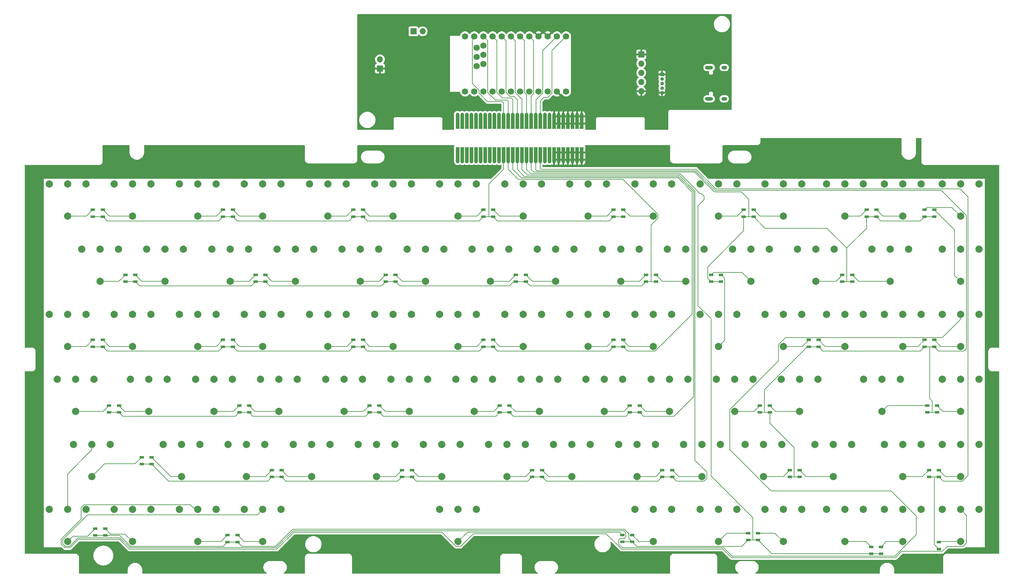
<source format=gbr>
%TF.GenerationSoftware,KiCad,Pcbnew,8.0.2*%
%TF.CreationDate,2024-05-05T23:04:00-07:00*%
%TF.ProjectId,g84_dropin,6738345f-6472-46f7-9069-6e2e6b696361,rev?*%
%TF.SameCoordinates,Original*%
%TF.FileFunction,Copper,L2,Bot*%
%TF.FilePolarity,Positive*%
%FSLAX46Y46*%
G04 Gerber Fmt 4.6, Leading zero omitted, Abs format (unit mm)*
G04 Created by KiCad (PCBNEW 8.0.2) date 2024-05-05 23:04:00*
%MOMM*%
%LPD*%
G01*
G04 APERTURE LIST*
G04 Aperture macros list*
%AMRoundRect*
0 Rectangle with rounded corners*
0 $1 Rounding radius*
0 $2 $3 $4 $5 $6 $7 $8 $9 X,Y pos of 4 corners*
0 Add a 4 corners polygon primitive as box body*
4,1,4,$2,$3,$4,$5,$6,$7,$8,$9,$2,$3,0*
0 Add four circle primitives for the rounded corners*
1,1,$1+$1,$2,$3*
1,1,$1+$1,$4,$5*
1,1,$1+$1,$6,$7*
1,1,$1+$1,$8,$9*
0 Add four rect primitives between the rounded corners*
20,1,$1+$1,$2,$3,$4,$5,0*
20,1,$1+$1,$4,$5,$6,$7,0*
20,1,$1+$1,$6,$7,$8,$9,0*
20,1,$1+$1,$8,$9,$2,$3,0*%
G04 Aperture macros list end*
%TA.AperFunction,ComponentPad*%
%ADD10C,1.752600*%
%TD*%
%TA.AperFunction,ComponentPad*%
%ADD11O,1.000000X2.000000*%
%TD*%
%TA.AperFunction,SMDPad,CuDef*%
%ADD12R,1.000000X3.000000*%
%TD*%
%TA.AperFunction,ComponentPad*%
%ADD13R,1.700000X1.700000*%
%TD*%
%TA.AperFunction,ComponentPad*%
%ADD14O,1.700000X1.700000*%
%TD*%
%TA.AperFunction,ComponentPad*%
%ADD15RoundRect,0.500000X0.600000X-0.000010X0.600000X0.000010X-0.600000X0.000010X-0.600000X-0.000010X0*%
%TD*%
%TA.AperFunction,ComponentPad*%
%ADD16RoundRect,0.500000X0.300000X-0.000010X0.300000X0.000010X-0.300000X0.000010X-0.300000X-0.000010X0*%
%TD*%
%TA.AperFunction,ComponentPad*%
%ADD17C,2.000000*%
%TD*%
%TA.AperFunction,ComponentPad*%
%ADD18R,1.000000X1.000000*%
%TD*%
%TA.AperFunction,ComponentPad*%
%ADD19O,1.000000X1.000000*%
%TD*%
%TA.AperFunction,SMDPad,CuDef*%
%ADD20R,1.300000X0.700000*%
%TD*%
%TA.AperFunction,Conductor*%
%ADD21C,0.200000*%
%TD*%
G04 APERTURE END LIST*
D10*
%TO.P,U1,1,TX0/P0.06*%
%TO.N,R9*%
X200720000Y-61130000D03*
%TO.P,U1,2,RX1/P0.08*%
%TO.N,R8*%
X198180000Y-61130000D03*
%TO.P,U1,3,GND*%
%TO.N,GND*%
X195640000Y-61130000D03*
%TO.P,U1,4,GND*%
X193100000Y-61130000D03*
%TO.P,U1,5,P0.17*%
%TO.N,R7*%
X190560000Y-61130000D03*
%TO.P,U1,6,P0.20*%
%TO.N,R6*%
X188020000Y-61130000D03*
%TO.P,U1,7,P0.22*%
%TO.N,R5*%
X185480000Y-61130000D03*
%TO.P,U1,8,P0.24*%
%TO.N,R4*%
X182940000Y-61130000D03*
%TO.P,U1,9,P1.00*%
%TO.N,R3*%
X180400000Y-61130000D03*
%TO.P,U1,10,P0.11*%
%TO.N,R2*%
X177860000Y-61130000D03*
%TO.P,U1,11,P1.04*%
%TO.N,R1*%
X175320000Y-61130000D03*
%TO.P,U1,12,P1.06*%
%TO.N,NUM*%
X172780000Y-61130000D03*
%TO.P,U1,13,NFC1/P0.09*%
%TO.N,C3*%
X172780000Y-76370000D03*
%TO.P,U1,14,NFC2/P0.10*%
%TO.N,C4*%
X175320000Y-76370000D03*
%TO.P,U1,15,P1.11*%
%TO.N,C5*%
X177860000Y-76370000D03*
%TO.P,U1,16,P1.13*%
%TO.N,C6*%
X180400000Y-76370000D03*
%TO.P,U1,17,P1.15*%
%TO.N,C7*%
X182940000Y-76370000D03*
%TO.P,U1,18,AIN0/P0.02*%
%TO.N,C8*%
X185480000Y-76370000D03*
%TO.P,U1,19,AIN5/P0.29*%
%TO.N,C9*%
X188020000Y-76370000D03*
%TO.P,U1,20,AIN7/P0.31*%
%TO.N,C10*%
X190560000Y-76370000D03*
%TO.P,U1,21,VCC*%
%TO.N,unconnected-(U1-VCC-Pad21)*%
X193100000Y-76370000D03*
%TO.P,U1,22,RST*%
%TO.N,RST*%
X195640000Y-76370000D03*
%TO.P,U1,23,GND*%
%TO.N,GND*%
X198180000Y-76370000D03*
%TO.P,U1,24,BATIN/P0.04*%
%TO.N,+3.7V*%
X200720000Y-76370000D03*
%TO.P,U1,31,P1.01*%
%TO.N,CAPS*%
X177860000Y-63670000D03*
X175955000Y-64305000D03*
%TO.P,U1,32,P1.02*%
%TO.N,C1*%
X177860000Y-66210000D03*
X175955000Y-66845000D03*
%TO.P,U1,33,P1.07*%
%TO.N,C2*%
X177860000Y-68750000D03*
X175955000Y-69385000D03*
%TD*%
D11*
%TO.P,J4,1,Pin_1*%
%TO.N,C1*%
X170710000Y-83250000D03*
%TO.P,J4,2,Pin_2*%
%TO.N,C2*%
X171980000Y-83250000D03*
%TO.P,J4,3,Pin_3*%
%TO.N,C3*%
X173250000Y-83250000D03*
%TO.P,J4,4,Pin_4*%
%TO.N,C4*%
X174520000Y-83250000D03*
%TO.P,J4,5,Pin_5*%
%TO.N,C5*%
X175790000Y-83250000D03*
%TO.P,J4,6,Pin_6*%
%TO.N,C6*%
X177060000Y-83250000D03*
%TO.P,J4,7,Pin_7*%
%TO.N,C7*%
X178330000Y-83250000D03*
%TO.P,J4,8,Pin_8*%
%TO.N,C8*%
X179600000Y-83250000D03*
%TO.P,J4,9,Pin_9*%
%TO.N,C9*%
X180870000Y-83250000D03*
%TO.P,J4,10,Pin_10*%
%TO.N,C10*%
X182140000Y-83250000D03*
%TO.P,J4,11,Pin_11*%
%TO.N,R1*%
X183410000Y-83250000D03*
%TO.P,J4,12,Pin_12*%
%TO.N,R2*%
X184680000Y-83250000D03*
%TO.P,J4,13,Pin_13*%
%TO.N,R3*%
X185950000Y-83250000D03*
%TO.P,J4,14,Pin_14*%
%TO.N,R4*%
X187220000Y-83250000D03*
%TO.P,J4,15,Pin_15*%
%TO.N,R5*%
X188490000Y-83250000D03*
%TO.P,J4,16,Pin_16*%
%TO.N,R6*%
X189760000Y-83250000D03*
%TO.P,J4,17,Pin_17*%
%TO.N,R7*%
X191030000Y-83250000D03*
%TO.P,J4,18,Pin_18*%
%TO.N,R8*%
X192300000Y-83250000D03*
%TO.P,J4,19,Pin_19*%
%TO.N,R9*%
X193570000Y-83250000D03*
%TO.P,J4,20,Pin_20*%
%TO.N,Net-(J4-Pin_20)*%
X194840000Y-83250000D03*
%TO.P,J4,21,Pin_21*%
%TO.N,Net-(J4-Pin_21)*%
X196110000Y-83250000D03*
%TO.P,J4,22,Pin_22*%
%TO.N,GND*%
X197380000Y-83250000D03*
%TO.P,J4,23,Pin_23*%
X198650000Y-83250000D03*
%TO.P,J4,24,Pin_24*%
X199920000Y-83250000D03*
%TO.P,J4,25,Pin_25*%
X201190000Y-83250000D03*
%TO.P,J4,26,Pin_26*%
X202460000Y-83250000D03*
%TO.P,J4,27,Pin_27*%
X203730000Y-83250000D03*
%TO.P,J4,28,Pin_28*%
X205000000Y-83250000D03*
D12*
%TO.P,J4,1,Pin_1*%
%TO.N,C1*%
X170710000Y-85282000D03*
%TO.P,J4,2,Pin_2*%
%TO.N,C2*%
X171980000Y-85282000D03*
%TO.P,J4,3,Pin_3*%
%TO.N,C3*%
X173250000Y-85282000D03*
%TO.P,J4,4,Pin_4*%
%TO.N,C4*%
X174520000Y-85282000D03*
%TO.P,J4,5,Pin_5*%
%TO.N,C5*%
X175790000Y-85282000D03*
%TO.P,J4,6,Pin_6*%
%TO.N,C6*%
X177060000Y-85282000D03*
%TO.P,J4,7,Pin_7*%
%TO.N,C7*%
X178330000Y-85282000D03*
%TO.P,J4,8,Pin_8*%
%TO.N,C8*%
X179600000Y-85282000D03*
%TO.P,J4,9,Pin_9*%
%TO.N,C9*%
X180870000Y-85282000D03*
%TO.P,J4,10,Pin_10*%
%TO.N,C10*%
X182140000Y-85282000D03*
%TO.P,J4,11,Pin_11*%
%TO.N,R1*%
X183410000Y-85282000D03*
%TO.P,J4,12,Pin_12*%
%TO.N,R2*%
X184680000Y-85282000D03*
%TO.P,J4,13,Pin_13*%
%TO.N,R3*%
X185950000Y-85282000D03*
%TO.P,J4,14,Pin_14*%
%TO.N,R4*%
X187220000Y-85282000D03*
%TO.P,J4,15,Pin_15*%
%TO.N,R5*%
X188490000Y-85282000D03*
%TO.P,J4,16,Pin_16*%
%TO.N,R6*%
X189760000Y-85282000D03*
%TO.P,J4,17,Pin_17*%
%TO.N,R7*%
X191030000Y-85282000D03*
%TO.P,J4,18,Pin_18*%
%TO.N,R8*%
X192300000Y-85282000D03*
%TO.P,J4,19,Pin_19*%
%TO.N,R9*%
X193570000Y-85282000D03*
%TO.P,J4,20,Pin_20*%
%TO.N,Net-(J4-Pin_20)*%
X194840000Y-85282000D03*
%TO.P,J4,21,Pin_21*%
%TO.N,Net-(J4-Pin_21)*%
X196110000Y-85282000D03*
%TO.P,J4,22,Pin_22*%
%TO.N,GND*%
X197380000Y-85282000D03*
%TO.P,J4,23,Pin_23*%
X198650000Y-85282000D03*
%TO.P,J4,24,Pin_24*%
X199920000Y-85282000D03*
%TO.P,J4,25,Pin_25*%
X201190000Y-85282000D03*
%TO.P,J4,26,Pin_26*%
X202460000Y-85282000D03*
%TO.P,J4,27,Pin_27*%
X203730000Y-85282000D03*
%TO.P,J4,28,Pin_28*%
X205000000Y-85282000D03*
%TD*%
D11*
%TO.P,J5,28,Pin_28*%
%TO.N,GND*%
X205040000Y-95250000D03*
%TO.P,J5,27,Pin_27*%
X203770000Y-95250000D03*
%TO.P,J5,26,Pin_26*%
X202500000Y-95250000D03*
%TO.P,J5,25,Pin_25*%
X201230000Y-95250000D03*
%TO.P,J5,24,Pin_24*%
X199960000Y-95250000D03*
%TO.P,J5,23,Pin_23*%
X198690000Y-95250000D03*
%TO.P,J5,22,Pin_22*%
X197420000Y-95250000D03*
%TO.P,J5,21,Pin_21*%
%TO.N,Net-(J5-Pin_21)*%
X196150000Y-95250000D03*
%TO.P,J5,20,Pin_20*%
%TO.N,Net-(J5-Pin_20)*%
X194880000Y-95250000D03*
%TO.P,J5,19,Pin_19*%
%TO.N,R9*%
X193610000Y-95250000D03*
%TO.P,J5,18,Pin_18*%
%TO.N,R8*%
X192340000Y-95250000D03*
%TO.P,J5,17,Pin_17*%
%TO.N,R7*%
X191070000Y-95250000D03*
%TO.P,J5,16,Pin_16*%
%TO.N,R6*%
X189800000Y-95250000D03*
%TO.P,J5,15,Pin_15*%
%TO.N,R5*%
X188530000Y-95250000D03*
%TO.P,J5,14,Pin_14*%
%TO.N,R4*%
X187260000Y-95250000D03*
%TO.P,J5,13,Pin_13*%
%TO.N,R3*%
X185990000Y-95250000D03*
%TO.P,J5,12,Pin_12*%
%TO.N,R2*%
X184720000Y-95250000D03*
%TO.P,J5,11,Pin_11*%
%TO.N,R1*%
X183450000Y-95250000D03*
%TO.P,J5,10,Pin_10*%
%TO.N,C10*%
X182180000Y-95250000D03*
%TO.P,J5,9,Pin_9*%
%TO.N,C9*%
X180910000Y-95250000D03*
%TO.P,J5,8,Pin_8*%
%TO.N,C8*%
X179640000Y-95250000D03*
%TO.P,J5,7,Pin_7*%
%TO.N,C7*%
X178370000Y-95250000D03*
%TO.P,J5,6,Pin_6*%
%TO.N,C6*%
X177100000Y-95250000D03*
%TO.P,J5,5,Pin_5*%
%TO.N,C5*%
X175830000Y-95250000D03*
%TO.P,J5,4,Pin_4*%
%TO.N,C4*%
X174560000Y-95250000D03*
%TO.P,J5,3,Pin_3*%
%TO.N,C3*%
X173290000Y-95250000D03*
%TO.P,J5,2,Pin_2*%
%TO.N,C2*%
X172020000Y-95250000D03*
%TO.P,J5,1,Pin_1*%
%TO.N,C1*%
X170750000Y-95250000D03*
D12*
X170750000Y-93218000D03*
%TO.P,J5,2,Pin_2*%
%TO.N,C2*%
X172020000Y-93218000D03*
%TO.P,J5,3,Pin_3*%
%TO.N,C3*%
X173290000Y-93218000D03*
%TO.P,J5,4,Pin_4*%
%TO.N,C4*%
X174560000Y-93218000D03*
%TO.P,J5,5,Pin_5*%
%TO.N,C5*%
X175830000Y-93218000D03*
%TO.P,J5,6,Pin_6*%
%TO.N,C6*%
X177100000Y-93218000D03*
%TO.P,J5,7,Pin_7*%
%TO.N,C7*%
X178370000Y-93218000D03*
%TO.P,J5,8,Pin_8*%
%TO.N,C8*%
X179640000Y-93218000D03*
%TO.P,J5,9,Pin_9*%
%TO.N,C9*%
X180910000Y-93218000D03*
%TO.P,J5,10,Pin_10*%
%TO.N,C10*%
X182180000Y-93218000D03*
%TO.P,J5,11,Pin_11*%
%TO.N,R1*%
X183450000Y-93218000D03*
%TO.P,J5,12,Pin_12*%
%TO.N,R2*%
X184720000Y-93218000D03*
%TO.P,J5,13,Pin_13*%
%TO.N,R3*%
X185990000Y-93218000D03*
%TO.P,J5,14,Pin_14*%
%TO.N,R4*%
X187260000Y-93218000D03*
%TO.P,J5,15,Pin_15*%
%TO.N,R5*%
X188530000Y-93218000D03*
%TO.P,J5,16,Pin_16*%
%TO.N,R6*%
X189800000Y-93218000D03*
%TO.P,J5,17,Pin_17*%
%TO.N,R7*%
X191070000Y-93218000D03*
%TO.P,J5,18,Pin_18*%
%TO.N,R8*%
X192340000Y-93218000D03*
%TO.P,J5,19,Pin_19*%
%TO.N,R9*%
X193610000Y-93218000D03*
%TO.P,J5,20,Pin_20*%
%TO.N,Net-(J5-Pin_20)*%
X194880000Y-93218000D03*
%TO.P,J5,21,Pin_21*%
%TO.N,Net-(J5-Pin_21)*%
X196150000Y-93218000D03*
%TO.P,J5,22,Pin_22*%
%TO.N,GND*%
X197420000Y-93218000D03*
%TO.P,J5,23,Pin_23*%
X198690000Y-93218000D03*
%TO.P,J5,24,Pin_24*%
X199960000Y-93218000D03*
%TO.P,J5,25,Pin_25*%
X201230000Y-93218000D03*
%TO.P,J5,26,Pin_26*%
X202500000Y-93218000D03*
%TO.P,J5,27,Pin_27*%
X203770000Y-93218000D03*
%TO.P,J5,28,Pin_28*%
X205040000Y-93218000D03*
%TD*%
D13*
%TO.P,J7,1,Pin_1*%
%TO.N,Net-(J1-Pin_2)*%
X158500000Y-59750000D03*
D14*
%TO.P,J7,2,Pin_2*%
%TO.N,+3.7V*%
X161040000Y-59750000D03*
%TD*%
D15*
%TO.P,J6,S1,SHIELD*%
%TO.N,unconnected-(J6-SHIELD-PadS1)_0*%
X240280000Y-69760000D03*
D16*
%TO.N,unconnected-(J6-SHIELD-PadS1)_2*%
X244460000Y-78400000D03*
D15*
%TO.N,unconnected-(J6-SHIELD-PadS1)_1*%
X240280000Y-78400000D03*
D16*
%TO.N,unconnected-(J6-SHIELD-PadS1)*%
X244460000Y-69760000D03*
%TD*%
D17*
%TO.P,SW38,1*%
%TO.N,C8*%
X193330000Y-156000000D03*
%TO.P,SW38,2*%
%TO.N,Net-(D38-A)*%
X193330000Y-164890000D03*
%TO.P,SW38,3*%
%TO.N,unconnected-(SW38-Pad3)*%
X188250000Y-156000000D03*
%TO.P,SW38,4*%
%TO.N,unconnected-(SW38-Pad4)*%
X198410000Y-156000000D03*
%TD*%
%TO.P,SW71,1*%
%TO.N,C1*%
X260830000Y-138000000D03*
%TO.P,SW71,2*%
%TO.N,Net-(D71-A)*%
X260830000Y-146890000D03*
%TO.P,SW71,3*%
%TO.N,unconnected-(SW71-Pad3)*%
X255750000Y-138000000D03*
%TO.P,SW71,4*%
%TO.N,unconnected-(SW71-Pad4)*%
X265910000Y-138000000D03*
%TD*%
%TO.P,SW34,1*%
%TO.N,C4*%
X121330000Y-156000000D03*
%TO.P,SW34,2*%
%TO.N,Net-(D34-A)*%
X121330000Y-164890000D03*
%TO.P,SW34,3*%
%TO.N,unconnected-(SW34-Pad3)*%
X116250000Y-156000000D03*
%TO.P,SW34,4*%
%TO.N,unconnected-(SW34-Pad4)*%
X126410000Y-156000000D03*
%TD*%
%TO.P,SW66,1*%
%TO.N,C6*%
X309830000Y-120000000D03*
%TO.P,SW66,2*%
%TO.N,Net-(D66-A)*%
X309830000Y-128890000D03*
%TO.P,SW66,3*%
%TO.N,unconnected-(SW66-Pad3)*%
X304750000Y-120000000D03*
%TO.P,SW66,4*%
%TO.N,unconnected-(SW66-Pad4)*%
X314910000Y-120000000D03*
%TD*%
%TO.P,SW2,1*%
%TO.N,C2*%
X80830000Y-102000000D03*
%TO.P,SW2,2*%
%TO.N,Net-(D2-A)*%
X80830000Y-110890000D03*
%TO.P,SW2,3*%
%TO.N,unconnected-(SW2-Pad3)*%
X75750000Y-102000000D03*
%TO.P,SW2,4*%
%TO.N,unconnected-(SW2-Pad4)*%
X85910000Y-102000000D03*
%TD*%
%TO.P,SW20,1*%
%TO.N,C10*%
X233830000Y-120000000D03*
%TO.P,SW20,2*%
%TO.N,Net-(D20-A)*%
X233830000Y-128890000D03*
%TO.P,SW20,3*%
%TO.N,unconnected-(SW20-Pad3)*%
X228750000Y-120000000D03*
%TO.P,SW20,4*%
%TO.N,unconnected-(SW20-Pad4)*%
X238910000Y-120000000D03*
%TD*%
%TO.P,SW74,1*%
%TO.N,C4*%
X309830000Y-138000000D03*
%TO.P,SW74,2*%
%TO.N,Net-(D74-A)*%
X309830000Y-146890000D03*
%TO.P,SW74,3*%
%TO.N,unconnected-(SW74-Pad3)*%
X304750000Y-138000000D03*
%TO.P,SW74,4*%
%TO.N,unconnected-(SW74-Pad4)*%
X314910000Y-138000000D03*
%TD*%
%TO.P,SW48,1*%
%TO.N,C8*%
X202330000Y-174000000D03*
%TO.P,SW48,2*%
%TO.N,Net-(D48-A)*%
X202330000Y-182890000D03*
%TO.P,SW48,3*%
%TO.N,unconnected-(SW48-Pad3)*%
X197250000Y-174000000D03*
%TO.P,SW48,4*%
%TO.N,unconnected-(SW48-Pad4)*%
X207410000Y-174000000D03*
%TD*%
%TO.P,SW10,1*%
%TO.N,C10*%
X224830000Y-102000000D03*
%TO.P,SW10,2*%
%TO.N,Net-(D10-A)*%
X224830000Y-110890000D03*
%TO.P,SW10,3*%
%TO.N,unconnected-(SW10-Pad3)*%
X219750000Y-102000000D03*
%TO.P,SW10,4*%
%TO.N,unconnected-(SW10-Pad4)*%
X229910000Y-102000000D03*
%TD*%
%TO.P,SW25,1*%
%TO.N,C5*%
X134830000Y-138000000D03*
%TO.P,SW25,2*%
%TO.N,Net-(D25-A)*%
X134830000Y-146890000D03*
%TO.P,SW25,3*%
%TO.N,unconnected-(SW25-Pad3)*%
X129750000Y-138000000D03*
%TO.P,SW25,4*%
%TO.N,unconnected-(SW25-Pad4)*%
X139910000Y-138000000D03*
%TD*%
%TO.P,SW50,1*%
%TO.N,C10*%
X238330000Y-174000000D03*
%TO.P,SW50,2*%
%TO.N,Net-(D50-A)*%
X238330000Y-182890000D03*
%TO.P,SW50,3*%
%TO.N,unconnected-(SW50-Pad3)*%
X233250000Y-174000000D03*
%TO.P,SW50,4*%
%TO.N,unconnected-(SW50-Pad4)*%
X243410000Y-174000000D03*
%TD*%
%TO.P,SW82,1*%
%TO.N,C2*%
X309830000Y-174000000D03*
%TO.P,SW82,2*%
%TO.N,Net-(D82-A)*%
X309830000Y-182890000D03*
%TO.P,SW82,3*%
%TO.N,unconnected-(SW82-Pad3)*%
X304750000Y-174000000D03*
%TO.P,SW82,4*%
%TO.N,unconnected-(SW82-Pad4)*%
X314910000Y-174000000D03*
%TD*%
%TO.P,SW26,1*%
%TO.N,C6*%
X152830000Y-138000000D03*
%TO.P,SW26,2*%
%TO.N,Net-(D26-A)*%
X152830000Y-146890000D03*
%TO.P,SW26,3*%
%TO.N,unconnected-(SW26-Pad3)*%
X147750000Y-138000000D03*
%TO.P,SW26,4*%
%TO.N,unconnected-(SW26-Pad4)*%
X157910000Y-138000000D03*
%TD*%
%TO.P,SW15,1*%
%TO.N,C5*%
X143830000Y-120000000D03*
%TO.P,SW15,2*%
%TO.N,Net-(D15-A)*%
X143830000Y-128890000D03*
%TO.P,SW15,3*%
%TO.N,unconnected-(SW15-Pad3)*%
X138750000Y-120000000D03*
%TO.P,SW15,4*%
%TO.N,unconnected-(SW15-Pad4)*%
X148910000Y-120000000D03*
%TD*%
%TO.P,SW9,1*%
%TO.N,C9*%
X206830000Y-102000000D03*
%TO.P,SW9,2*%
%TO.N,Net-(D9-A)*%
X206830000Y-110890000D03*
%TO.P,SW9,3*%
%TO.N,unconnected-(SW9-Pad3)*%
X201750000Y-102000000D03*
%TO.P,SW9,4*%
%TO.N,unconnected-(SW9-Pad4)*%
X211910000Y-102000000D03*
%TD*%
%TO.P,SW81,1*%
%TO.N,C1*%
X293830000Y-174000000D03*
%TO.P,SW81,2*%
%TO.N,Net-(D81-A)*%
X293830000Y-182890000D03*
%TO.P,SW81,3*%
%TO.N,unconnected-(SW81-Pad3)*%
X288750000Y-174000000D03*
%TO.P,SW81,4*%
%TO.N,unconnected-(SW81-Pad4)*%
X298910000Y-174000000D03*
%TD*%
%TO.P,SW52,1*%
%TO.N,C2*%
X80830000Y-192000000D03*
%TO.P,SW52,2*%
%TO.N,Net-(D52-A)*%
X80830000Y-200890000D03*
%TO.P,SW52,3*%
%TO.N,unconnected-(SW52-Pad3)*%
X75750000Y-192000000D03*
%TO.P,SW52,4*%
%TO.N,unconnected-(SW52-Pad4)*%
X85910000Y-192000000D03*
%TD*%
%TO.P,SW3,1*%
%TO.N,C3*%
X98830000Y-102000000D03*
%TO.P,SW3,2*%
%TO.N,Net-(D3-A)*%
X98830000Y-110890000D03*
%TO.P,SW3,3*%
%TO.N,unconnected-(SW3-Pad3)*%
X93750000Y-102000000D03*
%TO.P,SW3,4*%
%TO.N,unconnected-(SW3-Pad4)*%
X103910000Y-102000000D03*
%TD*%
%TO.P,SW32,1*%
%TO.N,C2*%
X85330000Y-156000000D03*
%TO.P,SW32,2*%
%TO.N,Net-(D32-A)*%
X85330000Y-164890000D03*
%TO.P,SW32,3*%
%TO.N,unconnected-(SW32-Pad3)*%
X80250000Y-156000000D03*
%TO.P,SW32,4*%
%TO.N,unconnected-(SW32-Pad4)*%
X90410000Y-156000000D03*
%TD*%
%TO.P,SW36,1*%
%TO.N,C6*%
X157330000Y-156000000D03*
%TO.P,SW36,2*%
%TO.N,Net-(D36-A)*%
X157330000Y-164890000D03*
%TO.P,SW36,3*%
%TO.N,unconnected-(SW36-Pad3)*%
X152250000Y-156000000D03*
%TO.P,SW36,4*%
%TO.N,unconnected-(SW36-Pad4)*%
X162410000Y-156000000D03*
%TD*%
%TO.P,SW80,1*%
%TO.N,C10*%
X274580000Y-174000000D03*
%TO.P,SW80,2*%
%TO.N,Net-(D80-A)*%
X274580000Y-182890000D03*
%TO.P,SW80,3*%
%TO.N,unconnected-(SW80-Pad3)*%
X269500000Y-174000000D03*
%TO.P,SW80,4*%
%TO.N,unconnected-(SW80-Pad4)*%
X279660000Y-174000000D03*
%TD*%
%TO.P,SW68,1*%
%TO.N,C8*%
X269830000Y-120000000D03*
%TO.P,SW68,2*%
%TO.N,Net-(D68-A)*%
X269830000Y-128890000D03*
%TO.P,SW68,3*%
%TO.N,unconnected-(SW68-Pad3)*%
X264750000Y-120000000D03*
%TO.P,SW68,4*%
%TO.N,unconnected-(SW68-Pad4)*%
X274910000Y-120000000D03*
%TD*%
%TO.P,SW69,1*%
%TO.N,C9*%
X251830000Y-120000000D03*
%TO.P,SW69,2*%
%TO.N,Net-(D69-A)*%
X251830000Y-128890000D03*
%TO.P,SW69,3*%
%TO.N,unconnected-(SW69-Pad3)*%
X246750000Y-120000000D03*
%TO.P,SW69,4*%
%TO.N,unconnected-(SW69-Pad4)*%
X256910000Y-120000000D03*
%TD*%
%TO.P,SW40,1*%
%TO.N,C10*%
X229330000Y-156000000D03*
%TO.P,SW40,2*%
%TO.N,Net-(D40-A)*%
X229330000Y-164890000D03*
%TO.P,SW40,3*%
%TO.N,unconnected-(SW40-Pad3)*%
X224250000Y-156000000D03*
%TO.P,SW40,4*%
%TO.N,unconnected-(SW40-Pad4)*%
X234410000Y-156000000D03*
%TD*%
%TO.P,SW79,1*%
%TO.N,C9*%
X255330000Y-174000000D03*
%TO.P,SW79,2*%
%TO.N,Net-(D79-A)*%
X255330000Y-182890000D03*
%TO.P,SW79,3*%
%TO.N,unconnected-(SW79-Pad3)*%
X250250000Y-174000000D03*
%TO.P,SW79,4*%
%TO.N,unconnected-(SW79-Pad4)*%
X260410000Y-174000000D03*
%TD*%
%TO.P,SW23,1*%
%TO.N,C3*%
X98830000Y-138000000D03*
%TO.P,SW23,2*%
%TO.N,Net-(D23-A)*%
X98830000Y-146890000D03*
%TO.P,SW23,3*%
%TO.N,unconnected-(SW23-Pad3)*%
X93750000Y-138000000D03*
%TO.P,SW23,4*%
%TO.N,unconnected-(SW23-Pad4)*%
X103910000Y-138000000D03*
%TD*%
%TO.P,SW60,1*%
%TO.N,C10*%
X293830000Y-192000000D03*
%TO.P,SW60,2*%
%TO.N,Net-(D60-A)*%
X293830000Y-200890000D03*
%TO.P,SW60,3*%
%TO.N,unconnected-(SW60-Pad3)*%
X288750000Y-192000000D03*
%TO.P,SW60,4*%
%TO.N,unconnected-(SW60-Pad4)*%
X298910000Y-192000000D03*
%TD*%
%TO.P,SW22,1*%
%TO.N,C2*%
X80830000Y-138000000D03*
%TO.P,SW22,2*%
%TO.N,Net-(D22-A)*%
X80830000Y-146890000D03*
%TO.P,SW22,3*%
%TO.N,unconnected-(SW22-Pad3)*%
X75750000Y-138000000D03*
%TO.P,SW22,4*%
%TO.N,unconnected-(SW22-Pad4)*%
X85910000Y-138000000D03*
%TD*%
%TO.P,SW1,1*%
%TO.N,C1*%
X62830000Y-102000000D03*
%TO.P,SW1,2*%
%TO.N,Net-(D1-A)*%
X62830000Y-110890000D03*
%TO.P,SW1,3*%
%TO.N,unconnected-(SW1-Pad3)*%
X57750000Y-102000000D03*
%TO.P,SW1,4*%
%TO.N,unconnected-(SW1-Pad4)*%
X67910000Y-102000000D03*
%TD*%
%TO.P,SW55,1*%
%TO.N,C5*%
X170830000Y-192000000D03*
%TO.P,SW55,2*%
%TO.N,Net-(D55-A)*%
X170830000Y-200890000D03*
%TO.P,SW55,3*%
%TO.N,unconnected-(SW55-Pad3)*%
X165750000Y-192000000D03*
%TO.P,SW55,4*%
%TO.N,unconnected-(SW55-Pad4)*%
X175910000Y-192000000D03*
%TD*%
%TO.P,SW21,1*%
%TO.N,C1*%
X62830000Y-138000000D03*
%TO.P,SW21,2*%
%TO.N,Net-(D21-A)*%
X62830000Y-146890000D03*
%TO.P,SW21,3*%
%TO.N,unconnected-(SW21-Pad3)*%
X57750000Y-138000000D03*
%TO.P,SW21,4*%
%TO.N,unconnected-(SW21-Pad4)*%
X67910000Y-138000000D03*
%TD*%
%TO.P,SW6,1*%
%TO.N,C6*%
X152830000Y-102000000D03*
%TO.P,SW6,2*%
%TO.N,Net-(D6-A)*%
X152830000Y-110890000D03*
%TO.P,SW6,3*%
%TO.N,unconnected-(SW6-Pad3)*%
X147750000Y-102000000D03*
%TO.P,SW6,4*%
%TO.N,unconnected-(SW6-Pad4)*%
X157910000Y-102000000D03*
%TD*%
%TO.P,SW54,1*%
%TO.N,C4*%
X116830000Y-192000000D03*
%TO.P,SW54,2*%
%TO.N,Net-(D54-A)*%
X116830000Y-200890000D03*
%TO.P,SW54,3*%
%TO.N,unconnected-(SW54-Pad3)*%
X111750000Y-192000000D03*
%TO.P,SW54,4*%
%TO.N,unconnected-(SW54-Pad4)*%
X121910000Y-192000000D03*
%TD*%
%TO.P,SW63,1*%
%TO.N,C3*%
X277830000Y-102000000D03*
%TO.P,SW63,2*%
%TO.N,Net-(D63-A)*%
X277830000Y-110890000D03*
%TO.P,SW63,3*%
%TO.N,unconnected-(SW63-Pad3)*%
X272750000Y-102000000D03*
%TO.P,SW63,4*%
%TO.N,unconnected-(SW63-Pad4)*%
X282910000Y-102000000D03*
%TD*%
%TO.P,SW39,1*%
%TO.N,C9*%
X211330000Y-156000000D03*
%TO.P,SW39,2*%
%TO.N,Net-(D39-A)*%
X211330000Y-164890000D03*
%TO.P,SW39,3*%
%TO.N,unconnected-(SW39-Pad3)*%
X206250000Y-156000000D03*
%TO.P,SW39,4*%
%TO.N,unconnected-(SW39-Pad4)*%
X216410000Y-156000000D03*
%TD*%
%TO.P,SW4,1*%
%TO.N,C4*%
X116830000Y-102000000D03*
%TO.P,SW4,2*%
%TO.N,Net-(D4-A)*%
X116830000Y-110890000D03*
%TO.P,SW4,3*%
%TO.N,unconnected-(SW4-Pad3)*%
X111750000Y-102000000D03*
%TO.P,SW4,4*%
%TO.N,unconnected-(SW4-Pad4)*%
X121910000Y-102000000D03*
%TD*%
%TO.P,SW8,1*%
%TO.N,C8*%
X188830000Y-102000000D03*
%TO.P,SW8,2*%
%TO.N,Net-(D8-A)*%
X188830000Y-110890000D03*
%TO.P,SW8,3*%
%TO.N,unconnected-(SW8-Pad3)*%
X183750000Y-102000000D03*
%TO.P,SW8,4*%
%TO.N,unconnected-(SW8-Pad4)*%
X193910000Y-102000000D03*
%TD*%
%TO.P,SW7,1*%
%TO.N,C7*%
X170830000Y-102000000D03*
%TO.P,SW7,2*%
%TO.N,Net-(D7-A)*%
X170830000Y-110890000D03*
%TO.P,SW7,3*%
%TO.N,unconnected-(SW7-Pad3)*%
X165750000Y-102000000D03*
%TO.P,SW7,4*%
%TO.N,unconnected-(SW7-Pad4)*%
X175910000Y-102000000D03*
%TD*%
%TO.P,SW37,1*%
%TO.N,C7*%
X175330000Y-156000000D03*
%TO.P,SW37,2*%
%TO.N,Net-(D37-A)*%
X175330000Y-164890000D03*
%TO.P,SW37,3*%
%TO.N,unconnected-(SW37-Pad3)*%
X170250000Y-156000000D03*
%TO.P,SW37,4*%
%TO.N,unconnected-(SW37-Pad4)*%
X180410000Y-156000000D03*
%TD*%
%TO.P,SW45,1*%
%TO.N,C5*%
X148330000Y-174000000D03*
%TO.P,SW45,2*%
%TO.N,Net-(D45-A)*%
X148330000Y-182890000D03*
%TO.P,SW45,3*%
%TO.N,unconnected-(SW45-Pad3)*%
X143250000Y-174000000D03*
%TO.P,SW45,4*%
%TO.N,unconnected-(SW45-Pad4)*%
X153410000Y-174000000D03*
%TD*%
%TO.P,SW12,1*%
%TO.N,C2*%
X89830000Y-120000000D03*
%TO.P,SW12,2*%
%TO.N,Net-(D12-A)*%
X89830000Y-128890000D03*
%TO.P,SW12,3*%
%TO.N,unconnected-(SW12-Pad3)*%
X84750000Y-120000000D03*
%TO.P,SW12,4*%
%TO.N,unconnected-(SW12-Pad4)*%
X94910000Y-120000000D03*
%TD*%
%TO.P,SW51,1*%
%TO.N,C1*%
X62830000Y-192000000D03*
%TO.P,SW51,2*%
%TO.N,Net-(D51-A)*%
X62830000Y-200890000D03*
%TO.P,SW51,3*%
%TO.N,unconnected-(SW51-Pad3)*%
X57750000Y-192000000D03*
%TO.P,SW51,4*%
%TO.N,unconnected-(SW51-Pad4)*%
X67910000Y-192000000D03*
%TD*%
%TO.P,SW77,1*%
%TO.N,C7*%
X265330000Y-156000000D03*
%TO.P,SW77,2*%
%TO.N,Net-(D77-A)*%
X265330000Y-164890000D03*
%TO.P,SW77,3*%
%TO.N,unconnected-(SW77-Pad3)*%
X260250000Y-156000000D03*
%TO.P,SW77,4*%
%TO.N,unconnected-(SW77-Pad4)*%
X270410000Y-156000000D03*
%TD*%
%TO.P,SW78,1*%
%TO.N,C8*%
X247330000Y-156000000D03*
%TO.P,SW78,2*%
%TO.N,Net-(D78-A)*%
X247330000Y-164890000D03*
%TO.P,SW78,3*%
%TO.N,unconnected-(SW78-Pad3)*%
X242250000Y-156000000D03*
%TO.P,SW78,4*%
%TO.N,unconnected-(SW78-Pad4)*%
X252410000Y-156000000D03*
%TD*%
%TO.P,SW76,1*%
%TO.N,C6*%
X288080000Y-156000000D03*
%TO.P,SW76,2*%
%TO.N,Net-(D76-A)*%
X288080000Y-164890000D03*
%TO.P,SW76,3*%
%TO.N,unconnected-(SW76-Pad3)*%
X283000000Y-156000000D03*
%TO.P,SW76,4*%
%TO.N,unconnected-(SW76-Pad4)*%
X293160000Y-156000000D03*
%TD*%
%TO.P,SW70,1*%
%TO.N,C10*%
X242830000Y-138000000D03*
%TO.P,SW70,2*%
%TO.N,Net-(D70-A)*%
X242830000Y-146890000D03*
%TO.P,SW70,3*%
%TO.N,unconnected-(SW70-Pad3)*%
X237750000Y-138000000D03*
%TO.P,SW70,4*%
%TO.N,unconnected-(SW70-Pad4)*%
X247910000Y-138000000D03*
%TD*%
%TO.P,SW14,1*%
%TO.N,C4*%
X125830000Y-120000000D03*
%TO.P,SW14,2*%
%TO.N,Net-(D14-A)*%
X125830000Y-128890000D03*
%TO.P,SW14,3*%
%TO.N,unconnected-(SW14-Pad3)*%
X120750000Y-120000000D03*
%TO.P,SW14,4*%
%TO.N,unconnected-(SW14-Pad4)*%
X130910000Y-120000000D03*
%TD*%
%TO.P,SW35,1*%
%TO.N,C5*%
X139330000Y-156000000D03*
%TO.P,SW35,2*%
%TO.N,Net-(D35-A)*%
X139330000Y-164890000D03*
%TO.P,SW35,3*%
%TO.N,unconnected-(SW35-Pad3)*%
X134250000Y-156000000D03*
%TO.P,SW35,4*%
%TO.N,unconnected-(SW35-Pad4)*%
X144410000Y-156000000D03*
%TD*%
%TO.P,SW18,1*%
%TO.N,C8*%
X197830000Y-120000000D03*
%TO.P,SW18,2*%
%TO.N,Net-(D18-A)*%
X197830000Y-128890000D03*
%TO.P,SW18,3*%
%TO.N,unconnected-(SW18-Pad3)*%
X192750000Y-120000000D03*
%TO.P,SW18,4*%
%TO.N,unconnected-(SW18-Pad4)*%
X202910000Y-120000000D03*
%TD*%
%TO.P,SW29,1*%
%TO.N,C9*%
X206830000Y-138000000D03*
%TO.P,SW29,2*%
%TO.N,Net-(D29-A)*%
X206830000Y-146890000D03*
%TO.P,SW29,3*%
%TO.N,unconnected-(SW29-Pad3)*%
X201750000Y-138000000D03*
%TO.P,SW29,4*%
%TO.N,unconnected-(SW29-Pad4)*%
X211910000Y-138000000D03*
%TD*%
%TO.P,SW65,1*%
%TO.N,C5*%
X309830000Y-102000000D03*
%TO.P,SW65,2*%
%TO.N,Net-(D65-A)*%
X309830000Y-110890000D03*
%TO.P,SW65,3*%
%TO.N,unconnected-(SW65-Pad3)*%
X304750000Y-102000000D03*
%TO.P,SW65,4*%
%TO.N,unconnected-(SW65-Pad4)*%
X314910000Y-102000000D03*
%TD*%
%TO.P,SW16,1*%
%TO.N,C6*%
X161830000Y-120000000D03*
%TO.P,SW16,2*%
%TO.N,Net-(D16-A)*%
X161830000Y-128890000D03*
%TO.P,SW16,3*%
%TO.N,unconnected-(SW16-Pad3)*%
X156750000Y-120000000D03*
%TO.P,SW16,4*%
%TO.N,unconnected-(SW16-Pad4)*%
X166910000Y-120000000D03*
%TD*%
D13*
%TO.P,J3,1,Pin_1*%
%TO.N,GND*%
X221500000Y-66130000D03*
D14*
%TO.P,J3,2,Pin_2*%
%TO.N,D+*%
X221500000Y-68670000D03*
%TO.P,J3,3,Pin_3*%
%TO.N,D-*%
X221500000Y-71210000D03*
%TO.P,J3,4,Pin_4*%
%TO.N,VBUS*%
X221500000Y-73750000D03*
%TO.P,J3,5,Pin_5*%
%TO.N,GND*%
X221500000Y-76290000D03*
%TD*%
D17*
%TO.P,SW41,1*%
%TO.N,C1*%
X69580000Y-174000000D03*
%TO.P,SW41,2*%
%TO.N,Net-(D41-A)*%
X69580000Y-182890000D03*
%TO.P,SW41,3*%
%TO.N,unconnected-(SW41-Pad3)*%
X64500000Y-174000000D03*
%TO.P,SW41,4*%
%TO.N,unconnected-(SW41-Pad4)*%
X74660000Y-174000000D03*
%TD*%
%TO.P,SW53,1*%
%TO.N,C3*%
X98830000Y-192000000D03*
%TO.P,SW53,2*%
%TO.N,Net-(D53-A)*%
X98830000Y-200890000D03*
%TO.P,SW53,3*%
%TO.N,unconnected-(SW53-Pad3)*%
X93750000Y-192000000D03*
%TO.P,SW53,4*%
%TO.N,unconnected-(SW53-Pad4)*%
X103910000Y-192000000D03*
%TD*%
%TO.P,SW72,1*%
%TO.N,C2*%
X277830000Y-138000000D03*
%TO.P,SW72,2*%
%TO.N,Net-(D72-A)*%
X277830000Y-146890000D03*
%TO.P,SW72,3*%
%TO.N,unconnected-(SW72-Pad3)*%
X272750000Y-138000000D03*
%TO.P,SW72,4*%
%TO.N,unconnected-(SW72-Pad4)*%
X282910000Y-138000000D03*
%TD*%
%TO.P,SW47,1*%
%TO.N,C7*%
X184330000Y-174000000D03*
%TO.P,SW47,2*%
%TO.N,Net-(D47-A)*%
X184330000Y-182890000D03*
%TO.P,SW47,3*%
%TO.N,unconnected-(SW47-Pad3)*%
X179250000Y-174000000D03*
%TO.P,SW47,4*%
%TO.N,unconnected-(SW47-Pad4)*%
X189410000Y-174000000D03*
%TD*%
%TO.P,SW75,1*%
%TO.N,C5*%
X309830000Y-156000000D03*
%TO.P,SW75,2*%
%TO.N,Net-(D75-A)*%
X309830000Y-164890000D03*
%TO.P,SW75,3*%
%TO.N,unconnected-(SW75-Pad3)*%
X304750000Y-156000000D03*
%TO.P,SW75,4*%
%TO.N,unconnected-(SW75-Pad4)*%
X314910000Y-156000000D03*
%TD*%
%TO.P,SW83,1*%
%TO.N,C3*%
X309830000Y-192000000D03*
%TO.P,SW83,2*%
%TO.N,Net-(D83-A)*%
X309830000Y-200890000D03*
%TO.P,SW83,3*%
%TO.N,unconnected-(SW83-Pad3)*%
X304750000Y-192000000D03*
%TO.P,SW83,4*%
%TO.N,unconnected-(SW83-Pad4)*%
X314910000Y-192000000D03*
%TD*%
%TO.P,SW31,1*%
%TO.N,C1*%
X65080000Y-156000000D03*
%TO.P,SW31,2*%
%TO.N,Net-(D31-A)*%
X65080000Y-164890000D03*
%TO.P,SW31,3*%
%TO.N,unconnected-(SW31-Pad3)*%
X60000000Y-156000000D03*
%TO.P,SW31,4*%
%TO.N,unconnected-(SW31-Pad4)*%
X70160000Y-156000000D03*
%TD*%
%TO.P,SW43,1*%
%TO.N,C3*%
X112330000Y-174000000D03*
%TO.P,SW43,2*%
%TO.N,Net-(D43-A)*%
X112330000Y-182890000D03*
%TO.P,SW43,3*%
%TO.N,unconnected-(SW43-Pad3)*%
X107250000Y-174000000D03*
%TO.P,SW43,4*%
%TO.N,unconnected-(SW43-Pad4)*%
X117410000Y-174000000D03*
%TD*%
D18*
%TO.P,J2,1,Pin_1*%
%TO.N,GND*%
X227250000Y-71670000D03*
D19*
%TO.P,J2,2,Pin_2*%
%TO.N,D+*%
X227250000Y-72940000D03*
%TO.P,J2,3,Pin_3*%
%TO.N,D-*%
X227250000Y-74210000D03*
%TO.P,J2,4,Pin_4*%
%TO.N,VBUS*%
X227250000Y-75480000D03*
%TO.P,J2,5,Pin_5*%
%TO.N,GND*%
X227250000Y-76750000D03*
%TD*%
D17*
%TO.P,SW33,1*%
%TO.N,C3*%
X103330000Y-156000000D03*
%TO.P,SW33,2*%
%TO.N,Net-(D33-A)*%
X103330000Y-164890000D03*
%TO.P,SW33,3*%
%TO.N,unconnected-(SW33-Pad3)*%
X98250000Y-156000000D03*
%TO.P,SW33,4*%
%TO.N,unconnected-(SW33-Pad4)*%
X108410000Y-156000000D03*
%TD*%
%TO.P,SW19,1*%
%TO.N,C9*%
X215830000Y-120000000D03*
%TO.P,SW19,2*%
%TO.N,Net-(D19-A)*%
X215830000Y-128890000D03*
%TO.P,SW19,3*%
%TO.N,unconnected-(SW19-Pad3)*%
X210750000Y-120000000D03*
%TO.P,SW19,4*%
%TO.N,unconnected-(SW19-Pad4)*%
X220910000Y-120000000D03*
%TD*%
%TO.P,SW13,1*%
%TO.N,C3*%
X107830000Y-120000000D03*
%TO.P,SW13,2*%
%TO.N,Net-(D13-A)*%
X107830000Y-128890000D03*
%TO.P,SW13,3*%
%TO.N,unconnected-(SW13-Pad3)*%
X102750000Y-120000000D03*
%TO.P,SW13,4*%
%TO.N,unconnected-(SW13-Pad4)*%
X112910000Y-120000000D03*
%TD*%
%TO.P,SW49,1*%
%TO.N,C9*%
X220330000Y-174000000D03*
%TO.P,SW49,2*%
%TO.N,Net-(D49-A)*%
X220330000Y-182890000D03*
%TO.P,SW49,3*%
%TO.N,unconnected-(SW49-Pad3)*%
X215250000Y-174000000D03*
%TO.P,SW49,4*%
%TO.N,unconnected-(SW49-Pad4)*%
X225410000Y-174000000D03*
%TD*%
%TO.P,SW27,1*%
%TO.N,C7*%
X170830000Y-138000000D03*
%TO.P,SW27,2*%
%TO.N,Net-(D27-A)*%
X170830000Y-146890000D03*
%TO.P,SW27,3*%
%TO.N,unconnected-(SW27-Pad3)*%
X165750000Y-138000000D03*
%TO.P,SW27,4*%
%TO.N,unconnected-(SW27-Pad4)*%
X175910000Y-138000000D03*
%TD*%
%TO.P,SW64,1*%
%TO.N,C4*%
X293830000Y-102000000D03*
%TO.P,SW64,2*%
%TO.N,Net-(D64-A)*%
X293830000Y-110890000D03*
%TO.P,SW64,3*%
%TO.N,unconnected-(SW64-Pad3)*%
X288750000Y-102000000D03*
%TO.P,SW64,4*%
%TO.N,unconnected-(SW64-Pad4)*%
X298910000Y-102000000D03*
%TD*%
%TO.P,SW24,1*%
%TO.N,C4*%
X116830000Y-138000000D03*
%TO.P,SW24,2*%
%TO.N,Net-(D24-A)*%
X116830000Y-146890000D03*
%TO.P,SW24,3*%
%TO.N,unconnected-(SW24-Pad3)*%
X111750000Y-138000000D03*
%TO.P,SW24,4*%
%TO.N,unconnected-(SW24-Pad4)*%
X121910000Y-138000000D03*
%TD*%
%TO.P,SW30,1*%
%TO.N,C10*%
X224830000Y-138000000D03*
%TO.P,SW30,2*%
%TO.N,Net-(D30-A)*%
X224830000Y-146890000D03*
%TO.P,SW30,3*%
%TO.N,unconnected-(SW30-Pad3)*%
X219750000Y-138000000D03*
%TO.P,SW30,4*%
%TO.N,unconnected-(SW30-Pad4)*%
X229910000Y-138000000D03*
%TD*%
%TO.P,SW62,1*%
%TO.N,C2*%
X260830000Y-102000000D03*
%TO.P,SW62,2*%
%TO.N,Net-(D62-A)*%
X260830000Y-110890000D03*
%TO.P,SW62,3*%
%TO.N,unconnected-(SW62-Pad3)*%
X255750000Y-102000000D03*
%TO.P,SW62,4*%
%TO.N,unconnected-(SW62-Pad4)*%
X265910000Y-102000000D03*
%TD*%
%TO.P,SW59,1*%
%TO.N,C9*%
X277830000Y-192000000D03*
%TO.P,SW59,2*%
%TO.N,Net-(D59-A)*%
X277830000Y-200890000D03*
%TO.P,SW59,3*%
%TO.N,unconnected-(SW59-Pad3)*%
X272750000Y-192000000D03*
%TO.P,SW59,4*%
%TO.N,unconnected-(SW59-Pad4)*%
X282910000Y-192000000D03*
%TD*%
%TO.P,SW11,1*%
%TO.N,C1*%
X71830000Y-120000000D03*
%TO.P,SW11,2*%
%TO.N,Net-(D11-A)*%
X71830000Y-128890000D03*
%TO.P,SW11,3*%
%TO.N,unconnected-(SW11-Pad3)*%
X66750000Y-120000000D03*
%TO.P,SW11,4*%
%TO.N,unconnected-(SW11-Pad4)*%
X76910000Y-120000000D03*
%TD*%
%TO.P,SW57,1*%
%TO.N,C7*%
X242830000Y-192000000D03*
%TO.P,SW57,2*%
%TO.N,Net-(D57-A)*%
X242830000Y-200890000D03*
%TO.P,SW57,3*%
%TO.N,unconnected-(SW57-Pad3)*%
X237750000Y-192000000D03*
%TO.P,SW57,4*%
%TO.N,unconnected-(SW57-Pad4)*%
X247910000Y-192000000D03*
%TD*%
%TO.P,SW17,1*%
%TO.N,C7*%
X179830000Y-120000000D03*
%TO.P,SW17,2*%
%TO.N,Net-(D17-A)*%
X179830000Y-128890000D03*
%TO.P,SW17,3*%
%TO.N,unconnected-(SW17-Pad3)*%
X174750000Y-120000000D03*
%TO.P,SW17,4*%
%TO.N,unconnected-(SW17-Pad4)*%
X184910000Y-120000000D03*
%TD*%
%TO.P,SW5,1*%
%TO.N,C5*%
X134830000Y-102000000D03*
%TO.P,SW5,2*%
%TO.N,Net-(D5-A)*%
X134830000Y-110890000D03*
%TO.P,SW5,3*%
%TO.N,unconnected-(SW5-Pad3)*%
X129750000Y-102000000D03*
%TO.P,SW5,4*%
%TO.N,unconnected-(SW5-Pad4)*%
X139910000Y-102000000D03*
%TD*%
%TO.P,SW56,1*%
%TO.N,C6*%
X224830000Y-192000000D03*
%TO.P,SW56,2*%
%TO.N,Net-(D56-A)*%
X224830000Y-200890000D03*
%TO.P,SW56,3*%
%TO.N,unconnected-(SW56-Pad3)*%
X219750000Y-192000000D03*
%TO.P,SW56,4*%
%TO.N,unconnected-(SW56-Pad4)*%
X229910000Y-192000000D03*
%TD*%
%TO.P,SW73,1*%
%TO.N,C3*%
X293830000Y-138000000D03*
%TO.P,SW73,2*%
%TO.N,Net-(D73-A)*%
X293830000Y-146890000D03*
%TO.P,SW73,3*%
%TO.N,unconnected-(SW73-Pad3)*%
X288750000Y-138000000D03*
%TO.P,SW73,4*%
%TO.N,unconnected-(SW73-Pad4)*%
X298910000Y-138000000D03*
%TD*%
%TO.P,SW61,1*%
%TO.N,C1*%
X242830000Y-102000000D03*
%TO.P,SW61,2*%
%TO.N,Net-(D61-A)*%
X242830000Y-110890000D03*
%TO.P,SW61,3*%
%TO.N,unconnected-(SW61-Pad3)*%
X237750000Y-102000000D03*
%TO.P,SW61,4*%
%TO.N,unconnected-(SW61-Pad4)*%
X247910000Y-102000000D03*
%TD*%
%TO.P,SW67,1*%
%TO.N,C7*%
X290330000Y-120000000D03*
%TO.P,SW67,2*%
%TO.N,Net-(D67-A)*%
X290330000Y-128890000D03*
%TO.P,SW67,3*%
%TO.N,unconnected-(SW67-Pad3)*%
X285250000Y-120000000D03*
%TO.P,SW67,4*%
%TO.N,unconnected-(SW67-Pad4)*%
X295410000Y-120000000D03*
%TD*%
%TO.P,SW42,1*%
%TO.N,C2*%
X94330000Y-174000000D03*
%TO.P,SW42,2*%
%TO.N,Net-(D42-A)*%
X94330000Y-182890000D03*
%TO.P,SW42,3*%
%TO.N,unconnected-(SW42-Pad3)*%
X89250000Y-174000000D03*
%TO.P,SW42,4*%
%TO.N,unconnected-(SW42-Pad4)*%
X99410000Y-174000000D03*
%TD*%
%TO.P,SW28,1*%
%TO.N,C8*%
X188830000Y-138000000D03*
%TO.P,SW28,2*%
%TO.N,Net-(D28-A)*%
X188830000Y-146890000D03*
%TO.P,SW28,3*%
%TO.N,unconnected-(SW28-Pad3)*%
X183750000Y-138000000D03*
%TO.P,SW28,4*%
%TO.N,unconnected-(SW28-Pad4)*%
X193910000Y-138000000D03*
%TD*%
%TO.P,SW58,1*%
%TO.N,C8*%
X260830000Y-192000000D03*
%TO.P,SW58,2*%
%TO.N,Net-(D58-A)*%
X260830000Y-200890000D03*
%TO.P,SW58,3*%
%TO.N,unconnected-(SW58-Pad3)*%
X255750000Y-192000000D03*
%TO.P,SW58,4*%
%TO.N,unconnected-(SW58-Pad4)*%
X265910000Y-192000000D03*
%TD*%
%TO.P,SW46,1*%
%TO.N,C6*%
X166330000Y-174000000D03*
%TO.P,SW46,2*%
%TO.N,Net-(D46-A)*%
X166330000Y-182890000D03*
%TO.P,SW46,3*%
%TO.N,unconnected-(SW46-Pad3)*%
X161250000Y-174000000D03*
%TO.P,SW46,4*%
%TO.N,unconnected-(SW46-Pad4)*%
X171410000Y-174000000D03*
%TD*%
%TO.P,SW44,1*%
%TO.N,C4*%
X130330000Y-174000000D03*
%TO.P,SW44,2*%
%TO.N,Net-(D44-A)*%
X130330000Y-182890000D03*
%TO.P,SW44,3*%
%TO.N,unconnected-(SW44-Pad3)*%
X125250000Y-174000000D03*
%TO.P,SW44,4*%
%TO.N,unconnected-(SW44-Pad4)*%
X135410000Y-174000000D03*
%TD*%
D20*
%TO.P,D24,1,K*%
%TO.N,R3*%
X108580000Y-147000000D03*
%TO.P,D24,2,A*%
%TO.N,Net-(D24-A)*%
X108580000Y-145100000D03*
%TD*%
%TO.P,D23,1,K*%
%TO.N,R3*%
X105830000Y-147000000D03*
%TO.P,D23,2,A*%
%TO.N,Net-(D23-A)*%
X105830000Y-145100000D03*
%TD*%
%TO.P,D28,1,K*%
%TO.N,R3*%
X180580000Y-147000000D03*
%TO.P,D28,2,A*%
%TO.N,Net-(D28-A)*%
X180580000Y-145100000D03*
%TD*%
%TO.P,D40,1,K*%
%TO.N,R4*%
X221080000Y-165150000D03*
%TO.P,D40,2,A*%
%TO.N,Net-(D40-A)*%
X221080000Y-163250000D03*
%TD*%
%TO.P,D5,1,K*%
%TO.N,R1*%
X141830000Y-111000000D03*
%TO.P,D5,2,A*%
%TO.N,Net-(D5-A)*%
X141830000Y-109100000D03*
%TD*%
%TO.P,D60,1,K*%
%TO.N,R6*%
X287830000Y-204250000D03*
%TO.P,D60,2,A*%
%TO.N,Net-(D60-A)*%
X287830000Y-202350000D03*
%TD*%
%TO.P,D45,1,K*%
%TO.N,R5*%
X155330000Y-183000000D03*
%TO.P,D45,2,A*%
%TO.N,Net-(D45-A)*%
X155330000Y-181100000D03*
%TD*%
%TO.P,D29,1,K*%
%TO.N,R3*%
X213830000Y-147000000D03*
%TO.P,D29,2,A*%
%TO.N,Net-(D29-A)*%
X213830000Y-145100000D03*
%TD*%
%TO.P,D82,1,K*%
%TO.N,R9*%
X303830000Y-183000000D03*
%TO.P,D82,2,A*%
%TO.N,Net-(D82-A)*%
X303830000Y-181100000D03*
%TD*%
%TO.P,D13,1,K*%
%TO.N,R2*%
X114830000Y-129000000D03*
%TO.P,D13,2,A*%
%TO.N,Net-(D13-A)*%
X114830000Y-127100000D03*
%TD*%
%TO.P,D38,1,K*%
%TO.N,R4*%
X185080000Y-165150000D03*
%TO.P,D38,2,A*%
%TO.N,Net-(D38-A)*%
X185080000Y-163250000D03*
%TD*%
%TO.P,D18,1,K*%
%TO.N,R2*%
X189580000Y-129000000D03*
%TO.P,D18,2,A*%
%TO.N,Net-(D18-A)*%
X189580000Y-127100000D03*
%TD*%
%TO.P,D21,1,K*%
%TO.N,R3*%
X69830000Y-147000000D03*
%TO.P,D21,2,A*%
%TO.N,Net-(D21-A)*%
X69830000Y-145100000D03*
%TD*%
%TO.P,D59,1,K*%
%TO.N,R6*%
X285080000Y-204250000D03*
%TO.P,D59,2,A*%
%TO.N,Net-(D59-A)*%
X285080000Y-202350000D03*
%TD*%
%TO.P,D61,1,K*%
%TO.N,R7*%
X249830000Y-111000000D03*
%TO.P,D61,2,A*%
%TO.N,Net-(D61-A)*%
X249830000Y-109100000D03*
%TD*%
%TO.P,D15,1,K*%
%TO.N,R2*%
X150830000Y-129000000D03*
%TO.P,D15,2,A*%
%TO.N,Net-(D15-A)*%
X150830000Y-127100000D03*
%TD*%
%TO.P,D51,1,K*%
%TO.N,R6*%
X70500000Y-199200000D03*
%TO.P,D51,2,A*%
%TO.N,Net-(D51-A)*%
X70500000Y-197300000D03*
%TD*%
%TO.P,D44,1,K*%
%TO.N,R5*%
X122080000Y-183000000D03*
%TO.P,D44,2,A*%
%TO.N,Net-(D44-A)*%
X122080000Y-181100000D03*
%TD*%
%TO.P,D63,1,K*%
%TO.N,R7*%
X283830000Y-111000000D03*
%TO.P,D63,2,A*%
%TO.N,Net-(D63-A)*%
X283830000Y-109100000D03*
%TD*%
%TO.P,D20,1,K*%
%TO.N,R2*%
X225580000Y-129000000D03*
%TO.P,D20,2,A*%
%TO.N,Net-(D20-A)*%
X225580000Y-127100000D03*
%TD*%
%TO.P,D10,1,K*%
%TO.N,R1*%
X216580000Y-111000000D03*
%TO.P,D10,2,A*%
%TO.N,Net-(D10-A)*%
X216580000Y-109100000D03*
%TD*%
%TO.P,D62,1,K*%
%TO.N,R7*%
X252580000Y-111000000D03*
%TO.P,D62,2,A*%
%TO.N,Net-(D62-A)*%
X252580000Y-109100000D03*
%TD*%
%TO.P,D57,1,K*%
%TO.N,R6*%
X251080000Y-200450000D03*
%TO.P,D57,2,A*%
%TO.N,Net-(D57-A)*%
X251080000Y-198550000D03*
%TD*%
%TO.P,D26,1,K*%
%TO.N,R3*%
X144580000Y-147000000D03*
%TO.P,D26,2,A*%
%TO.N,Net-(D26-A)*%
X144580000Y-145100000D03*
%TD*%
%TO.P,D49,1,K*%
%TO.N,R5*%
X227330000Y-183000000D03*
%TO.P,D49,2,A*%
%TO.N,Net-(D49-A)*%
X227330000Y-181100000D03*
%TD*%
%TO.P,D50,1,K*%
%TO.N,R5*%
X230080000Y-183000000D03*
%TO.P,D50,2,A*%
%TO.N,Net-(D50-A)*%
X230080000Y-181100000D03*
%TD*%
%TO.P,D33,1,K*%
%TO.N,R4*%
X110330000Y-165150000D03*
%TO.P,D33,2,A*%
%TO.N,Net-(D33-A)*%
X110330000Y-163250000D03*
%TD*%
%TO.P,D70,1,K*%
%TO.N,R7*%
X243580000Y-129000000D03*
%TO.P,D70,2,A*%
%TO.N,Net-(D70-A)*%
X243580000Y-127100000D03*
%TD*%
%TO.P,D58,2,A*%
%TO.N,Net-(D58-A)*%
X253830000Y-198550000D03*
%TO.P,D58,1,K*%
%TO.N,R6*%
X253830000Y-200450000D03*
%TD*%
%TO.P,D32,1,K*%
%TO.N,R4*%
X77080000Y-165150000D03*
%TO.P,D32,2,A*%
%TO.N,Net-(D32-A)*%
X77080000Y-163250000D03*
%TD*%
%TO.P,D17,1,K*%
%TO.N,R2*%
X186830000Y-129000000D03*
%TO.P,D17,2,A*%
%TO.N,Net-(D17-A)*%
X186830000Y-127100000D03*
%TD*%
%TO.P,D52,1,K*%
%TO.N,R6*%
X73250000Y-199200000D03*
%TO.P,D52,2,A*%
%TO.N,Net-(D52-A)*%
X73250000Y-197300000D03*
%TD*%
%TO.P,D30,1,K*%
%TO.N,R3*%
X216580000Y-147000000D03*
%TO.P,D30,2,A*%
%TO.N,Net-(D30-A)*%
X216580000Y-145100000D03*
%TD*%
%TO.P,D68,1,K*%
%TO.N,R7*%
X277080000Y-129000000D03*
%TO.P,D68,2,A*%
%TO.N,Net-(D68-A)*%
X277080000Y-127100000D03*
%TD*%
%TO.P,D41,1,K*%
%TO.N,R5*%
X83330000Y-179450000D03*
%TO.P,D41,2,A*%
%TO.N,Net-(D41-A)*%
X83330000Y-177550000D03*
%TD*%
%TO.P,D66,1,K*%
%TO.N,R7*%
X302580000Y-111000000D03*
%TO.P,D66,2,A*%
%TO.N,Net-(D66-A)*%
X302580000Y-109100000D03*
%TD*%
%TO.P,D55,1,K*%
%TO.N,R6*%
X216250000Y-200950000D03*
%TO.P,D55,2,A*%
%TO.N,Net-(D55-A)*%
X216250000Y-199050000D03*
%TD*%
%TO.P,D77,1,K*%
%TO.N,R8*%
X257080000Y-165150000D03*
%TO.P,D77,2,A*%
%TO.N,Net-(D77-A)*%
X257080000Y-163250000D03*
%TD*%
%TO.P,D6,1,K*%
%TO.N,R1*%
X144580000Y-111000000D03*
%TO.P,D6,2,A*%
%TO.N,Net-(D6-A)*%
X144580000Y-109100000D03*
%TD*%
%TO.P,D54,2,A*%
%TO.N,Net-(D54-A)*%
X109830000Y-199100000D03*
%TO.P,D54,1,K*%
%TO.N,R6*%
X109830000Y-201000000D03*
%TD*%
%TO.P,D48,1,K*%
%TO.N,R5*%
X194080000Y-183000000D03*
%TO.P,D48,2,A*%
%TO.N,Net-(D48-A)*%
X194080000Y-181100000D03*
%TD*%
%TO.P,D72,1,K*%
%TO.N,R8*%
X270580000Y-147000000D03*
%TO.P,D72,2,A*%
%TO.N,Net-(D72-A)*%
X270580000Y-145100000D03*
%TD*%
%TO.P,D42,1,K*%
%TO.N,R5*%
X86080000Y-179450000D03*
%TO.P,D42,2,A*%
%TO.N,Net-(D42-A)*%
X86080000Y-177550000D03*
%TD*%
%TO.P,D37,1,K*%
%TO.N,R4*%
X182330000Y-165150000D03*
%TO.P,D37,2,A*%
%TO.N,Net-(D37-A)*%
X182330000Y-163250000D03*
%TD*%
%TO.P,D64,1,K*%
%TO.N,R7*%
X286580000Y-111000000D03*
%TO.P,D64,2,A*%
%TO.N,Net-(D64-A)*%
X286580000Y-109100000D03*
%TD*%
%TO.P,D80,1,K*%
%TO.N,R8*%
X265330000Y-183000000D03*
%TO.P,D80,2,A*%
%TO.N,Net-(D80-A)*%
X265330000Y-181100000D03*
%TD*%
%TO.P,D3,1,K*%
%TO.N,R1*%
X105830000Y-111000000D03*
%TO.P,D3,2,A*%
%TO.N,Net-(D3-A)*%
X105830000Y-109100000D03*
%TD*%
%TO.P,D73,1,K*%
%TO.N,R8*%
X299830000Y-147000000D03*
%TO.P,D73,2,A*%
%TO.N,Net-(D73-A)*%
X299830000Y-145100000D03*
%TD*%
%TO.P,D74,1,K*%
%TO.N,R8*%
X302580000Y-147000000D03*
%TO.P,D74,2,A*%
%TO.N,Net-(D74-A)*%
X302580000Y-145100000D03*
%TD*%
%TO.P,D27,1,K*%
%TO.N,R3*%
X177830000Y-147000000D03*
%TO.P,D27,2,A*%
%TO.N,Net-(D27-A)*%
X177830000Y-145100000D03*
%TD*%
%TO.P,D34,1,K*%
%TO.N,R4*%
X113080000Y-165150000D03*
%TO.P,D34,2,A*%
%TO.N,Net-(D34-A)*%
X113080000Y-163250000D03*
%TD*%
%TO.P,D8,1,K*%
%TO.N,R1*%
X180580000Y-111000000D03*
%TO.P,D8,2,A*%
%TO.N,Net-(D8-A)*%
X180580000Y-109100000D03*
%TD*%
%TO.P,D7,1,K*%
%TO.N,R1*%
X177830000Y-111000000D03*
%TO.P,D7,2,A*%
%TO.N,Net-(D7-A)*%
X177830000Y-109100000D03*
%TD*%
%TO.P,D76,1,K*%
%TO.N,R8*%
X300580000Y-165150000D03*
%TO.P,D76,2,A*%
%TO.N,Net-(D76-A)*%
X300580000Y-163250000D03*
%TD*%
%TO.P,D25,1,K*%
%TO.N,R3*%
X141830000Y-147000000D03*
%TO.P,D25,2,A*%
%TO.N,Net-(D25-A)*%
X141830000Y-145100000D03*
%TD*%
%TO.P,D22,1,K*%
%TO.N,R3*%
X72580000Y-147000000D03*
%TO.P,D22,2,A*%
%TO.N,Net-(D22-A)*%
X72580000Y-145100000D03*
%TD*%
D13*
%TO.P,J1,1,Pin_1*%
%TO.N,GND*%
X149250000Y-70040000D03*
D14*
%TO.P,J1,2,Pin_2*%
%TO.N,Net-(J1-Pin_2)*%
X149250000Y-67500000D03*
%TD*%
D20*
%TO.P,D2,1,K*%
%TO.N,R1*%
X72580000Y-111000000D03*
%TO.P,D2,2,A*%
%TO.N,Net-(D2-A)*%
X72580000Y-109100000D03*
%TD*%
%TO.P,D39,1,K*%
%TO.N,R4*%
X218330000Y-165150000D03*
%TO.P,D39,2,A*%
%TO.N,Net-(D39-A)*%
X218330000Y-163250000D03*
%TD*%
%TO.P,D31,1,K*%
%TO.N,R4*%
X74330000Y-165150000D03*
%TO.P,D31,2,A*%
%TO.N,Net-(D31-A)*%
X74330000Y-163250000D03*
%TD*%
%TO.P,D79,1,K*%
%TO.N,R8*%
X262580000Y-183000000D03*
%TO.P,D79,2,A*%
%TO.N,Net-(D79-A)*%
X262580000Y-181100000D03*
%TD*%
%TO.P,D16,1,K*%
%TO.N,R2*%
X153580000Y-129000000D03*
%TO.P,D16,2,A*%
%TO.N,Net-(D16-A)*%
X153580000Y-127100000D03*
%TD*%
%TO.P,D43,1,K*%
%TO.N,R5*%
X119330000Y-183000000D03*
%TO.P,D43,2,A*%
%TO.N,Net-(D43-A)*%
X119330000Y-181100000D03*
%TD*%
%TO.P,D83,1,K*%
%TO.N,R9*%
X303830000Y-202950000D03*
%TO.P,D83,2,A*%
%TO.N,Net-(D83-A)*%
X303830000Y-201050000D03*
%TD*%
%TO.P,D67,1,K*%
%TO.N,R7*%
X279830000Y-129000000D03*
%TO.P,D67,2,A*%
%TO.N,Net-(D67-A)*%
X279830000Y-127100000D03*
%TD*%
%TO.P,D46,1,K*%
%TO.N,R5*%
X158080000Y-183000000D03*
%TO.P,D46,2,A*%
%TO.N,Net-(D46-A)*%
X158080000Y-181100000D03*
%TD*%
%TO.P,D35,1,K*%
%TO.N,R4*%
X146330000Y-165150000D03*
%TO.P,D35,2,A*%
%TO.N,Net-(D35-A)*%
X146330000Y-163250000D03*
%TD*%
%TO.P,D11,1,K*%
%TO.N,R2*%
X78830000Y-129000000D03*
%TO.P,D11,2,A*%
%TO.N,Net-(D11-A)*%
X78830000Y-127100000D03*
%TD*%
%TO.P,D47,1,K*%
%TO.N,R5*%
X191330000Y-183000000D03*
%TO.P,D47,2,A*%
%TO.N,Net-(D47-A)*%
X191330000Y-181100000D03*
%TD*%
%TO.P,D81,1,K*%
%TO.N,R9*%
X301080000Y-183000000D03*
%TO.P,D81,2,A*%
%TO.N,Net-(D81-A)*%
X301080000Y-181100000D03*
%TD*%
%TO.P,D78,1,K*%
%TO.N,R8*%
X254330000Y-165150000D03*
%TO.P,D78,2,A*%
%TO.N,Net-(D78-A)*%
X254330000Y-163250000D03*
%TD*%
%TO.P,D12,1,K*%
%TO.N,R2*%
X81580000Y-129000000D03*
%TO.P,D12,2,A*%
%TO.N,Net-(D12-A)*%
X81580000Y-127100000D03*
%TD*%
%TO.P,D14,1,K*%
%TO.N,R2*%
X117580000Y-129000000D03*
%TO.P,D14,2,A*%
%TO.N,Net-(D14-A)*%
X117580000Y-127100000D03*
%TD*%
%TO.P,D9,1,K*%
%TO.N,R1*%
X213830000Y-111000000D03*
%TO.P,D9,2,A*%
%TO.N,Net-(D9-A)*%
X213830000Y-109100000D03*
%TD*%
%TO.P,D53,2,A*%
%TO.N,Net-(D53-A)*%
X107080000Y-199100000D03*
%TO.P,D53,1,K*%
%TO.N,R6*%
X107080000Y-201000000D03*
%TD*%
%TO.P,D4,1,K*%
%TO.N,R1*%
X108580000Y-111000000D03*
%TO.P,D4,2,A*%
%TO.N,Net-(D4-A)*%
X108580000Y-109100000D03*
%TD*%
%TO.P,D1,1,K*%
%TO.N,R1*%
X69830000Y-111000000D03*
%TO.P,D1,2,A*%
%TO.N,Net-(D1-A)*%
X69830000Y-109100000D03*
%TD*%
%TO.P,D69,1,K*%
%TO.N,R7*%
X240830000Y-129000000D03*
%TO.P,D69,2,A*%
%TO.N,Net-(D69-A)*%
X240830000Y-127100000D03*
%TD*%
%TO.P,D19,1,K*%
%TO.N,R2*%
X222830000Y-129000000D03*
%TO.P,D19,2,A*%
%TO.N,Net-(D19-A)*%
X222830000Y-127100000D03*
%TD*%
%TO.P,D75,1,K*%
%TO.N,R8*%
X303330000Y-165150000D03*
%TO.P,D75,2,A*%
%TO.N,Net-(D75-A)*%
X303330000Y-163250000D03*
%TD*%
%TO.P,D56,2,A*%
%TO.N,Net-(D56-A)*%
X219000000Y-199050000D03*
%TO.P,D56,1,K*%
%TO.N,R6*%
X219000000Y-200950000D03*
%TD*%
%TO.P,D65,1,K*%
%TO.N,R7*%
X299830000Y-111000000D03*
%TO.P,D65,2,A*%
%TO.N,Net-(D65-A)*%
X299830000Y-109100000D03*
%TD*%
%TO.P,D71,1,K*%
%TO.N,R8*%
X267830000Y-147000000D03*
%TO.P,D71,2,A*%
%TO.N,Net-(D71-A)*%
X267830000Y-145100000D03*
%TD*%
%TO.P,D36,1,K*%
%TO.N,R4*%
X149080000Y-165150000D03*
%TO.P,D36,2,A*%
%TO.N,Net-(D36-A)*%
X149080000Y-163250000D03*
%TD*%
D21*
%TO.N,GND*%
X197380000Y-85282000D02*
X205000000Y-85282000D01*
X197420000Y-93218000D02*
X205040000Y-93218000D01*
%TO.N,R5*%
X194080000Y-183000000D02*
X191330000Y-183000000D01*
%TO.N,Net-(J5-Pin_20)*%
X194880000Y-95250000D02*
X194880000Y-93218000D01*
%TO.N,Net-(J5-Pin_21)*%
X196150000Y-95250000D02*
X196150000Y-93218000D01*
%TO.N,C10*%
X182180000Y-95250000D02*
X182180000Y-93218000D01*
%TO.N,C9*%
X180910000Y-95250000D02*
X180910000Y-93218000D01*
%TO.N,C8*%
X179640000Y-95250000D02*
X179640000Y-92468000D01*
%TO.N,C7*%
X178370000Y-95250000D02*
X178370000Y-93218000D01*
%TO.N,C6*%
X177100000Y-95250000D02*
X177100000Y-93218000D01*
%TO.N,C5*%
X175830000Y-95250000D02*
X175830000Y-93218000D01*
%TO.N,C4*%
X174560000Y-95250000D02*
X174560000Y-93218000D01*
%TO.N,C3*%
X173290000Y-95250000D02*
X173290000Y-93218000D01*
%TO.N,C2*%
X172020000Y-95250000D02*
X172020000Y-93218000D01*
%TO.N,C1*%
X170750000Y-93218000D02*
X170750000Y-95250000D01*
%TO.N,Net-(J4-Pin_21)*%
X196110000Y-83750000D02*
X196110000Y-85782000D01*
%TO.N,Net-(J4-Pin_20)*%
X194840000Y-83750000D02*
X194840000Y-85782000D01*
%TO.N,R9*%
X193570000Y-85782000D02*
X193570000Y-83750000D01*
%TO.N,R8*%
X192300000Y-85782000D02*
X192300000Y-83750000D01*
%TO.N,R7*%
X191030000Y-85782000D02*
X191030000Y-83750000D01*
%TO.N,R6*%
X189760000Y-83750000D02*
X189760000Y-85782000D01*
%TO.N,R5*%
X188490000Y-83750000D02*
X188490000Y-85782000D01*
%TO.N,R4*%
X187220000Y-83750000D02*
X187220000Y-85782000D01*
%TO.N,R3*%
X185950000Y-83750000D02*
X185950000Y-85782000D01*
%TO.N,R2*%
X184680000Y-83750000D02*
X184680000Y-85782000D01*
%TO.N,R1*%
X183410000Y-83750000D02*
X183410000Y-85782000D01*
%TO.N,C10*%
X182140000Y-83750000D02*
X182140000Y-85782000D01*
%TO.N,C9*%
X180870000Y-83750000D02*
X180870000Y-85782000D01*
%TO.N,C8*%
X179600000Y-83750000D02*
X179600000Y-85782000D01*
%TO.N,C7*%
X178330000Y-83750000D02*
X178330000Y-85782000D01*
%TO.N,C6*%
X177060000Y-83750000D02*
X177060000Y-85782000D01*
%TO.N,C5*%
X175790000Y-83750000D02*
X175790000Y-85782000D01*
%TO.N,C4*%
X174520000Y-83750000D02*
X174520000Y-85782000D01*
%TO.N,C3*%
X173250000Y-83750000D02*
X173250000Y-85782000D01*
%TO.N,C2*%
X171980000Y-83750000D02*
X171980000Y-85782000D01*
%TO.N,C1*%
X170710000Y-83750000D02*
X170710000Y-85782000D01*
%TO.N,Net-(J5-Pin_21)*%
X196150000Y-94500000D02*
X196150000Y-92468000D01*
%TO.N,Net-(J5-Pin_20)*%
X194880000Y-94500000D02*
X194880000Y-92468000D01*
%TO.N,R9*%
X193610000Y-94500000D02*
X193610000Y-92468000D01*
%TO.N,R8*%
X192340000Y-94500000D02*
X192340000Y-92468000D01*
%TO.N,R7*%
X191070000Y-94500000D02*
X191070000Y-92468000D01*
%TO.N,R6*%
X189800000Y-94500000D02*
X189800000Y-92468000D01*
%TO.N,R5*%
X188530000Y-94500000D02*
X188530000Y-92468000D01*
%TO.N,R4*%
X187260000Y-94500000D02*
X187260000Y-92468000D01*
%TO.N,R3*%
X185990000Y-94500000D02*
X185990000Y-92468000D01*
%TO.N,R2*%
X184720000Y-94500000D02*
X184720000Y-92468000D01*
%TO.N,R1*%
X183450000Y-94500000D02*
X183450000Y-92468000D01*
%TO.N,C10*%
X182180000Y-94500000D02*
X182180000Y-92468000D01*
%TO.N,C9*%
X180910000Y-94500000D02*
X180910000Y-92468000D01*
%TO.N,C6*%
X177100000Y-94500000D02*
X177100000Y-92468000D01*
%TO.N,C7*%
X178370000Y-94500000D02*
X178370000Y-92468000D01*
%TO.N,C5*%
X175830000Y-94500000D02*
X175830000Y-92468000D01*
%TO.N,C4*%
X174560000Y-94500000D02*
X174560000Y-92468000D01*
%TO.N,C3*%
X173290000Y-94500000D02*
X173290000Y-92468000D01*
%TO.N,C2*%
X172020000Y-94500000D02*
X172020000Y-92468000D01*
%TO.N,C1*%
X170750000Y-92468000D02*
X170750000Y-94500000D01*
%TO.N,R4*%
X221080000Y-165150000D02*
X222120000Y-166190000D01*
X235980000Y-104045686D02*
X231834314Y-99900000D01*
X222120000Y-166190000D02*
X230560000Y-166190000D01*
X235980000Y-160770000D02*
X235980000Y-104045686D01*
X230560000Y-166190000D02*
X235980000Y-160770000D01*
X231834314Y-99900000D02*
X189230000Y-99900000D01*
X189230000Y-99900000D02*
X187260000Y-97930000D01*
X187260000Y-97930000D02*
X187260000Y-94500000D01*
%TO.N,R9*%
X193610000Y-97680000D02*
X193610000Y-96750000D01*
X193610000Y-96750000D02*
X193610000Y-94500000D01*
%TO.N,R8*%
X192340000Y-98060000D02*
X192340000Y-96750000D01*
X192340000Y-96750000D02*
X192340000Y-94500000D01*
%TO.N,R7*%
X191070000Y-97000000D02*
X191070000Y-97990000D01*
X191070000Y-97000000D02*
X191070000Y-94500000D01*
%TO.N,R6*%
X189800000Y-97000000D02*
X189800000Y-97970000D01*
X189800000Y-97000000D02*
X189800000Y-94500000D01*
%TO.N,R5*%
X188530000Y-97950000D02*
X188530000Y-97750000D01*
X188530000Y-97750000D02*
X188530000Y-94500000D01*
%TO.N,R3*%
X186665000Y-98585000D02*
X188380000Y-100300000D01*
X186665000Y-98585000D02*
X185990000Y-97910000D01*
X185990000Y-97910000D02*
X185990000Y-94500000D01*
%TO.N,R2*%
X187530000Y-100700000D02*
X184915000Y-98085000D01*
X184915000Y-98085000D02*
X184720000Y-97890000D01*
X184720000Y-97890000D02*
X184720000Y-94500000D01*
%TO.N,R1*%
X183165000Y-98165000D02*
X179330000Y-102000000D01*
X183450000Y-97880000D02*
X183450000Y-94500000D01*
X183165000Y-98165000D02*
X183450000Y-97880000D01*
%TO.N,C3*%
X98080000Y-192000000D02*
X96780000Y-190700000D01*
X310560000Y-202190000D02*
X311480000Y-201270000D01*
X96780000Y-190700000D02*
X67371522Y-190700000D01*
X66610000Y-194705836D02*
X61130000Y-200185836D01*
X77220150Y-200250000D02*
X79960150Y-202990000D01*
X175050000Y-198700000D02*
X211834314Y-198700000D01*
X61130000Y-200185836D02*
X61130000Y-201594164D01*
X66610000Y-191461522D02*
X66610000Y-194705836D01*
X244164314Y-202990000D02*
X246474314Y-205300000D01*
X63534164Y-202590000D02*
X65874164Y-200250000D01*
X79960150Y-202990000D02*
X120721372Y-202990000D01*
X62125836Y-202590000D02*
X63534164Y-202590000D01*
X65874164Y-200250000D02*
X77220150Y-200250000D01*
X120721372Y-202990000D02*
X125411372Y-198300000D01*
X125411372Y-198300000D02*
X166401522Y-198300000D01*
X246474314Y-205300000D02*
X291824164Y-205300000D01*
X67371522Y-190700000D02*
X66610000Y-191461522D01*
X304750000Y-203600000D02*
X306160000Y-202190000D01*
X166401522Y-198300000D02*
X170291522Y-202190000D01*
X170291522Y-202190000D02*
X171560000Y-202190000D01*
X171560000Y-202190000D02*
X175050000Y-198700000D01*
X211834314Y-198700000D02*
X216124314Y-202990000D01*
X61130000Y-201594164D02*
X62125836Y-202590000D01*
X216124314Y-202990000D02*
X244164314Y-202990000D01*
X311480000Y-193650000D02*
X309830000Y-192000000D01*
X291824164Y-205300000D02*
X293524164Y-203600000D01*
X293524164Y-203600000D02*
X304750000Y-203600000D01*
X306160000Y-202190000D02*
X310560000Y-202190000D01*
X311480000Y-201270000D02*
X311480000Y-193650000D01*
%TO.N,Net-(D55-A)*%
X170830000Y-200890000D02*
X173420000Y-198300000D01*
X173420000Y-198300000D02*
X215500000Y-198300000D01*
X215500000Y-198300000D02*
X216250000Y-199050000D01*
%TO.N,R6*%
X109830000Y-201000000D02*
X111020000Y-202190000D01*
X111020000Y-202190000D02*
X120390000Y-202190000D01*
X120390000Y-202190000D02*
X125080000Y-197500000D01*
X125080000Y-197500000D02*
X216865686Y-197500000D01*
X218050000Y-200000000D02*
X219000000Y-200950000D01*
X216865686Y-197500000D02*
X218050000Y-198684314D01*
X218050000Y-198684314D02*
X218050000Y-200000000D01*
%TO.N,C4*%
X116830000Y-192000000D02*
X115330000Y-193500000D01*
X63368478Y-202190000D02*
X65708478Y-199850000D01*
X65708478Y-199850000D02*
X77385836Y-199850000D01*
X115330000Y-193500000D02*
X68381522Y-193500000D01*
X68381522Y-193500000D02*
X61530000Y-200351522D01*
X61530000Y-200351522D02*
X61530000Y-201428478D01*
X62291522Y-202190000D02*
X63368478Y-202190000D01*
X80125836Y-202590000D02*
X120555686Y-202590000D01*
X216700000Y-197900000D02*
X217200000Y-198400000D01*
X77385836Y-199850000D02*
X80125836Y-202590000D01*
X216290000Y-202590000D02*
X244330000Y-202590000D01*
X291658478Y-204900000D02*
X297580000Y-198978478D01*
X120555686Y-202590000D02*
X125245686Y-197900000D01*
X261431522Y-144450000D02*
X304794213Y-144450000D01*
X217200000Y-198400000D02*
X217200000Y-199700000D01*
X216900000Y-200000000D02*
X215750000Y-200000000D01*
X246030000Y-164351522D02*
X259440761Y-150940761D01*
X215750000Y-200000000D02*
X215300000Y-200450000D01*
X215300000Y-201600000D02*
X216290000Y-202590000D01*
X217200000Y-199700000D02*
X216900000Y-200000000D01*
X125245686Y-197900000D02*
X216700000Y-197900000D01*
X215300000Y-200450000D02*
X215300000Y-201600000D01*
X290609010Y-186850000D02*
X257451522Y-186850000D01*
X244330000Y-202590000D02*
X246640000Y-204900000D01*
X61530000Y-201428478D02*
X62291522Y-202190000D01*
X246640000Y-204900000D02*
X291658478Y-204900000D01*
X297580000Y-198978478D02*
X297580000Y-193820990D01*
X297580000Y-193820990D02*
X290609010Y-186850000D01*
X257451522Y-186850000D02*
X246030000Y-175428478D01*
X246030000Y-175428478D02*
X246030000Y-164351522D01*
X259440761Y-150940761D02*
X259440761Y-146440761D01*
X259440761Y-146440761D02*
X261431522Y-144450000D01*
X304794213Y-144450000D02*
X309830000Y-139414213D01*
X309830000Y-139414213D02*
X309830000Y-138000000D01*
%TO.N,R6*%
X219000000Y-200950000D02*
X216250000Y-200950000D01*
X219000000Y-200950000D02*
X220240000Y-202190000D01*
X220240000Y-202190000D02*
X249340000Y-202190000D01*
X249340000Y-202190000D02*
X251080000Y-200450000D01*
%TO.N,Net-(D56-A)*%
X224830000Y-200890000D02*
X220840000Y-200890000D01*
X220840000Y-200890000D02*
X219000000Y-199050000D01*
%TO.N,R6*%
X107080000Y-201000000D02*
X109830000Y-201000000D01*
X78800761Y-200699239D02*
X77301522Y-199200000D01*
X78800761Y-200699239D02*
X80291522Y-202190000D01*
X80291522Y-202190000D02*
X105890000Y-202190000D01*
X105890000Y-202190000D02*
X107080000Y-201000000D01*
%TO.N,Net-(D54-A)*%
X116830000Y-200890000D02*
X111620000Y-200890000D01*
X111620000Y-200890000D02*
X109830000Y-199100000D01*
%TO.N,Net-(D53-A)*%
X98830000Y-200890000D02*
X105290000Y-200890000D01*
X105290000Y-200890000D02*
X107080000Y-199100000D01*
%TO.N,Net-(D52-A)*%
X73250000Y-197300000D02*
X74750000Y-198800000D01*
X74750000Y-198800000D02*
X78740000Y-198800000D01*
X78740000Y-198800000D02*
X80830000Y-200890000D01*
%TO.N,R6*%
X77301522Y-199200000D02*
X70500000Y-199200000D01*
%TO.N,Net-(D51-A)*%
X70500000Y-197300000D02*
X68350000Y-199450000D01*
X68350000Y-199450000D02*
X64270000Y-199450000D01*
X64270000Y-199450000D02*
X62830000Y-200890000D01*
%TO.N,R9*%
X303830000Y-183000000D02*
X305020000Y-184190000D01*
X309713452Y-103360000D02*
X242079850Y-103360000D01*
X193830000Y-97900000D02*
X193610000Y-97680000D01*
X305020000Y-184190000D02*
X310368478Y-184190000D01*
X310368478Y-184190000D02*
X311880000Y-182678478D01*
X311880000Y-182678478D02*
X311880000Y-105526548D01*
X311880000Y-105526548D02*
X309713452Y-103360000D01*
X242079850Y-103360000D02*
X236619850Y-97900000D01*
X236619850Y-97900000D02*
X193830000Y-97900000D01*
X301080000Y-183000000D02*
X302750000Y-183000000D01*
X302750000Y-183000000D02*
X303830000Y-183000000D01*
X302580000Y-183170000D02*
X302750000Y-183000000D01*
X303830000Y-202950000D02*
X302580000Y-201700000D01*
X302580000Y-201700000D02*
X302580000Y-183170000D01*
%TO.N,R8*%
X263690000Y-174810000D02*
X263830000Y-174950000D01*
X263815000Y-174935000D02*
X263815000Y-182815000D01*
X257080000Y-168200000D02*
X263690000Y-174810000D01*
X262580000Y-183000000D02*
X264000000Y-183000000D01*
X263815000Y-182815000D02*
X264000000Y-183000000D01*
X264000000Y-183000000D02*
X265330000Y-183000000D01*
X263690000Y-174810000D02*
X263815000Y-174935000D01*
%TO.N,R5*%
X230080000Y-183000000D02*
X231270000Y-184190000D01*
X231270000Y-184190000D02*
X238868478Y-184190000D01*
X238868478Y-184190000D02*
X239630000Y-183428478D01*
X236380000Y-103880000D02*
X232000000Y-99500000D01*
X239630000Y-183428478D02*
X239630000Y-181630000D01*
X236380000Y-178380000D02*
X236380000Y-103880000D01*
X239630000Y-181630000D02*
X236380000Y-178380000D01*
X232000000Y-99500000D02*
X190080000Y-99500000D01*
X190080000Y-99500000D02*
X188530000Y-97950000D01*
X227330000Y-183000000D02*
X230080000Y-183000000D01*
X194080000Y-183000000D02*
X195270000Y-184190000D01*
X195270000Y-184190000D02*
X226140000Y-184190000D01*
X226140000Y-184190000D02*
X227330000Y-183000000D01*
X158080000Y-183000000D02*
X159270000Y-184190000D01*
X159270000Y-184190000D02*
X190140000Y-184190000D01*
X190140000Y-184190000D02*
X191330000Y-183000000D01*
X155330000Y-183000000D02*
X158080000Y-183000000D01*
X122080000Y-183000000D02*
X123270000Y-184190000D01*
X123270000Y-184190000D02*
X154140000Y-184190000D01*
X154140000Y-184190000D02*
X155330000Y-183000000D01*
X119330000Y-183000000D02*
X122080000Y-183000000D01*
X119330000Y-183000000D02*
X118140000Y-184190000D01*
X90820000Y-184190000D02*
X86080000Y-179450000D01*
X118140000Y-184190000D02*
X90820000Y-184190000D01*
X83330000Y-179450000D02*
X86080000Y-179450000D01*
%TO.N,Net-(D82-A)*%
X309830000Y-182890000D02*
X305620000Y-182890000D01*
X305620000Y-182890000D02*
X303830000Y-181100000D01*
%TO.N,Net-(D81-A)*%
X293830000Y-182890000D02*
X299290000Y-182890000D01*
X299290000Y-182890000D02*
X301080000Y-181100000D01*
%TO.N,Net-(D80-A)*%
X274580000Y-182890000D02*
X267120000Y-182890000D01*
X267120000Y-182890000D02*
X265330000Y-181100000D01*
%TO.N,Net-(D79-A)*%
X255330000Y-182890000D02*
X260790000Y-182890000D01*
X260790000Y-182890000D02*
X262580000Y-181100000D01*
%TO.N,Net-(D50-A)*%
X238330000Y-182890000D02*
X231870000Y-182890000D01*
X231870000Y-182890000D02*
X230080000Y-181100000D01*
%TO.N,Net-(D49-A)*%
X220330000Y-182890000D02*
X225540000Y-182890000D01*
X225540000Y-182890000D02*
X227330000Y-181100000D01*
%TO.N,Net-(D48-A)*%
X202330000Y-182890000D02*
X195870000Y-182890000D01*
X195870000Y-182890000D02*
X194080000Y-181100000D01*
%TO.N,Net-(D47-A)*%
X184330000Y-182890000D02*
X189540000Y-182890000D01*
X189540000Y-182890000D02*
X191330000Y-181100000D01*
%TO.N,Net-(D46-A)*%
X166330000Y-182890000D02*
X159870000Y-182890000D01*
X159870000Y-182890000D02*
X158080000Y-181100000D01*
%TO.N,Net-(D45-A)*%
X148330000Y-182890000D02*
X153540000Y-182890000D01*
X153540000Y-182890000D02*
X155330000Y-181100000D01*
%TO.N,Net-(D44-A)*%
X130330000Y-182890000D02*
X123870000Y-182890000D01*
X123870000Y-182890000D02*
X122080000Y-181100000D01*
%TO.N,Net-(D43-A)*%
X112330000Y-182890000D02*
X117540000Y-182890000D01*
X117540000Y-182890000D02*
X119330000Y-181100000D01*
%TO.N,Net-(D42-A)*%
X86080000Y-177550000D02*
X91420000Y-182890000D01*
X91420000Y-182890000D02*
X94330000Y-182890000D01*
%TO.N,Net-(D41-A)*%
X69580000Y-182890000D02*
X73100000Y-179370000D01*
X73100000Y-179370000D02*
X81510000Y-179370000D01*
X81510000Y-179370000D02*
X83330000Y-177550000D01*
%TO.N,R4*%
X77080000Y-165150000D02*
X74330000Y-165150000D01*
X110330000Y-165150000D02*
X109290000Y-166190000D01*
X109290000Y-166190000D02*
X78120000Y-166190000D01*
X78120000Y-166190000D02*
X77080000Y-165150000D01*
X113080000Y-165150000D02*
X110330000Y-165150000D01*
X146330000Y-165150000D02*
X145290000Y-166190000D01*
X145290000Y-166190000D02*
X114120000Y-166190000D01*
X114120000Y-166190000D02*
X113080000Y-165150000D01*
X149080000Y-165150000D02*
X146330000Y-165150000D01*
X182330000Y-165150000D02*
X181290000Y-166190000D01*
X181290000Y-166190000D02*
X150120000Y-166190000D01*
X150120000Y-166190000D02*
X149080000Y-165150000D01*
X185080000Y-165150000D02*
X182330000Y-165150000D01*
X218330000Y-165150000D02*
X217290000Y-166190000D01*
X217290000Y-166190000D02*
X186120000Y-166190000D01*
X186120000Y-166190000D02*
X185080000Y-165150000D01*
X218330000Y-165150000D02*
X221080000Y-165150000D01*
%TO.N,R8*%
X257080000Y-165150000D02*
X257080000Y-168200000D01*
X257080000Y-165150000D02*
X255500000Y-165150000D01*
X255500000Y-165150000D02*
X254330000Y-165150000D01*
X267411522Y-147000000D02*
X255580000Y-158831522D01*
X255580000Y-165070000D02*
X255500000Y-165150000D01*
X267830000Y-147000000D02*
X267411522Y-147000000D01*
X255580000Y-158831522D02*
X255580000Y-165070000D01*
X301250000Y-147000000D02*
X302580000Y-147000000D01*
X300580000Y-165150000D02*
X302000000Y-165150000D01*
X302000000Y-165150000D02*
X303330000Y-165150000D01*
X299830000Y-147000000D02*
X301250000Y-147000000D01*
X301250000Y-147000000D02*
X301250000Y-161250000D01*
X301250000Y-161250000D02*
X302000000Y-162000000D01*
X302000000Y-162000000D02*
X302000000Y-165150000D01*
%TO.N,Net-(D75-A)*%
X309830000Y-164890000D02*
X304970000Y-164890000D01*
X304970000Y-164890000D02*
X303330000Y-163250000D01*
%TO.N,Net-(D76-A)*%
X288080000Y-164890000D02*
X289720000Y-163250000D01*
X289720000Y-163250000D02*
X300580000Y-163250000D01*
%TO.N,Net-(D77-A)*%
X258640000Y-164890000D02*
X257080000Y-163330000D01*
X257080000Y-163330000D02*
X257080000Y-163250000D01*
X265330000Y-164890000D02*
X258640000Y-164890000D01*
%TO.N,Net-(D78-A)*%
X247330000Y-164890000D02*
X252690000Y-164890000D01*
X252690000Y-164890000D02*
X254330000Y-163250000D01*
%TO.N,Net-(D40-A)*%
X229330000Y-164890000D02*
X222720000Y-164890000D01*
X222720000Y-164890000D02*
X221080000Y-163250000D01*
%TO.N,Net-(D39-A)*%
X211330000Y-164890000D02*
X216690000Y-164890000D01*
X216690000Y-164890000D02*
X218330000Y-163250000D01*
%TO.N,Net-(D38-A)*%
X193330000Y-164890000D02*
X186720000Y-164890000D01*
X186720000Y-164890000D02*
X185080000Y-163250000D01*
%TO.N,Net-(D37-A)*%
X175330000Y-164890000D02*
X180690000Y-164890000D01*
X180690000Y-164890000D02*
X182330000Y-163250000D01*
%TO.N,Net-(D36-A)*%
X157330000Y-164890000D02*
X150720000Y-164890000D01*
X150720000Y-164890000D02*
X149080000Y-163250000D01*
%TO.N,Net-(D35-A)*%
X139330000Y-164890000D02*
X144690000Y-164890000D01*
X144690000Y-164890000D02*
X146330000Y-163250000D01*
%TO.N,Net-(D34-A)*%
X121330000Y-164890000D02*
X114720000Y-164890000D01*
X114720000Y-164890000D02*
X113080000Y-163250000D01*
%TO.N,Net-(D33-A)*%
X103330000Y-164890000D02*
X108690000Y-164890000D01*
X108690000Y-164890000D02*
X110330000Y-163250000D01*
%TO.N,Net-(D32-A)*%
X85330000Y-164890000D02*
X78640000Y-164890000D01*
X78640000Y-164890000D02*
X77080000Y-163330000D01*
X77080000Y-163330000D02*
X77080000Y-163250000D01*
%TO.N,Net-(D31-A)*%
X65080000Y-164890000D02*
X72690000Y-164890000D01*
X72690000Y-164890000D02*
X74330000Y-163250000D01*
%TO.N,R8*%
X302580000Y-147000000D02*
X303770000Y-148190000D01*
X303770000Y-148190000D02*
X310790000Y-148190000D01*
X311480000Y-110701522D02*
X304538478Y-103760000D01*
X304538478Y-103760000D02*
X241914164Y-103760000D01*
X192580000Y-98300000D02*
X192340000Y-98060000D01*
X310790000Y-148190000D02*
X311480000Y-147500000D01*
X311480000Y-147500000D02*
X311480000Y-110701522D01*
X241914164Y-103760000D02*
X236454164Y-98300000D01*
X236454164Y-98300000D02*
X192580000Y-98300000D01*
%TO.N,Net-(D74-A)*%
X309830000Y-146890000D02*
X304370000Y-146890000D01*
X304370000Y-146890000D02*
X302580000Y-145100000D01*
%TO.N,Net-(D73-A)*%
X293830000Y-146890000D02*
X298040000Y-146890000D01*
X298040000Y-146890000D02*
X299830000Y-145100000D01*
%TO.N,R8*%
X270580000Y-147000000D02*
X271770000Y-148190000D01*
X271770000Y-148190000D02*
X298640000Y-148190000D01*
X298640000Y-148190000D02*
X299830000Y-147000000D01*
X267830000Y-147000000D02*
X270580000Y-147000000D01*
%TO.N,Net-(D72-A)*%
X277830000Y-146890000D02*
X272370000Y-146890000D01*
X272370000Y-146890000D02*
X270580000Y-145100000D01*
%TO.N,Net-(D71-A)*%
X260830000Y-146890000D02*
X266110000Y-146890000D01*
X266110000Y-146890000D02*
X267830000Y-145170000D01*
X267830000Y-145170000D02*
X267830000Y-145100000D01*
%TO.N,R3*%
X72580000Y-147000000D02*
X69830000Y-147000000D01*
X105830000Y-147000000D02*
X104640000Y-148190000D01*
X104640000Y-148190000D02*
X73770000Y-148190000D01*
X73770000Y-148190000D02*
X72580000Y-147000000D01*
X108580000Y-147000000D02*
X105830000Y-147000000D01*
X141830000Y-147000000D02*
X140640000Y-148190000D01*
X140640000Y-148190000D02*
X109770000Y-148190000D01*
X109770000Y-148190000D02*
X108580000Y-147000000D01*
X144580000Y-147000000D02*
X141830000Y-147000000D01*
X177830000Y-147000000D02*
X176640000Y-148190000D01*
X176640000Y-148190000D02*
X145770000Y-148190000D01*
X145770000Y-148190000D02*
X144580000Y-147000000D01*
X180580000Y-147000000D02*
X177830000Y-147000000D01*
X213830000Y-147000000D02*
X212640000Y-148190000D01*
X181770000Y-148190000D02*
X180580000Y-147000000D01*
X212640000Y-148190000D02*
X181770000Y-148190000D01*
X216580000Y-147000000D02*
X213830000Y-147000000D01*
X217770000Y-148190000D02*
X216580000Y-147000000D01*
X188380000Y-100300000D02*
X231668628Y-100300000D01*
X231668628Y-100300000D02*
X235580000Y-104211372D01*
X235580000Y-104211372D02*
X235580000Y-137978478D01*
X235580000Y-137978478D02*
X225368478Y-148190000D01*
X225368478Y-148190000D02*
X217770000Y-148190000D01*
%TO.N,Net-(D30-A)*%
X224830000Y-146890000D02*
X218140000Y-146890000D01*
X216580000Y-145330000D02*
X216580000Y-145100000D01*
X218140000Y-146890000D02*
X216580000Y-145330000D01*
%TO.N,Net-(D29-A)*%
X206830000Y-146890000D02*
X212040000Y-146890000D01*
X212040000Y-146890000D02*
X213830000Y-145100000D01*
%TO.N,Net-(D28-A)*%
X188830000Y-146890000D02*
X182370000Y-146890000D01*
X182370000Y-146890000D02*
X180580000Y-145100000D01*
%TO.N,Net-(D27-A)*%
X170830000Y-146890000D02*
X176040000Y-146890000D01*
X176040000Y-146890000D02*
X177830000Y-145100000D01*
%TO.N,Net-(D26-A)*%
X152830000Y-146890000D02*
X146370000Y-146890000D01*
X146370000Y-146890000D02*
X144580000Y-145100000D01*
%TO.N,Net-(D25-A)*%
X134830000Y-146890000D02*
X140110000Y-146890000D01*
X140110000Y-146890000D02*
X141830000Y-145170000D01*
X141830000Y-145170000D02*
X141830000Y-145100000D01*
%TO.N,Net-(D24-A)*%
X116830000Y-146890000D02*
X110370000Y-146890000D01*
X110370000Y-146890000D02*
X108580000Y-145100000D01*
%TO.N,Net-(D23-A)*%
X98830000Y-146890000D02*
X104040000Y-146890000D01*
X104040000Y-146890000D02*
X105830000Y-145100000D01*
%TO.N,Net-(D22-A)*%
X80830000Y-146890000D02*
X74370000Y-146890000D01*
X74370000Y-146890000D02*
X72580000Y-145100000D01*
%TO.N,Net-(D21-A)*%
X62830000Y-146890000D02*
X68040000Y-146890000D01*
X68040000Y-146890000D02*
X69830000Y-145100000D01*
%TO.N,R2*%
X81580000Y-129000000D02*
X78830000Y-129000000D01*
X114830000Y-129000000D02*
X113640000Y-130190000D01*
X113640000Y-130190000D02*
X82770000Y-130190000D01*
X82770000Y-130190000D02*
X81580000Y-129000000D01*
X117580000Y-129000000D02*
X114830000Y-129000000D01*
X150830000Y-129000000D02*
X149640000Y-130190000D01*
X149640000Y-130190000D02*
X118770000Y-130190000D01*
X118770000Y-130190000D02*
X117580000Y-129000000D01*
X153580000Y-129000000D02*
X150830000Y-129000000D01*
X186830000Y-129000000D02*
X186250000Y-129000000D01*
X185060000Y-130190000D02*
X154770000Y-130190000D01*
X186250000Y-129000000D02*
X185060000Y-130190000D01*
X154770000Y-130190000D02*
X153580000Y-129000000D01*
X189580000Y-129000000D02*
X186830000Y-129000000D01*
X222830000Y-129000000D02*
X221640000Y-130190000D01*
X221640000Y-130190000D02*
X190770000Y-130190000D01*
X190770000Y-130190000D02*
X189580000Y-129000000D01*
X224250000Y-129000000D02*
X222830000Y-129000000D01*
X225580000Y-129000000D02*
X224250000Y-129000000D01*
X224250000Y-113308478D02*
X226130000Y-111428478D01*
X224250000Y-129000000D02*
X224250000Y-113308478D01*
X226130000Y-111428478D02*
X226130000Y-110351522D01*
X226130000Y-110351522D02*
X216478478Y-100700000D01*
X216478478Y-100700000D02*
X187530000Y-100700000D01*
%TO.N,R6*%
X237675191Y-104609505D02*
X238140495Y-104609505D01*
X189800000Y-97970000D02*
X190930000Y-99100000D01*
X238140495Y-104609505D02*
X238875000Y-105344010D01*
X237211522Y-107939468D02*
X237211522Y-135623044D01*
X232165686Y-99100000D02*
X237675191Y-104609505D01*
X238875000Y-105344010D02*
X238875000Y-106275990D01*
X238875000Y-106275990D02*
X237211522Y-107939468D01*
X240830000Y-139241522D02*
X240830000Y-182750000D01*
X190930000Y-99100000D02*
X232165686Y-99100000D01*
X237211522Y-135623044D02*
X240830000Y-139241522D01*
X240830000Y-182750000D02*
X252330000Y-194250000D01*
X252330000Y-194250000D02*
X252330000Y-200450000D01*
%TO.N,R7*%
X279830000Y-129000000D02*
X278250000Y-129000000D01*
X278250000Y-129000000D02*
X277080000Y-129000000D01*
X278330000Y-119700000D02*
X278330000Y-128920000D01*
X278330000Y-128920000D02*
X278250000Y-129000000D01*
%TO.N,Net-(D67-A)*%
X290330000Y-128890000D02*
X281620000Y-128890000D01*
X281620000Y-128890000D02*
X279830000Y-127100000D01*
%TO.N,Net-(D68-A)*%
X269830000Y-128890000D02*
X275360000Y-128890000D01*
X275360000Y-128890000D02*
X277080000Y-127170000D01*
X277080000Y-127170000D02*
X277080000Y-127100000D01*
%TO.N,Net-(D70-A)*%
X243580000Y-127100000D02*
X244530000Y-128050000D01*
X244530000Y-128050000D02*
X244530000Y-145190000D01*
X244530000Y-145190000D02*
X242830000Y-146890000D01*
%TO.N,Net-(D69-A)*%
X240830000Y-127100000D02*
X241480000Y-126450000D01*
X249390000Y-126450000D02*
X251830000Y-128890000D01*
X241480000Y-126450000D02*
X249390000Y-126450000D01*
%TO.N,R7*%
X249830000Y-111000000D02*
X249830000Y-114950000D01*
X239880000Y-128050000D02*
X240830000Y-129000000D01*
X249830000Y-114950000D02*
X239880000Y-124900000D01*
X239880000Y-124900000D02*
X239880000Y-128050000D01*
X243580000Y-129000000D02*
X240830000Y-129000000D01*
%TO.N,Net-(D20-A)*%
X233830000Y-128890000D02*
X227370000Y-128890000D01*
X227370000Y-128890000D02*
X225580000Y-127100000D01*
%TO.N,Net-(D19-A)*%
X215830000Y-128890000D02*
X221040000Y-128890000D01*
X221040000Y-128890000D02*
X222830000Y-127100000D01*
%TO.N,Net-(D18-A)*%
X197830000Y-128890000D02*
X191370000Y-128890000D01*
X191370000Y-128890000D02*
X189580000Y-127100000D01*
%TO.N,Net-(D17-A)*%
X179830000Y-128890000D02*
X185040000Y-128890000D01*
X185040000Y-128890000D02*
X186830000Y-127100000D01*
%TO.N,Net-(D16-A)*%
X161830000Y-128890000D02*
X155370000Y-128890000D01*
X155370000Y-128890000D02*
X153580000Y-127100000D01*
%TO.N,Net-(D15-A)*%
X143830000Y-128890000D02*
X149040000Y-128890000D01*
X149040000Y-128890000D02*
X150830000Y-127100000D01*
%TO.N,Net-(D14-A)*%
X125830000Y-128890000D02*
X119370000Y-128890000D01*
X119370000Y-128890000D02*
X117580000Y-127100000D01*
%TO.N,Net-(D13-A)*%
X107830000Y-128890000D02*
X113040000Y-128890000D01*
X113040000Y-128890000D02*
X114830000Y-127100000D01*
%TO.N,Net-(D12-A)*%
X89830000Y-128890000D02*
X83370000Y-128890000D01*
X83370000Y-128890000D02*
X81580000Y-127100000D01*
%TO.N,Net-(D11-A)*%
X71830000Y-128890000D02*
X77040000Y-128890000D01*
X77040000Y-128890000D02*
X78830000Y-127100000D01*
%TO.N,R1*%
X180580000Y-111000000D02*
X179250000Y-111000000D01*
X179250000Y-111000000D02*
X177830000Y-111000000D01*
X179330000Y-102000000D02*
X179330000Y-110920000D01*
X179330000Y-110920000D02*
X179250000Y-111000000D01*
X72580000Y-111000000D02*
X73770000Y-112190000D01*
X104640000Y-112190000D02*
X105830000Y-111000000D01*
X73770000Y-112190000D02*
X104640000Y-112190000D01*
X69830000Y-111000000D02*
X72580000Y-111000000D01*
X108580000Y-111000000D02*
X105830000Y-111000000D01*
X141830000Y-111000000D02*
X140640000Y-112190000D01*
X140640000Y-112190000D02*
X109770000Y-112190000D01*
X109770000Y-112190000D02*
X108580000Y-111000000D01*
X144580000Y-111000000D02*
X141830000Y-111000000D01*
X177830000Y-111000000D02*
X176640000Y-112190000D01*
X176640000Y-112190000D02*
X145770000Y-112190000D01*
X145770000Y-112190000D02*
X144580000Y-111000000D01*
X213830000Y-111000000D02*
X212640000Y-112190000D01*
X212640000Y-112190000D02*
X181770000Y-112190000D01*
X181770000Y-112190000D02*
X180580000Y-111000000D01*
X216580000Y-111000000D02*
X213830000Y-111000000D01*
%TO.N,R7*%
X249830000Y-111000000D02*
X251250000Y-111000000D01*
X251250000Y-111000000D02*
X252580000Y-111000000D01*
X249240000Y-104160000D02*
X251250000Y-106170000D01*
X191070000Y-97990000D02*
X191780000Y-98700000D01*
X191780000Y-98700000D02*
X236288478Y-98700000D01*
X251250000Y-106170000D02*
X251250000Y-111000000D01*
X236288478Y-98700000D02*
X241748478Y-104160000D01*
X241748478Y-104160000D02*
X249240000Y-104160000D01*
X252580000Y-111000000D02*
X255780000Y-114200000D01*
X255780000Y-114200000D02*
X272830000Y-114200000D01*
X272830000Y-114200000D02*
X278330000Y-119700000D01*
X283830000Y-111000000D02*
X283830000Y-114200000D01*
X283830000Y-114200000D02*
X278330000Y-119700000D01*
X286580000Y-111000000D02*
X283830000Y-111000000D01*
X299830000Y-111000000D02*
X298640000Y-112190000D01*
X298640000Y-112190000D02*
X287770000Y-112190000D01*
X287770000Y-112190000D02*
X286580000Y-111000000D01*
X302580000Y-111000000D02*
X299830000Y-111000000D01*
%TO.N,Net-(D66-A)*%
X302580000Y-109100000D02*
X308180000Y-114700000D01*
X308180000Y-114700000D02*
X308180000Y-127240000D01*
X308180000Y-127240000D02*
X309830000Y-128890000D01*
%TO.N,Net-(D65-A)*%
X309830000Y-110890000D02*
X307390000Y-108450000D01*
X307390000Y-108450000D02*
X300480000Y-108450000D01*
X300480000Y-108450000D02*
X299830000Y-109100000D01*
%TO.N,Net-(D64-A)*%
X293830000Y-110890000D02*
X288370000Y-110890000D01*
X288370000Y-110890000D02*
X286580000Y-109100000D01*
%TO.N,Net-(D63-A)*%
X277830000Y-110890000D02*
X282040000Y-110890000D01*
X282040000Y-110890000D02*
X283830000Y-109100000D01*
%TO.N,Net-(D62-A)*%
X260830000Y-110890000D02*
X254370000Y-110890000D01*
X254370000Y-110890000D02*
X252580000Y-109100000D01*
%TO.N,Net-(D61-A)*%
X242830000Y-110890000D02*
X248040000Y-110890000D01*
X248040000Y-110890000D02*
X249830000Y-109100000D01*
%TO.N,Net-(D10-A)*%
X224830000Y-110890000D02*
X218370000Y-110890000D01*
X218370000Y-110890000D02*
X216580000Y-109100000D01*
%TO.N,Net-(D9-A)*%
X206830000Y-110890000D02*
X212040000Y-110890000D01*
X212040000Y-110890000D02*
X213830000Y-109100000D01*
%TO.N,Net-(D8-A)*%
X188830000Y-110890000D02*
X182370000Y-110890000D01*
X182370000Y-110890000D02*
X180580000Y-109100000D01*
%TO.N,Net-(D7-A)*%
X170830000Y-110890000D02*
X176040000Y-110890000D01*
X176040000Y-110890000D02*
X177830000Y-109100000D01*
%TO.N,Net-(D6-A)*%
X152830000Y-110890000D02*
X146370000Y-110890000D01*
X146370000Y-110890000D02*
X144580000Y-109100000D01*
%TO.N,Net-(D5-A)*%
X134830000Y-110890000D02*
X140040000Y-110890000D01*
X140040000Y-110890000D02*
X141830000Y-109100000D01*
%TO.N,Net-(D4-A)*%
X116830000Y-110890000D02*
X110370000Y-110890000D01*
X110370000Y-110890000D02*
X108580000Y-109100000D01*
%TO.N,Net-(D3-A)*%
X98830000Y-110890000D02*
X104040000Y-110890000D01*
X104040000Y-110890000D02*
X105830000Y-109100000D01*
%TO.N,Net-(D2-A)*%
X80830000Y-110890000D02*
X74370000Y-110890000D01*
X74370000Y-110890000D02*
X72580000Y-109100000D01*
%TO.N,Net-(D1-A)*%
X62830000Y-110890000D02*
X68040000Y-110890000D01*
X68040000Y-110890000D02*
X69830000Y-109100000D01*
%TO.N,C1*%
X62830000Y-192000000D02*
X62830000Y-182226548D01*
X62830000Y-182226548D02*
X69580000Y-175476548D01*
X69580000Y-175476548D02*
X69580000Y-174000000D01*
%TO.N,R9*%
X193570000Y-84000000D02*
X193570000Y-79010000D01*
X196816300Y-65033700D02*
X200720000Y-61130000D01*
X193570000Y-79010000D02*
X194580000Y-78000000D01*
X194580000Y-78000000D02*
X195673540Y-78000000D01*
X195673540Y-78000000D02*
X196816300Y-76857240D01*
X196816300Y-76857240D02*
X196816300Y-65033700D01*
%TO.N,R8*%
X198180000Y-61130000D02*
X194276300Y-65033700D01*
X194276300Y-65033700D02*
X194276300Y-76857240D01*
X194276300Y-76857240D02*
X192440000Y-78693540D01*
X192440000Y-78693540D02*
X192440000Y-83860000D01*
X192440000Y-83860000D02*
X192300000Y-84000000D01*
%TO.N,R1*%
X175320000Y-61130000D02*
X174778700Y-61671300D01*
X174778700Y-61671300D02*
X174778700Y-74165160D01*
X174778700Y-74165160D02*
X176683700Y-76070160D01*
X176683700Y-76070160D02*
X176683700Y-76857240D01*
X176683700Y-76857240D02*
X178976460Y-79150000D01*
X178976460Y-79150000D02*
X182980000Y-79150000D01*
X182980000Y-79150000D02*
X183410000Y-79580000D01*
X183410000Y-79580000D02*
X183410000Y-84000000D01*
%TO.N,R2*%
X184680000Y-84000000D02*
X184680000Y-79100000D01*
X184680000Y-79100000D02*
X184330000Y-78750000D01*
X184330000Y-78750000D02*
X181116460Y-78750000D01*
X181116460Y-78750000D02*
X179036300Y-76669840D01*
X179036300Y-62306300D02*
X177860000Y-61130000D01*
X179036300Y-76669840D02*
X179036300Y-62306300D01*
%TO.N,R3*%
X185950000Y-84000000D02*
X185950000Y-78520000D01*
X185950000Y-78520000D02*
X185580000Y-78150000D01*
X185580000Y-78150000D02*
X183056460Y-78150000D01*
X183056460Y-78150000D02*
X181576300Y-76669840D01*
X181576300Y-76669840D02*
X181576300Y-62306300D01*
X181576300Y-62306300D02*
X180400000Y-61130000D01*
%TO.N,R4*%
X187220000Y-84000000D02*
X187220000Y-78640000D01*
X187220000Y-78640000D02*
X186330000Y-77750000D01*
X186330000Y-77750000D02*
X185196460Y-77750000D01*
X184116300Y-62306300D02*
X182940000Y-61130000D01*
X185196460Y-77750000D02*
X184116300Y-76669840D01*
X184116300Y-76669840D02*
X184116300Y-62306300D01*
%TO.N,R6*%
X189760000Y-84000000D02*
X189760000Y-77233540D01*
X189760000Y-77233540D02*
X189196300Y-76669840D01*
X189196300Y-76669840D02*
X189196300Y-62306300D01*
X189196300Y-62306300D02*
X188020000Y-61130000D01*
%TO.N,R7*%
X191736300Y-62306300D02*
X191736300Y-77000000D01*
X191030000Y-84000000D02*
X191055000Y-83975000D01*
X191055000Y-83975000D02*
X191055000Y-77681300D01*
X191055000Y-77681300D02*
X191736300Y-77000000D01*
%TO.N,R5*%
X188490000Y-84000000D02*
X188490000Y-78503540D01*
X188490000Y-78503540D02*
X186656300Y-76669840D01*
X186656300Y-76669840D02*
X186656300Y-62306300D01*
X186656300Y-62306300D02*
X185480000Y-61130000D01*
%TO.N,R7*%
X190560000Y-61130000D02*
X191736300Y-62306300D01*
%TO.N,R6*%
X251080000Y-200450000D02*
X252330000Y-200450000D01*
X252330000Y-200450000D02*
X253830000Y-200450000D01*
X287830000Y-204250000D02*
X257630000Y-204250000D01*
X257630000Y-204250000D02*
X253830000Y-200450000D01*
X285080000Y-204250000D02*
X287830000Y-204250000D01*
%TO.N,Net-(D83-A)*%
X309830000Y-200890000D02*
X303990000Y-200890000D01*
X303990000Y-200890000D02*
X303830000Y-201050000D01*
%TO.N,Net-(D60-A)*%
X293830000Y-200890000D02*
X289290000Y-200890000D01*
X289290000Y-200890000D02*
X287830000Y-202350000D01*
%TO.N,Net-(D59-A)*%
X277830000Y-200890000D02*
X283620000Y-200890000D01*
X283620000Y-200890000D02*
X285080000Y-202350000D01*
%TO.N,Net-(D58-A)*%
X253830000Y-198550000D02*
X258490000Y-198550000D01*
X258490000Y-198550000D02*
X260830000Y-200890000D01*
%TO.N,Net-(D57-A)*%
X251080000Y-198550000D02*
X245170000Y-198550000D01*
X245170000Y-198550000D02*
X242830000Y-200890000D01*
%TD*%
%TA.AperFunction,Conductor*%
%TO.N,GND*%
G36*
X293442539Y-89270185D02*
G01*
X293488294Y-89322989D01*
X293499500Y-89374500D01*
X293499500Y-93386839D01*
X293536765Y-93657964D01*
X293536766Y-93657970D01*
X293610602Y-93921493D01*
X293719633Y-94172509D01*
X293861829Y-94406341D01*
X293861831Y-94406343D01*
X293861832Y-94406345D01*
X293905742Y-94460318D01*
X294034542Y-94618634D01*
X294034545Y-94618636D01*
X294034546Y-94618638D01*
X294069689Y-94651459D01*
X294234560Y-94805439D01*
X294458135Y-94963255D01*
X294458141Y-94963259D01*
X294458143Y-94963260D01*
X294701136Y-95089169D01*
X294701139Y-95089170D01*
X294959004Y-95180816D01*
X294959020Y-95180821D01*
X295149255Y-95220351D01*
X295226960Y-95236498D01*
X295226961Y-95236499D01*
X295244441Y-95237694D01*
X295500000Y-95255175D01*
X295773038Y-95236499D01*
X295893620Y-95211441D01*
X296040979Y-95180821D01*
X296040985Y-95180818D01*
X296040990Y-95180818D01*
X296298864Y-95089169D01*
X296541857Y-94963260D01*
X296765442Y-94805437D01*
X296965454Y-94618638D01*
X297138168Y-94406345D01*
X297280365Y-94172511D01*
X297389398Y-93921492D01*
X297463235Y-93657965D01*
X297500500Y-93386838D01*
X297500500Y-93250000D01*
X297500500Y-93184108D01*
X297500500Y-89374500D01*
X297520185Y-89307461D01*
X297572989Y-89261706D01*
X297624500Y-89250500D01*
X298875500Y-89250500D01*
X298942539Y-89270185D01*
X298988294Y-89322989D01*
X298999500Y-89374500D01*
X298999500Y-95837534D01*
X299029898Y-96009937D01*
X299089775Y-96174446D01*
X299177309Y-96326057D01*
X299289836Y-96460163D01*
X299423942Y-96572690D01*
X299423943Y-96572691D01*
X299423945Y-96572692D01*
X299575555Y-96660225D01*
X299740062Y-96720101D01*
X299912468Y-96750500D01*
X299934108Y-96750500D01*
X320375500Y-96750500D01*
X320442539Y-96770185D01*
X320488294Y-96822989D01*
X320499500Y-96874500D01*
X320499500Y-147125500D01*
X320479815Y-147192539D01*
X320427011Y-147238294D01*
X320375500Y-147249500D01*
X318412465Y-147249500D01*
X318240062Y-147279898D01*
X318075553Y-147339775D01*
X317923942Y-147427309D01*
X317789836Y-147539836D01*
X317677309Y-147673942D01*
X317589775Y-147825553D01*
X317529898Y-147990062D01*
X317499500Y-148162465D01*
X317499500Y-152837534D01*
X317529898Y-153009937D01*
X317589775Y-153174446D01*
X317677309Y-153326057D01*
X317789836Y-153460163D01*
X317923942Y-153572690D01*
X317923943Y-153572691D01*
X317923945Y-153572692D01*
X318075555Y-153660225D01*
X318240062Y-153720101D01*
X318412468Y-153750500D01*
X318434108Y-153750500D01*
X320375500Y-153750500D01*
X320442539Y-153770185D01*
X320488294Y-153822989D01*
X320499500Y-153874500D01*
X320499500Y-204125500D01*
X320479815Y-204192539D01*
X320427011Y-204238294D01*
X320375500Y-204249500D01*
X305912465Y-204249500D01*
X305740062Y-204279898D01*
X305575553Y-204339775D01*
X305423942Y-204427309D01*
X305289836Y-204539836D01*
X305177309Y-204673942D01*
X305089775Y-204825553D01*
X305029898Y-204990062D01*
X304999500Y-205162465D01*
X304999500Y-209625500D01*
X304979815Y-209692539D01*
X304927011Y-209738294D01*
X304875500Y-209749500D01*
X291624500Y-209749500D01*
X291557461Y-209729815D01*
X291511706Y-209677011D01*
X291500500Y-209625500D01*
X291500500Y-208613160D01*
X291485154Y-208501513D01*
X291463235Y-208342035D01*
X291389398Y-208078508D01*
X291321268Y-207921656D01*
X291280366Y-207827490D01*
X291138170Y-207593658D01*
X290965457Y-207381365D01*
X290765439Y-207194560D01*
X290541864Y-207036744D01*
X290541858Y-207036740D01*
X290298860Y-206910829D01*
X290040995Y-206819183D01*
X290040979Y-206819178D01*
X289773040Y-206763501D01*
X289773038Y-206763500D01*
X289500000Y-206744825D01*
X289226961Y-206763500D01*
X289226959Y-206763501D01*
X288959020Y-206819178D01*
X288959004Y-206819183D01*
X288701139Y-206910829D01*
X288458141Y-207036740D01*
X288458135Y-207036744D01*
X288234560Y-207194560D01*
X288034542Y-207381365D01*
X287861829Y-207593658D01*
X287719633Y-207827490D01*
X287610602Y-208078506D01*
X287536766Y-208342029D01*
X287536765Y-208342035D01*
X287499500Y-208613160D01*
X287499500Y-209625500D01*
X287479815Y-209692539D01*
X287427011Y-209738294D01*
X287375500Y-209749500D01*
X253187854Y-209749500D01*
X253120815Y-209729815D01*
X253075060Y-209677011D01*
X253065116Y-209607853D01*
X253094141Y-209544297D01*
X253120815Y-209521185D01*
X253247011Y-209440082D01*
X253301715Y-209404927D01*
X253490952Y-209240952D01*
X253654927Y-209051715D01*
X253790301Y-208841068D01*
X253894320Y-208613300D01*
X253896359Y-208606358D01*
X253960197Y-208388939D01*
X253964864Y-208373046D01*
X254000500Y-208125198D01*
X254000500Y-207874802D01*
X253964864Y-207626954D01*
X253953951Y-207589788D01*
X253894323Y-207386708D01*
X253894321Y-207386702D01*
X253790304Y-207158938D01*
X253790294Y-207158920D01*
X253654931Y-206948291D01*
X253654927Y-206948285D01*
X253490952Y-206759047D01*
X253301714Y-206595072D01*
X253301708Y-206595068D01*
X253091079Y-206459705D01*
X253091061Y-206459695D01*
X252863297Y-206355678D01*
X252863291Y-206355676D01*
X252623048Y-206285136D01*
X252623044Y-206285135D01*
X252446468Y-206259747D01*
X252375198Y-206249500D01*
X252315892Y-206249500D01*
X249315892Y-206249500D01*
X249250000Y-206249500D01*
X249124802Y-206249500D01*
X249089167Y-206254623D01*
X248876955Y-206285135D01*
X248876951Y-206285136D01*
X248636708Y-206355676D01*
X248636702Y-206355678D01*
X248408938Y-206459695D01*
X248408920Y-206459705D01*
X248198291Y-206595068D01*
X248198285Y-206595072D01*
X248009047Y-206759047D01*
X247845072Y-206948285D01*
X247845068Y-206948291D01*
X247709705Y-207158920D01*
X247709695Y-207158938D01*
X247605678Y-207386702D01*
X247605676Y-207386708D01*
X247535136Y-207626951D01*
X247535135Y-207626955D01*
X247499500Y-207874803D01*
X247499500Y-208125196D01*
X247535135Y-208373044D01*
X247535136Y-208373048D01*
X247605676Y-208613291D01*
X247605678Y-208613297D01*
X247709695Y-208841061D01*
X247709705Y-208841079D01*
X247845068Y-209051708D01*
X247845072Y-209051714D01*
X248009047Y-209240952D01*
X248198285Y-209404927D01*
X248198291Y-209404931D01*
X248379185Y-209521185D01*
X248424940Y-209573989D01*
X248434884Y-209643147D01*
X248405859Y-209706703D01*
X248347081Y-209744477D01*
X248312146Y-209749500D01*
X242624500Y-209749500D01*
X242557461Y-209729815D01*
X242511706Y-209677011D01*
X242500500Y-209625500D01*
X242500500Y-205162472D01*
X242500500Y-205162468D01*
X242470101Y-204990062D01*
X242410225Y-204825555D01*
X242322692Y-204673945D01*
X242322691Y-204673943D01*
X242322690Y-204673942D01*
X242210163Y-204539836D01*
X242076057Y-204427309D01*
X241924446Y-204339775D01*
X241759937Y-204279898D01*
X241587534Y-204249500D01*
X241587532Y-204249500D01*
X241565892Y-204249500D01*
X230565892Y-204249500D01*
X230500000Y-204249500D01*
X230412468Y-204249500D01*
X230412465Y-204249500D01*
X230240062Y-204279898D01*
X230075553Y-204339775D01*
X229923942Y-204427309D01*
X229789836Y-204539836D01*
X229677309Y-204673942D01*
X229589775Y-204825553D01*
X229529898Y-204990062D01*
X229499500Y-205162465D01*
X229499500Y-209625500D01*
X229479815Y-209692539D01*
X229427011Y-209738294D01*
X229375500Y-209749500D01*
X197687854Y-209749500D01*
X197620815Y-209729815D01*
X197575060Y-209677011D01*
X197565116Y-209607853D01*
X197594141Y-209544297D01*
X197620815Y-209521185D01*
X197747011Y-209440082D01*
X197801715Y-209404927D01*
X197990952Y-209240952D01*
X198154927Y-209051715D01*
X198290301Y-208841068D01*
X198394320Y-208613300D01*
X198396359Y-208606358D01*
X198460197Y-208388939D01*
X198464864Y-208373046D01*
X198500500Y-208125198D01*
X198500500Y-207874802D01*
X198464864Y-207626954D01*
X198453951Y-207589788D01*
X198394323Y-207386708D01*
X198394321Y-207386702D01*
X198290304Y-207158938D01*
X198290294Y-207158920D01*
X198154931Y-206948291D01*
X198154927Y-206948285D01*
X197990952Y-206759047D01*
X197801714Y-206595072D01*
X197801708Y-206595068D01*
X197591079Y-206459705D01*
X197591061Y-206459695D01*
X197363297Y-206355678D01*
X197363291Y-206355676D01*
X197123048Y-206285136D01*
X197123044Y-206285135D01*
X196946468Y-206259747D01*
X196875198Y-206249500D01*
X196815892Y-206249500D01*
X193815892Y-206249500D01*
X193750000Y-206249500D01*
X193624802Y-206249500D01*
X193589167Y-206254623D01*
X193376955Y-206285135D01*
X193376951Y-206285136D01*
X193136708Y-206355676D01*
X193136702Y-206355678D01*
X192908938Y-206459695D01*
X192908920Y-206459705D01*
X192698291Y-206595068D01*
X192698285Y-206595072D01*
X192509047Y-206759047D01*
X192345072Y-206948285D01*
X192345068Y-206948291D01*
X192209705Y-207158920D01*
X192209695Y-207158938D01*
X192105678Y-207386702D01*
X192105676Y-207386708D01*
X192035136Y-207626951D01*
X192035135Y-207626955D01*
X191999500Y-207874803D01*
X191999500Y-208125196D01*
X192035135Y-208373044D01*
X192035136Y-208373048D01*
X192105676Y-208613291D01*
X192105678Y-208613297D01*
X192209695Y-208841061D01*
X192209705Y-208841079D01*
X192345068Y-209051708D01*
X192345072Y-209051714D01*
X192509047Y-209240952D01*
X192698285Y-209404927D01*
X192698291Y-209404931D01*
X192879185Y-209521185D01*
X192924940Y-209573989D01*
X192934884Y-209643147D01*
X192905859Y-209706703D01*
X192847081Y-209744477D01*
X192812146Y-209749500D01*
X188624500Y-209749500D01*
X188557461Y-209729815D01*
X188511706Y-209677011D01*
X188500500Y-209625500D01*
X188500500Y-205162472D01*
X188500500Y-205162468D01*
X188470101Y-204990062D01*
X188410225Y-204825555D01*
X188322692Y-204673945D01*
X188322691Y-204673943D01*
X188322690Y-204673942D01*
X188210163Y-204539836D01*
X188076057Y-204427309D01*
X187924446Y-204339775D01*
X187759937Y-204279898D01*
X187587534Y-204249500D01*
X187587532Y-204249500D01*
X187565892Y-204249500D01*
X183565892Y-204249500D01*
X183500000Y-204249500D01*
X183412468Y-204249500D01*
X183412465Y-204249500D01*
X183240062Y-204279898D01*
X183075553Y-204339775D01*
X182923942Y-204427309D01*
X182789836Y-204539836D01*
X182677309Y-204673942D01*
X182589775Y-204825553D01*
X182529898Y-204990062D01*
X182499500Y-205162465D01*
X182499500Y-209625500D01*
X182479815Y-209692539D01*
X182427011Y-209738294D01*
X182375500Y-209749500D01*
X141624500Y-209749500D01*
X141557461Y-209729815D01*
X141511706Y-209677011D01*
X141500500Y-209625500D01*
X141500500Y-205162472D01*
X141500500Y-205162468D01*
X141470101Y-204990062D01*
X141410225Y-204825555D01*
X141322692Y-204673945D01*
X141322691Y-204673943D01*
X141322690Y-204673942D01*
X141210163Y-204539836D01*
X141076057Y-204427309D01*
X140924446Y-204339775D01*
X140759937Y-204279898D01*
X140587534Y-204249500D01*
X140587532Y-204249500D01*
X140565892Y-204249500D01*
X129565892Y-204249500D01*
X129500000Y-204249500D01*
X129412468Y-204249500D01*
X129412465Y-204249500D01*
X129240062Y-204279898D01*
X129075553Y-204339775D01*
X128923942Y-204427309D01*
X128789836Y-204539836D01*
X128677309Y-204673942D01*
X128589775Y-204825553D01*
X128529898Y-204990062D01*
X128499500Y-205162465D01*
X128499500Y-209625500D01*
X128479815Y-209692539D01*
X128427011Y-209738294D01*
X128375500Y-209749500D01*
X122687854Y-209749500D01*
X122620815Y-209729815D01*
X122575060Y-209677011D01*
X122565116Y-209607853D01*
X122594141Y-209544297D01*
X122620815Y-209521185D01*
X122747011Y-209440082D01*
X122801715Y-209404927D01*
X122990952Y-209240952D01*
X123154927Y-209051715D01*
X123290301Y-208841068D01*
X123394320Y-208613300D01*
X123396359Y-208606358D01*
X123460197Y-208388939D01*
X123464864Y-208373046D01*
X123500500Y-208125198D01*
X123500500Y-207874802D01*
X123464864Y-207626954D01*
X123453951Y-207589788D01*
X123394323Y-207386708D01*
X123394321Y-207386702D01*
X123290304Y-207158938D01*
X123290294Y-207158920D01*
X123154931Y-206948291D01*
X123154927Y-206948285D01*
X122990952Y-206759047D01*
X122801714Y-206595072D01*
X122801708Y-206595068D01*
X122591079Y-206459705D01*
X122591061Y-206459695D01*
X122363297Y-206355678D01*
X122363291Y-206355676D01*
X122123048Y-206285136D01*
X122123044Y-206285135D01*
X121946468Y-206259747D01*
X121875198Y-206249500D01*
X121815892Y-206249500D01*
X118815892Y-206249500D01*
X118750000Y-206249500D01*
X118624802Y-206249500D01*
X118589167Y-206254623D01*
X118376955Y-206285135D01*
X118376951Y-206285136D01*
X118136708Y-206355676D01*
X118136702Y-206355678D01*
X117908938Y-206459695D01*
X117908920Y-206459705D01*
X117698291Y-206595068D01*
X117698285Y-206595072D01*
X117509047Y-206759047D01*
X117345072Y-206948285D01*
X117345068Y-206948291D01*
X117209705Y-207158920D01*
X117209695Y-207158938D01*
X117105678Y-207386702D01*
X117105676Y-207386708D01*
X117035136Y-207626951D01*
X117035135Y-207626955D01*
X116999500Y-207874803D01*
X116999500Y-208125196D01*
X117035135Y-208373044D01*
X117035136Y-208373048D01*
X117105676Y-208613291D01*
X117105678Y-208613297D01*
X117209695Y-208841061D01*
X117209705Y-208841079D01*
X117345068Y-209051708D01*
X117345072Y-209051714D01*
X117509047Y-209240952D01*
X117698285Y-209404927D01*
X117698291Y-209404931D01*
X117879185Y-209521185D01*
X117924940Y-209573989D01*
X117934884Y-209643147D01*
X117905859Y-209706703D01*
X117847081Y-209744477D01*
X117812146Y-209749500D01*
X83624500Y-209749500D01*
X83557461Y-209729815D01*
X83511706Y-209677011D01*
X83500500Y-209625500D01*
X83500500Y-208613160D01*
X83485154Y-208501513D01*
X83463235Y-208342035D01*
X83389398Y-208078508D01*
X83321268Y-207921656D01*
X83280366Y-207827490D01*
X83138170Y-207593658D01*
X82965457Y-207381365D01*
X82765439Y-207194560D01*
X82541864Y-207036744D01*
X82541858Y-207036740D01*
X82298860Y-206910829D01*
X82040995Y-206819183D01*
X82040979Y-206819178D01*
X81773040Y-206763501D01*
X81773038Y-206763500D01*
X81500000Y-206744825D01*
X81226961Y-206763500D01*
X81226959Y-206763501D01*
X80959020Y-206819178D01*
X80959004Y-206819183D01*
X80701139Y-206910829D01*
X80458141Y-207036740D01*
X80458135Y-207036744D01*
X80234560Y-207194560D01*
X80034542Y-207381365D01*
X79861829Y-207593658D01*
X79719633Y-207827490D01*
X79610602Y-208078506D01*
X79536766Y-208342029D01*
X79536765Y-208342035D01*
X79499500Y-208613160D01*
X79499500Y-209625500D01*
X79479815Y-209692539D01*
X79427011Y-209738294D01*
X79375500Y-209749500D01*
X66124500Y-209749500D01*
X66057461Y-209729815D01*
X66011706Y-209677011D01*
X66000500Y-209625500D01*
X66000500Y-205162472D01*
X66000500Y-205162468D01*
X65970101Y-204990062D01*
X65910225Y-204825555D01*
X65866603Y-204750000D01*
X69994473Y-204750000D01*
X70014563Y-205082136D01*
X70014563Y-205082141D01*
X70014564Y-205082142D01*
X70074544Y-205409441D01*
X70074545Y-205409445D01*
X70074546Y-205409449D01*
X70173530Y-205727104D01*
X70173534Y-205727116D01*
X70173537Y-205727123D01*
X70310102Y-206030557D01*
X70482246Y-206315318D01*
X70482251Y-206315326D01*
X70687460Y-206577255D01*
X70922744Y-206812539D01*
X71184673Y-207017748D01*
X71184678Y-207017751D01*
X71184682Y-207017754D01*
X71469443Y-207189898D01*
X71772877Y-207326463D01*
X71772890Y-207326467D01*
X71772895Y-207326469D01*
X71949055Y-207381362D01*
X72090559Y-207425456D01*
X72417858Y-207485436D01*
X72750000Y-207505527D01*
X73082142Y-207485436D01*
X73409441Y-207425456D01*
X73727123Y-207326463D01*
X74030557Y-207189898D01*
X74315318Y-207017754D01*
X74577252Y-206812542D01*
X74812542Y-206577252D01*
X74968204Y-206378564D01*
X75017748Y-206315326D01*
X75017748Y-206315324D01*
X75017754Y-206315318D01*
X75189898Y-206030557D01*
X75326463Y-205727123D01*
X75425456Y-205409441D01*
X75485436Y-205082142D01*
X75505527Y-204750000D01*
X75485436Y-204417858D01*
X75425456Y-204090559D01*
X75351159Y-203852130D01*
X75326469Y-203772895D01*
X75326467Y-203772890D01*
X75326463Y-203772877D01*
X75189898Y-203469443D01*
X75017754Y-203184682D01*
X75017751Y-203184678D01*
X75017748Y-203184673D01*
X74812539Y-202922744D01*
X74577255Y-202687460D01*
X74315326Y-202482251D01*
X74315318Y-202482246D01*
X74030557Y-202310102D01*
X73727123Y-202173537D01*
X73727116Y-202173534D01*
X73727104Y-202173530D01*
X73409449Y-202074546D01*
X73409445Y-202074545D01*
X73409441Y-202074544D01*
X73082142Y-202014564D01*
X73082141Y-202014563D01*
X73082136Y-202014563D01*
X72750000Y-201994473D01*
X72417863Y-202014563D01*
X72417858Y-202014564D01*
X72090559Y-202074544D01*
X72090556Y-202074544D01*
X72090550Y-202074546D01*
X71772895Y-202173530D01*
X71772879Y-202173536D01*
X71772877Y-202173537D01*
X71579656Y-202260498D01*
X71469447Y-202310100D01*
X71469445Y-202310101D01*
X71184673Y-202482251D01*
X70922744Y-202687460D01*
X70687460Y-202922744D01*
X70482251Y-203184673D01*
X70383214Y-203348501D01*
X70318107Y-203456202D01*
X70310101Y-203469445D01*
X70310100Y-203469447D01*
X70287059Y-203520642D01*
X70190299Y-203735635D01*
X70173536Y-203772880D01*
X70173530Y-203772895D01*
X70074546Y-204090550D01*
X70074544Y-204090556D01*
X70074544Y-204090559D01*
X70039846Y-204279898D01*
X70014563Y-204417863D01*
X69994473Y-204750000D01*
X65866603Y-204750000D01*
X65822692Y-204673945D01*
X65822691Y-204673943D01*
X65822690Y-204673942D01*
X65710163Y-204539836D01*
X65576057Y-204427309D01*
X65424446Y-204339775D01*
X65259937Y-204279898D01*
X65087534Y-204249500D01*
X65087532Y-204249500D01*
X65065892Y-204249500D01*
X51124500Y-204249500D01*
X51057461Y-204229815D01*
X51011706Y-204177011D01*
X51000500Y-204125500D01*
X51000500Y-153874500D01*
X51020185Y-153807461D01*
X51072989Y-153761706D01*
X51124500Y-153750500D01*
X53087528Y-153750500D01*
X53087532Y-153750500D01*
X53259938Y-153720101D01*
X53424445Y-153660225D01*
X53576055Y-153572692D01*
X53710163Y-153460163D01*
X53822692Y-153326055D01*
X53910225Y-153174445D01*
X53970101Y-153009938D01*
X54000500Y-152837532D01*
X54000500Y-152750000D01*
X54000500Y-152684108D01*
X54000500Y-148184108D01*
X54000500Y-148162468D01*
X53970101Y-147990062D01*
X53910225Y-147825555D01*
X53822692Y-147673945D01*
X53822691Y-147673943D01*
X53822690Y-147673942D01*
X53710163Y-147539836D01*
X53576057Y-147427309D01*
X53424446Y-147339775D01*
X53259937Y-147279898D01*
X53087534Y-147249500D01*
X53087532Y-147249500D01*
X53065892Y-147249500D01*
X51124500Y-147249500D01*
X51057461Y-147229815D01*
X51011706Y-147177011D01*
X51000500Y-147125500D01*
X51000500Y-96874500D01*
X51020185Y-96807461D01*
X51072989Y-96761706D01*
X51124500Y-96750500D01*
X71587528Y-96750500D01*
X71587532Y-96750500D01*
X71759938Y-96720101D01*
X71924445Y-96660225D01*
X72076055Y-96572692D01*
X72210163Y-96460163D01*
X72322692Y-96326055D01*
X72410225Y-96174445D01*
X72470101Y-96009938D01*
X72500500Y-95837532D01*
X72500500Y-95750000D01*
X72500500Y-95684108D01*
X72500500Y-91374500D01*
X72520185Y-91307461D01*
X72572989Y-91261706D01*
X72624500Y-91250500D01*
X79875500Y-91250500D01*
X79942539Y-91270185D01*
X79988294Y-91322989D01*
X79999500Y-91374500D01*
X79999500Y-93386839D01*
X80036765Y-93657964D01*
X80036766Y-93657970D01*
X80110602Y-93921493D01*
X80219633Y-94172509D01*
X80361829Y-94406341D01*
X80361831Y-94406343D01*
X80361832Y-94406345D01*
X80405742Y-94460318D01*
X80534542Y-94618634D01*
X80534545Y-94618636D01*
X80534546Y-94618638D01*
X80569689Y-94651459D01*
X80734560Y-94805439D01*
X80958135Y-94963255D01*
X80958141Y-94963259D01*
X80958143Y-94963260D01*
X81201136Y-95089169D01*
X81201139Y-95089170D01*
X81459004Y-95180816D01*
X81459020Y-95180821D01*
X81649255Y-95220351D01*
X81726960Y-95236498D01*
X81726961Y-95236499D01*
X81744441Y-95237694D01*
X82000000Y-95255175D01*
X82273038Y-95236499D01*
X82393620Y-95211441D01*
X82540979Y-95180821D01*
X82540985Y-95180818D01*
X82540990Y-95180818D01*
X82798864Y-95089169D01*
X83041857Y-94963260D01*
X83265442Y-94805437D01*
X83465454Y-94618638D01*
X83638168Y-94406345D01*
X83780365Y-94172511D01*
X83889398Y-93921492D01*
X83963235Y-93657965D01*
X84000500Y-93386838D01*
X84000500Y-93250000D01*
X84000500Y-93184108D01*
X84000500Y-91374500D01*
X84020185Y-91307461D01*
X84072989Y-91261706D01*
X84124500Y-91250500D01*
X128375500Y-91250500D01*
X128442539Y-91270185D01*
X128488294Y-91322989D01*
X128499500Y-91374500D01*
X128499500Y-95337534D01*
X128529898Y-95509937D01*
X128589775Y-95674446D01*
X128677309Y-95826057D01*
X128789836Y-95960163D01*
X128923942Y-96072690D01*
X128923943Y-96072691D01*
X128923945Y-96072692D01*
X129075555Y-96160225D01*
X129240062Y-96220101D01*
X129412468Y-96250500D01*
X129412472Y-96250500D01*
X142087528Y-96250500D01*
X142087532Y-96250500D01*
X142259938Y-96220101D01*
X142424445Y-96160225D01*
X142576055Y-96072692D01*
X142710163Y-95960163D01*
X142822692Y-95826055D01*
X142910225Y-95674445D01*
X142970101Y-95509938D01*
X143000500Y-95337532D01*
X143000500Y-95250000D01*
X143000500Y-95184108D01*
X143000500Y-94374803D01*
X143999500Y-94374803D01*
X143999500Y-94625196D01*
X144035135Y-94873044D01*
X144035136Y-94873048D01*
X144105676Y-95113291D01*
X144105678Y-95113297D01*
X144209695Y-95341061D01*
X144209705Y-95341079D01*
X144345068Y-95551708D01*
X144345072Y-95551714D01*
X144509047Y-95740952D01*
X144698285Y-95904927D01*
X144698291Y-95904931D01*
X144908920Y-96040294D01*
X144908928Y-96040298D01*
X144908932Y-96040301D01*
X144908935Y-96040302D01*
X144908938Y-96040304D01*
X145136702Y-96144321D01*
X145136708Y-96144323D01*
X145272207Y-96184108D01*
X145376954Y-96214864D01*
X145624802Y-96250500D01*
X145624803Y-96250500D01*
X148875197Y-96250500D01*
X148875198Y-96250500D01*
X149123046Y-96214864D01*
X149309132Y-96160225D01*
X149363291Y-96144323D01*
X149363297Y-96144321D01*
X149363297Y-96144320D01*
X149363300Y-96144320D01*
X149591068Y-96040301D01*
X149801715Y-95904927D01*
X149990952Y-95740952D01*
X150154927Y-95551715D01*
X150290301Y-95341068D01*
X150394320Y-95113300D01*
X150396359Y-95106358D01*
X150438375Y-94963259D01*
X150464864Y-94873046D01*
X150500500Y-94625198D01*
X150500500Y-94374802D01*
X150464864Y-94126954D01*
X150405084Y-93923359D01*
X150394323Y-93886708D01*
X150394321Y-93886702D01*
X150290304Y-93658938D01*
X150290294Y-93658920D01*
X150154931Y-93448291D01*
X150154927Y-93448285D01*
X149990952Y-93259047D01*
X149801714Y-93095072D01*
X149801708Y-93095068D01*
X149591079Y-92959705D01*
X149591061Y-92959695D01*
X149363297Y-92855678D01*
X149363291Y-92855676D01*
X149123048Y-92785136D01*
X149123044Y-92785135D01*
X148946468Y-92759747D01*
X148875198Y-92749500D01*
X148815892Y-92749500D01*
X145815892Y-92749500D01*
X145750000Y-92749500D01*
X145624802Y-92749500D01*
X145589167Y-92754623D01*
X145376955Y-92785135D01*
X145376951Y-92785136D01*
X145136708Y-92855676D01*
X145136702Y-92855678D01*
X144908938Y-92959695D01*
X144908920Y-92959705D01*
X144698291Y-93095068D01*
X144698285Y-93095072D01*
X144509047Y-93259047D01*
X144345072Y-93448285D01*
X144345068Y-93448291D01*
X144209705Y-93658920D01*
X144209695Y-93658938D01*
X144105678Y-93886702D01*
X144105676Y-93886708D01*
X144035136Y-94126951D01*
X144035135Y-94126955D01*
X143999500Y-94374803D01*
X143000500Y-94374803D01*
X143000500Y-91374500D01*
X143020185Y-91307461D01*
X143072989Y-91261706D01*
X143124500Y-91250500D01*
X169727043Y-91250500D01*
X169794082Y-91270185D01*
X169839837Y-91322989D01*
X169849781Y-91392147D01*
X169826310Y-91448811D01*
X169806203Y-91475669D01*
X169806202Y-91475671D01*
X169755908Y-91610517D01*
X169749501Y-91670116D01*
X169749500Y-91670127D01*
X169749500Y-94651454D01*
X169749500Y-94651459D01*
X169749500Y-95848541D01*
X169749500Y-95848543D01*
X169749499Y-95848543D01*
X169787947Y-96041829D01*
X169787950Y-96041839D01*
X169863364Y-96223907D01*
X169863371Y-96223920D01*
X169972860Y-96387781D01*
X169972863Y-96387785D01*
X170112214Y-96527136D01*
X170112218Y-96527139D01*
X170276079Y-96636628D01*
X170276092Y-96636635D01*
X170457001Y-96711569D01*
X170458165Y-96712051D01*
X170458169Y-96712051D01*
X170458170Y-96712052D01*
X170651456Y-96750500D01*
X170651459Y-96750500D01*
X170848543Y-96750500D01*
X171002567Y-96719862D01*
X171041835Y-96712051D01*
X171223914Y-96636632D01*
X171316109Y-96575029D01*
X171382786Y-96554151D01*
X171450166Y-96572635D01*
X171453891Y-96575029D01*
X171545427Y-96636192D01*
X171546086Y-96636632D01*
X171546088Y-96636633D01*
X171546092Y-96636635D01*
X171727001Y-96711569D01*
X171728165Y-96712051D01*
X171728169Y-96712051D01*
X171728170Y-96712052D01*
X171921456Y-96750500D01*
X171921459Y-96750500D01*
X172118543Y-96750500D01*
X172272567Y-96719862D01*
X172311835Y-96712051D01*
X172493914Y-96636632D01*
X172586109Y-96575029D01*
X172652786Y-96554151D01*
X172720166Y-96572635D01*
X172723891Y-96575029D01*
X172815427Y-96636192D01*
X172816086Y-96636632D01*
X172816088Y-96636633D01*
X172816092Y-96636635D01*
X172997001Y-96711569D01*
X172998165Y-96712051D01*
X172998169Y-96712051D01*
X172998170Y-96712052D01*
X173191456Y-96750500D01*
X173191459Y-96750500D01*
X173388543Y-96750500D01*
X173542567Y-96719862D01*
X173581835Y-96712051D01*
X173763914Y-96636632D01*
X173856109Y-96575029D01*
X173922786Y-96554151D01*
X173990166Y-96572635D01*
X173993891Y-96575029D01*
X174085427Y-96636192D01*
X174086086Y-96636632D01*
X174086088Y-96636633D01*
X174086092Y-96636635D01*
X174267001Y-96711569D01*
X174268165Y-96712051D01*
X174268169Y-96712051D01*
X174268170Y-96712052D01*
X174461456Y-96750500D01*
X174461459Y-96750500D01*
X174658543Y-96750500D01*
X174812567Y-96719862D01*
X174851835Y-96712051D01*
X175033914Y-96636632D01*
X175126109Y-96575029D01*
X175192786Y-96554151D01*
X175260166Y-96572635D01*
X175263891Y-96575029D01*
X175355427Y-96636192D01*
X175356086Y-96636632D01*
X175356088Y-96636633D01*
X175356092Y-96636635D01*
X175537001Y-96711569D01*
X175538165Y-96712051D01*
X175538169Y-96712051D01*
X175538170Y-96712052D01*
X175731456Y-96750500D01*
X175731459Y-96750500D01*
X175928543Y-96750500D01*
X176082567Y-96719862D01*
X176121835Y-96712051D01*
X176303914Y-96636632D01*
X176396109Y-96575029D01*
X176462786Y-96554151D01*
X176530166Y-96572635D01*
X176533891Y-96575029D01*
X176625427Y-96636192D01*
X176626086Y-96636632D01*
X176626088Y-96636633D01*
X176626092Y-96636635D01*
X176807001Y-96711569D01*
X176808165Y-96712051D01*
X176808169Y-96712051D01*
X176808170Y-96712052D01*
X177001456Y-96750500D01*
X177001459Y-96750500D01*
X177198543Y-96750500D01*
X177352567Y-96719862D01*
X177391835Y-96712051D01*
X177573914Y-96636632D01*
X177666109Y-96575029D01*
X177732786Y-96554151D01*
X177800166Y-96572635D01*
X177803891Y-96575029D01*
X177895427Y-96636192D01*
X177896086Y-96636632D01*
X177896088Y-96636633D01*
X177896092Y-96636635D01*
X178077001Y-96711569D01*
X178078165Y-96712051D01*
X178078169Y-96712051D01*
X178078170Y-96712052D01*
X178271456Y-96750500D01*
X178271459Y-96750500D01*
X178468543Y-96750500D01*
X178622567Y-96719862D01*
X178661835Y-96712051D01*
X178843914Y-96636632D01*
X178936109Y-96575029D01*
X179002786Y-96554151D01*
X179070166Y-96572635D01*
X179073891Y-96575029D01*
X179165427Y-96636192D01*
X179166086Y-96636632D01*
X179166088Y-96636633D01*
X179166092Y-96636635D01*
X179347001Y-96711569D01*
X179348165Y-96712051D01*
X179348169Y-96712051D01*
X179348170Y-96712052D01*
X179541456Y-96750500D01*
X179541459Y-96750500D01*
X179738543Y-96750500D01*
X179892567Y-96719862D01*
X179931835Y-96712051D01*
X180113914Y-96636632D01*
X180206109Y-96575029D01*
X180272786Y-96554151D01*
X180340166Y-96572635D01*
X180343891Y-96575029D01*
X180435427Y-96636192D01*
X180436086Y-96636632D01*
X180436088Y-96636633D01*
X180436092Y-96636635D01*
X180617001Y-96711569D01*
X180618165Y-96712051D01*
X180618169Y-96712051D01*
X180618170Y-96712052D01*
X180811456Y-96750500D01*
X180811459Y-96750500D01*
X181008543Y-96750500D01*
X181162567Y-96719862D01*
X181201835Y-96712051D01*
X181383914Y-96636632D01*
X181476109Y-96575029D01*
X181542786Y-96554151D01*
X181610166Y-96572635D01*
X181613891Y-96575029D01*
X181705427Y-96636192D01*
X181706086Y-96636632D01*
X181706088Y-96636633D01*
X181706092Y-96636635D01*
X181887001Y-96711569D01*
X181888165Y-96712051D01*
X181888169Y-96712051D01*
X181888170Y-96712052D01*
X182081456Y-96750500D01*
X182081459Y-96750500D01*
X182278543Y-96750500D01*
X182432567Y-96719862D01*
X182471835Y-96712051D01*
X182653914Y-96636632D01*
X182656602Y-96634835D01*
X182658226Y-96634326D01*
X182659289Y-96633759D01*
X182659396Y-96633960D01*
X182723276Y-96613953D01*
X182790658Y-96632432D01*
X182837353Y-96684407D01*
X182849500Y-96737933D01*
X182849500Y-97579903D01*
X182829815Y-97646942D01*
X182813181Y-97667584D01*
X180017084Y-100463681D01*
X179955761Y-100497166D01*
X179929403Y-100500000D01*
X176045499Y-100500000D01*
X176035261Y-100499577D01*
X176034337Y-100499500D01*
X176034335Y-100499500D01*
X175785665Y-100499500D01*
X175785662Y-100499500D01*
X175784739Y-100499577D01*
X175774501Y-100500000D01*
X170965499Y-100500000D01*
X170955261Y-100499577D01*
X170954337Y-100499500D01*
X170954335Y-100499500D01*
X170705665Y-100499500D01*
X170705662Y-100499500D01*
X170704739Y-100499577D01*
X170694501Y-100500000D01*
X165885499Y-100500000D01*
X165875261Y-100499577D01*
X165874337Y-100499500D01*
X165874335Y-100499500D01*
X165625665Y-100499500D01*
X165625662Y-100499500D01*
X165624739Y-100499577D01*
X165614501Y-100500000D01*
X158045499Y-100500000D01*
X158035261Y-100499577D01*
X158034337Y-100499500D01*
X158034335Y-100499500D01*
X157785665Y-100499500D01*
X157785662Y-100499500D01*
X157784739Y-100499577D01*
X157774501Y-100500000D01*
X152965499Y-100500000D01*
X152955261Y-100499577D01*
X152954337Y-100499500D01*
X152954335Y-100499500D01*
X152705665Y-100499500D01*
X152705662Y-100499500D01*
X152704739Y-100499577D01*
X152694501Y-100500000D01*
X147885499Y-100500000D01*
X147875261Y-100499577D01*
X147874337Y-100499500D01*
X147874335Y-100499500D01*
X147625665Y-100499500D01*
X147625662Y-100499500D01*
X147624739Y-100499577D01*
X147614501Y-100500000D01*
X140045499Y-100500000D01*
X140035261Y-100499577D01*
X140034337Y-100499500D01*
X140034335Y-100499500D01*
X139785665Y-100499500D01*
X139785662Y-100499500D01*
X139784739Y-100499577D01*
X139774501Y-100500000D01*
X134965499Y-100500000D01*
X134955261Y-100499577D01*
X134954337Y-100499500D01*
X134954335Y-100499500D01*
X134705665Y-100499500D01*
X134705662Y-100499500D01*
X134704739Y-100499577D01*
X134694501Y-100500000D01*
X129885499Y-100500000D01*
X129875261Y-100499577D01*
X129874337Y-100499500D01*
X129874335Y-100499500D01*
X129625665Y-100499500D01*
X129625662Y-100499500D01*
X129624739Y-100499577D01*
X129614501Y-100500000D01*
X122045499Y-100500000D01*
X122035261Y-100499577D01*
X122034337Y-100499500D01*
X122034335Y-100499500D01*
X121785665Y-100499500D01*
X121785662Y-100499500D01*
X121784739Y-100499577D01*
X121774501Y-100500000D01*
X116965499Y-100500000D01*
X116955261Y-100499577D01*
X116954337Y-100499500D01*
X116954335Y-100499500D01*
X116705665Y-100499500D01*
X116705662Y-100499500D01*
X116704739Y-100499577D01*
X116694501Y-100500000D01*
X111885499Y-100500000D01*
X111875261Y-100499577D01*
X111874337Y-100499500D01*
X111874335Y-100499500D01*
X111625665Y-100499500D01*
X111625662Y-100499500D01*
X111624739Y-100499577D01*
X111614501Y-100500000D01*
X104045499Y-100500000D01*
X104035261Y-100499577D01*
X104034337Y-100499500D01*
X104034335Y-100499500D01*
X103785665Y-100499500D01*
X103785662Y-100499500D01*
X103784739Y-100499577D01*
X103774501Y-100500000D01*
X98965499Y-100500000D01*
X98955261Y-100499577D01*
X98954337Y-100499500D01*
X98954335Y-100499500D01*
X98705665Y-100499500D01*
X98705662Y-100499500D01*
X98704739Y-100499577D01*
X98694501Y-100500000D01*
X93885499Y-100500000D01*
X93875261Y-100499577D01*
X93874337Y-100499500D01*
X93874335Y-100499500D01*
X93625665Y-100499500D01*
X93625662Y-100499500D01*
X93624739Y-100499577D01*
X93614501Y-100500000D01*
X86045499Y-100500000D01*
X86035261Y-100499577D01*
X86034337Y-100499500D01*
X86034335Y-100499500D01*
X85785665Y-100499500D01*
X85785662Y-100499500D01*
X85784739Y-100499577D01*
X85774501Y-100500000D01*
X80965499Y-100500000D01*
X80955261Y-100499577D01*
X80954337Y-100499500D01*
X80954335Y-100499500D01*
X80705665Y-100499500D01*
X80705662Y-100499500D01*
X80704739Y-100499577D01*
X80694501Y-100500000D01*
X75885499Y-100500000D01*
X75875261Y-100499577D01*
X75874337Y-100499500D01*
X75874335Y-100499500D01*
X75625665Y-100499500D01*
X75625662Y-100499500D01*
X75624739Y-100499577D01*
X75614501Y-100500000D01*
X68045499Y-100500000D01*
X68035261Y-100499577D01*
X68034337Y-100499500D01*
X68034335Y-100499500D01*
X67785665Y-100499500D01*
X67785662Y-100499500D01*
X67784739Y-100499577D01*
X67774501Y-100500000D01*
X62965499Y-100500000D01*
X62955261Y-100499577D01*
X62954337Y-100499500D01*
X62954335Y-100499500D01*
X62705665Y-100499500D01*
X62705662Y-100499500D01*
X62704739Y-100499577D01*
X62694501Y-100500000D01*
X57885499Y-100500000D01*
X57875261Y-100499577D01*
X57874337Y-100499500D01*
X57874335Y-100499500D01*
X57625665Y-100499500D01*
X57625662Y-100499500D01*
X57624739Y-100499577D01*
X57614501Y-100500000D01*
X56250000Y-100500000D01*
X56250000Y-101926775D01*
X56249576Y-101937016D01*
X56244357Y-101999995D01*
X56244357Y-102000004D01*
X56249576Y-102062982D01*
X56250000Y-102073223D01*
X56250000Y-137926775D01*
X56249576Y-137937016D01*
X56244357Y-137999995D01*
X56244357Y-138000004D01*
X56249576Y-138062982D01*
X56250000Y-138073223D01*
X56250000Y-191926775D01*
X56249576Y-191937016D01*
X56244357Y-191999995D01*
X56244357Y-192000004D01*
X56249576Y-192062982D01*
X56250000Y-192073223D01*
X56250000Y-202500000D01*
X61135239Y-202500000D01*
X61202278Y-202519685D01*
X61222919Y-202536318D01*
X61757120Y-203070520D01*
X61757122Y-203070521D01*
X61757126Y-203070524D01*
X61845310Y-203121436D01*
X61894052Y-203149577D01*
X62046779Y-203190501D01*
X62046781Y-203190501D01*
X62212490Y-203190501D01*
X62212506Y-203190500D01*
X63447495Y-203190500D01*
X63447511Y-203190501D01*
X63455107Y-203190501D01*
X63613218Y-203190501D01*
X63613221Y-203190501D01*
X63765949Y-203149577D01*
X63776966Y-203143215D01*
X63818077Y-203119481D01*
X63818078Y-203119480D01*
X63902880Y-203070520D01*
X64014684Y-202958716D01*
X64014684Y-202958714D01*
X64024888Y-202948511D01*
X64024891Y-202948506D01*
X66086581Y-200886819D01*
X66147904Y-200853334D01*
X66174262Y-200850500D01*
X76920053Y-200850500D01*
X76987092Y-200870185D01*
X77007734Y-200886819D01*
X79475289Y-203354374D01*
X79475299Y-203354385D01*
X79479629Y-203358715D01*
X79479630Y-203358716D01*
X79591434Y-203470520D01*
X79678245Y-203520639D01*
X79678247Y-203520641D01*
X79716023Y-203542451D01*
X79728365Y-203549577D01*
X79881093Y-203590500D01*
X120634703Y-203590500D01*
X120634719Y-203590501D01*
X120642315Y-203590501D01*
X120800426Y-203590501D01*
X120800429Y-203590501D01*
X120953157Y-203549577D01*
X121003276Y-203520639D01*
X121090088Y-203470520D01*
X121201892Y-203358716D01*
X121201892Y-203358714D01*
X121212100Y-203348507D01*
X121212101Y-203348504D01*
X123108120Y-201452486D01*
X128579500Y-201452486D01*
X128579500Y-201747513D01*
X128601816Y-201917011D01*
X128618007Y-202039993D01*
X128690382Y-202310101D01*
X128694361Y-202324951D01*
X128694364Y-202324961D01*
X128807254Y-202597500D01*
X128807258Y-202597510D01*
X128954761Y-202852993D01*
X129134352Y-203087040D01*
X129134358Y-203087047D01*
X129342952Y-203295641D01*
X129342959Y-203295647D01*
X129577006Y-203475238D01*
X129832489Y-203622741D01*
X129832490Y-203622741D01*
X129832493Y-203622743D01*
X130105048Y-203735639D01*
X130390007Y-203811993D01*
X130682494Y-203850500D01*
X130682501Y-203850500D01*
X130977499Y-203850500D01*
X130977506Y-203850500D01*
X131269993Y-203811993D01*
X131554952Y-203735639D01*
X131827507Y-203622743D01*
X132082994Y-203475238D01*
X132317042Y-203295646D01*
X132525646Y-203087042D01*
X132705238Y-202852994D01*
X132852743Y-202597507D01*
X132965639Y-202324952D01*
X133041993Y-202039993D01*
X133080500Y-201747506D01*
X133080500Y-201452494D01*
X133041993Y-201160007D01*
X132965639Y-200875048D01*
X132852743Y-200602493D01*
X132810532Y-200529382D01*
X132705238Y-200347006D01*
X132525647Y-200112959D01*
X132525641Y-200112952D01*
X132317047Y-199904358D01*
X132317040Y-199904352D01*
X132082993Y-199724761D01*
X131827510Y-199577258D01*
X131827500Y-199577254D01*
X131554961Y-199464364D01*
X131554954Y-199464362D01*
X131554952Y-199464361D01*
X131269993Y-199388007D01*
X131221113Y-199381571D01*
X130977513Y-199349500D01*
X130977506Y-199349500D01*
X130682494Y-199349500D01*
X130682486Y-199349500D01*
X130404085Y-199386153D01*
X130390007Y-199388007D01*
X130166586Y-199447872D01*
X130105048Y-199464361D01*
X130105038Y-199464364D01*
X129832499Y-199577254D01*
X129832489Y-199577258D01*
X129577006Y-199724761D01*
X129342959Y-199904352D01*
X129342952Y-199904358D01*
X129134358Y-200112952D01*
X129134352Y-200112959D01*
X128954761Y-200347006D01*
X128807258Y-200602489D01*
X128807254Y-200602499D01*
X128694364Y-200875038D01*
X128694361Y-200875048D01*
X128618008Y-201160004D01*
X128618006Y-201160015D01*
X128579500Y-201452486D01*
X123108120Y-201452486D01*
X125623789Y-198936819D01*
X125685112Y-198903334D01*
X125711470Y-198900500D01*
X166101425Y-198900500D01*
X166168464Y-198920185D01*
X166189105Y-198936818D01*
X169922806Y-202670520D01*
X169922808Y-202670521D01*
X169922812Y-202670524D01*
X170056792Y-202747876D01*
X170059738Y-202749577D01*
X170212465Y-202790501D01*
X170212467Y-202790501D01*
X170378176Y-202790501D01*
X170378192Y-202790500D01*
X171473331Y-202790500D01*
X171473347Y-202790501D01*
X171480943Y-202790501D01*
X171639054Y-202790501D01*
X171639057Y-202790501D01*
X171791785Y-202749577D01*
X171803265Y-202742948D01*
X171846104Y-202718216D01*
X171846105Y-202718215D01*
X171928716Y-202670520D01*
X172040520Y-202558716D01*
X172040520Y-202558714D01*
X172050724Y-202548511D01*
X172050727Y-202548506D01*
X175262416Y-199336819D01*
X175323739Y-199303334D01*
X175350097Y-199300500D01*
X209877253Y-199300500D01*
X209944292Y-199320185D01*
X209990047Y-199372989D01*
X209999991Y-199442147D01*
X209970966Y-199505703D01*
X209924706Y-199539061D01*
X209832499Y-199577254D01*
X209832489Y-199577258D01*
X209577006Y-199724761D01*
X209342959Y-199904352D01*
X209342952Y-199904358D01*
X209134358Y-200112952D01*
X209134352Y-200112959D01*
X208954761Y-200347006D01*
X208807258Y-200602489D01*
X208807254Y-200602499D01*
X208694364Y-200875038D01*
X208694361Y-200875048D01*
X208618008Y-201160004D01*
X208618006Y-201160015D01*
X208579500Y-201452486D01*
X208579500Y-201747513D01*
X208601816Y-201917011D01*
X208618007Y-202039993D01*
X208690382Y-202310101D01*
X208694361Y-202324951D01*
X208694364Y-202324961D01*
X208807254Y-202597500D01*
X208807258Y-202597510D01*
X208954761Y-202852993D01*
X209134352Y-203087040D01*
X209134358Y-203087047D01*
X209342952Y-203295641D01*
X209342959Y-203295647D01*
X209577006Y-203475238D01*
X209832489Y-203622741D01*
X209832490Y-203622741D01*
X209832493Y-203622743D01*
X210105048Y-203735639D01*
X210390007Y-203811993D01*
X210682494Y-203850500D01*
X210682501Y-203850500D01*
X210977499Y-203850500D01*
X210977506Y-203850500D01*
X211269993Y-203811993D01*
X211554952Y-203735639D01*
X211827507Y-203622743D01*
X212082994Y-203475238D01*
X212317042Y-203295646D01*
X212525646Y-203087042D01*
X212705238Y-202852994D01*
X212852743Y-202597507D01*
X212965639Y-202324952D01*
X213041993Y-202039993D01*
X213080500Y-201747506D01*
X213080500Y-201452494D01*
X213041993Y-201160007D01*
X213014224Y-201056371D01*
X213015887Y-200986526D01*
X213055049Y-200928663D01*
X213119278Y-200901159D01*
X213188180Y-200912745D01*
X213221680Y-200936601D01*
X215639453Y-203354374D01*
X215639463Y-203354385D01*
X215643793Y-203358715D01*
X215643794Y-203358716D01*
X215755598Y-203470520D01*
X215842409Y-203520639D01*
X215842411Y-203520641D01*
X215880187Y-203542451D01*
X215892529Y-203549577D01*
X216045257Y-203590500D01*
X243864217Y-203590500D01*
X243931256Y-203610185D01*
X243951898Y-203626819D01*
X245989453Y-205664374D01*
X245989463Y-205664385D01*
X245993793Y-205668715D01*
X245993794Y-205668716D01*
X246105598Y-205780520D01*
X246105600Y-205780521D01*
X246105604Y-205780524D01*
X246242523Y-205859573D01*
X246242530Y-205859577D01*
X246354333Y-205889534D01*
X246395256Y-205900500D01*
X246395257Y-205900500D01*
X291737495Y-205900500D01*
X291737511Y-205900501D01*
X291745107Y-205900501D01*
X291903218Y-205900501D01*
X291903221Y-205900501D01*
X292055949Y-205859577D01*
X292106068Y-205830639D01*
X292192880Y-205780520D01*
X292304684Y-205668716D01*
X292304684Y-205668714D01*
X292314892Y-205658507D01*
X292314893Y-205658504D01*
X293736580Y-204236819D01*
X293797903Y-204203334D01*
X293824261Y-204200500D01*
X304663331Y-204200500D01*
X304663347Y-204200501D01*
X304670943Y-204200501D01*
X304829054Y-204200501D01*
X304829057Y-204200501D01*
X304981785Y-204159577D01*
X305031904Y-204130639D01*
X305118716Y-204080520D01*
X305230520Y-203968716D01*
X305230520Y-203968714D01*
X305240728Y-203958507D01*
X305240729Y-203958504D01*
X306372416Y-202826819D01*
X306433739Y-202793334D01*
X306460097Y-202790500D01*
X310473331Y-202790500D01*
X310473347Y-202790501D01*
X310480943Y-202790501D01*
X310639054Y-202790501D01*
X310639057Y-202790501D01*
X310791785Y-202749577D01*
X310803265Y-202742948D01*
X310846104Y-202718216D01*
X310846105Y-202718215D01*
X310928716Y-202670520D01*
X311040520Y-202558716D01*
X311040520Y-202558714D01*
X311050726Y-202548509D01*
X311050728Y-202548505D01*
X311062921Y-202536313D01*
X311124243Y-202502833D01*
X311150596Y-202500000D01*
X316500000Y-202500000D01*
X316500000Y-100500000D01*
X315045499Y-100500000D01*
X315035261Y-100499577D01*
X315034337Y-100499500D01*
X315034335Y-100499500D01*
X314785665Y-100499500D01*
X314785662Y-100499500D01*
X314784739Y-100499577D01*
X314774501Y-100500000D01*
X309965499Y-100500000D01*
X309955261Y-100499577D01*
X309954337Y-100499500D01*
X309954335Y-100499500D01*
X309705665Y-100499500D01*
X309705662Y-100499500D01*
X309704739Y-100499577D01*
X309694501Y-100500000D01*
X304885499Y-100500000D01*
X304875261Y-100499577D01*
X304874337Y-100499500D01*
X304874335Y-100499500D01*
X304625665Y-100499500D01*
X304625662Y-100499500D01*
X304624739Y-100499577D01*
X304614501Y-100500000D01*
X299045499Y-100500000D01*
X299035261Y-100499577D01*
X299034337Y-100499500D01*
X299034335Y-100499500D01*
X298785665Y-100499500D01*
X298785662Y-100499500D01*
X298784739Y-100499577D01*
X298774501Y-100500000D01*
X293965499Y-100500000D01*
X293955261Y-100499577D01*
X293954337Y-100499500D01*
X293954335Y-100499500D01*
X293705665Y-100499500D01*
X293705662Y-100499500D01*
X293704739Y-100499577D01*
X293694501Y-100500000D01*
X288885499Y-100500000D01*
X288875261Y-100499577D01*
X288874337Y-100499500D01*
X288874335Y-100499500D01*
X288625665Y-100499500D01*
X288625662Y-100499500D01*
X288624739Y-100499577D01*
X288614501Y-100500000D01*
X283045499Y-100500000D01*
X283035261Y-100499577D01*
X283034337Y-100499500D01*
X283034335Y-100499500D01*
X282785665Y-100499500D01*
X282785662Y-100499500D01*
X282784739Y-100499577D01*
X282774501Y-100500000D01*
X277965499Y-100500000D01*
X277955261Y-100499577D01*
X277954337Y-100499500D01*
X277954335Y-100499500D01*
X277705665Y-100499500D01*
X277705662Y-100499500D01*
X277704739Y-100499577D01*
X277694501Y-100500000D01*
X272885499Y-100500000D01*
X272875261Y-100499577D01*
X272874337Y-100499500D01*
X272874335Y-100499500D01*
X272625665Y-100499500D01*
X272625662Y-100499500D01*
X272624739Y-100499577D01*
X272614501Y-100500000D01*
X266045499Y-100500000D01*
X266035261Y-100499577D01*
X266034337Y-100499500D01*
X266034335Y-100499500D01*
X265785665Y-100499500D01*
X265785662Y-100499500D01*
X265784739Y-100499577D01*
X265774501Y-100500000D01*
X260965499Y-100500000D01*
X260955261Y-100499577D01*
X260954337Y-100499500D01*
X260954335Y-100499500D01*
X260705665Y-100499500D01*
X260705662Y-100499500D01*
X260704739Y-100499577D01*
X260694501Y-100500000D01*
X255885499Y-100500000D01*
X255875261Y-100499577D01*
X255874337Y-100499500D01*
X255874335Y-100499500D01*
X255625665Y-100499500D01*
X255625662Y-100499500D01*
X255624739Y-100499577D01*
X255614501Y-100500000D01*
X248045499Y-100500000D01*
X248035261Y-100499577D01*
X248034337Y-100499500D01*
X248034335Y-100499500D01*
X247785665Y-100499500D01*
X247785662Y-100499500D01*
X247784739Y-100499577D01*
X247774501Y-100500000D01*
X242965499Y-100500000D01*
X242955261Y-100499577D01*
X242954337Y-100499500D01*
X242954335Y-100499500D01*
X242705665Y-100499500D01*
X242705662Y-100499500D01*
X242704739Y-100499577D01*
X242694501Y-100500000D01*
X240120447Y-100500000D01*
X240053408Y-100480315D01*
X240032766Y-100463681D01*
X237107440Y-97538355D01*
X237107438Y-97538352D01*
X236988567Y-97419481D01*
X236988559Y-97419475D01*
X236900639Y-97368715D01*
X236900638Y-97368715D01*
X236879927Y-97356757D01*
X236851635Y-97340423D01*
X236698907Y-97299499D01*
X236540793Y-97299499D01*
X236533197Y-97299499D01*
X236533181Y-97299500D01*
X194334500Y-97299500D01*
X194267461Y-97279815D01*
X194221706Y-97227011D01*
X194210500Y-97175500D01*
X194210500Y-96737933D01*
X194230185Y-96670894D01*
X194282989Y-96625139D01*
X194352147Y-96615195D01*
X194400690Y-96633797D01*
X194400711Y-96633759D01*
X194401021Y-96633924D01*
X194403396Y-96634835D01*
X194406079Y-96636627D01*
X194406086Y-96636632D01*
X194406092Y-96636635D01*
X194587001Y-96711569D01*
X194588165Y-96712051D01*
X194588169Y-96712051D01*
X194588170Y-96712052D01*
X194781456Y-96750500D01*
X194781459Y-96750500D01*
X194978543Y-96750500D01*
X195132567Y-96719862D01*
X195171835Y-96712051D01*
X195353914Y-96636632D01*
X195446109Y-96575029D01*
X195512786Y-96554151D01*
X195580166Y-96572635D01*
X195583891Y-96575029D01*
X195675427Y-96636192D01*
X195676086Y-96636632D01*
X195676088Y-96636633D01*
X195676092Y-96636635D01*
X195857001Y-96711569D01*
X195858165Y-96712051D01*
X195858169Y-96712051D01*
X195858170Y-96712052D01*
X196051456Y-96750500D01*
X196051459Y-96750500D01*
X196248543Y-96750500D01*
X196402567Y-96719862D01*
X196441835Y-96712051D01*
X196623914Y-96636632D01*
X196623919Y-96636628D01*
X196623922Y-96636627D01*
X196655997Y-96615195D01*
X196716559Y-96574728D01*
X196783234Y-96553850D01*
X196850614Y-96572334D01*
X196854341Y-96574728D01*
X196946321Y-96636188D01*
X196946328Y-96636192D01*
X197128308Y-96711569D01*
X197170000Y-96719862D01*
X197670000Y-96719862D01*
X197711690Y-96711569D01*
X197711692Y-96711569D01*
X197893671Y-96636192D01*
X197986108Y-96574427D01*
X198052786Y-96553549D01*
X198120166Y-96572033D01*
X198123892Y-96574427D01*
X198216328Y-96636192D01*
X198398308Y-96711569D01*
X198440000Y-96719862D01*
X198940000Y-96719862D01*
X198981690Y-96711569D01*
X198981692Y-96711569D01*
X199163671Y-96636192D01*
X199256108Y-96574427D01*
X199322786Y-96553549D01*
X199390166Y-96572033D01*
X199393892Y-96574427D01*
X199486328Y-96636192D01*
X199668308Y-96711569D01*
X199710000Y-96719862D01*
X200210000Y-96719862D01*
X200251690Y-96711569D01*
X200251692Y-96711569D01*
X200433671Y-96636192D01*
X200526108Y-96574427D01*
X200592786Y-96553549D01*
X200660166Y-96572033D01*
X200663892Y-96574427D01*
X200756328Y-96636192D01*
X200938308Y-96711569D01*
X200980000Y-96719862D01*
X201480000Y-96719862D01*
X201521690Y-96711569D01*
X201521692Y-96711569D01*
X201703671Y-96636192D01*
X201796108Y-96574427D01*
X201862786Y-96553549D01*
X201930166Y-96572033D01*
X201933892Y-96574427D01*
X202026328Y-96636192D01*
X202208308Y-96711569D01*
X202250000Y-96719862D01*
X202750000Y-96719862D01*
X202791690Y-96711569D01*
X202791692Y-96711569D01*
X202973671Y-96636192D01*
X203066108Y-96574427D01*
X203132786Y-96553549D01*
X203200166Y-96572033D01*
X203203892Y-96574427D01*
X203296328Y-96636192D01*
X203478308Y-96711569D01*
X203520000Y-96719862D01*
X204020000Y-96719862D01*
X204061690Y-96711569D01*
X204061692Y-96711569D01*
X204243671Y-96636192D01*
X204336108Y-96574427D01*
X204402786Y-96553549D01*
X204470166Y-96572033D01*
X204473892Y-96574427D01*
X204566328Y-96636192D01*
X204748308Y-96711569D01*
X204790000Y-96719862D01*
X205290000Y-96719862D01*
X205331690Y-96711569D01*
X205331692Y-96711569D01*
X205513671Y-96636192D01*
X205513684Y-96636185D01*
X205677462Y-96526751D01*
X205677466Y-96526748D01*
X205816748Y-96387466D01*
X205816751Y-96387462D01*
X205926185Y-96223684D01*
X205926192Y-96223671D01*
X206001569Y-96041693D01*
X206001572Y-96041681D01*
X206039999Y-95848495D01*
X206040000Y-95848492D01*
X206040000Y-95500000D01*
X205290000Y-95500000D01*
X205290000Y-96719862D01*
X204790000Y-96719862D01*
X204790000Y-95500000D01*
X204020000Y-95500000D01*
X204020000Y-96719862D01*
X203520000Y-96719862D01*
X203520000Y-95500000D01*
X202750000Y-95500000D01*
X202750000Y-96719862D01*
X202250000Y-96719862D01*
X202250000Y-95500000D01*
X201480000Y-95500000D01*
X201480000Y-96719862D01*
X200980000Y-96719862D01*
X200980000Y-95500000D01*
X200210000Y-95500000D01*
X200210000Y-96719862D01*
X199710000Y-96719862D01*
X199710000Y-95500000D01*
X198940000Y-95500000D01*
X198940000Y-96719862D01*
X198440000Y-96719862D01*
X198440000Y-95500000D01*
X197670000Y-95500000D01*
X197670000Y-96719862D01*
X197170000Y-96719862D01*
X197170000Y-95494975D01*
X197205095Y-95530070D01*
X197284905Y-95576148D01*
X197373922Y-95600000D01*
X197466078Y-95600000D01*
X197555095Y-95576148D01*
X197634905Y-95530070D01*
X197700070Y-95464905D01*
X197746148Y-95385095D01*
X197770000Y-95296078D01*
X197770000Y-95203922D01*
X198340000Y-95203922D01*
X198340000Y-95296078D01*
X198363852Y-95385095D01*
X198409930Y-95464905D01*
X198475095Y-95530070D01*
X198554905Y-95576148D01*
X198643922Y-95600000D01*
X198736078Y-95600000D01*
X198825095Y-95576148D01*
X198904905Y-95530070D01*
X198970070Y-95464905D01*
X199016148Y-95385095D01*
X199040000Y-95296078D01*
X199040000Y-95203922D01*
X199610000Y-95203922D01*
X199610000Y-95296078D01*
X199633852Y-95385095D01*
X199679930Y-95464905D01*
X199745095Y-95530070D01*
X199824905Y-95576148D01*
X199913922Y-95600000D01*
X200006078Y-95600000D01*
X200095095Y-95576148D01*
X200174905Y-95530070D01*
X200240070Y-95464905D01*
X200286148Y-95385095D01*
X200310000Y-95296078D01*
X200310000Y-95203922D01*
X200880000Y-95203922D01*
X200880000Y-95296078D01*
X200903852Y-95385095D01*
X200949930Y-95464905D01*
X201015095Y-95530070D01*
X201094905Y-95576148D01*
X201183922Y-95600000D01*
X201276078Y-95600000D01*
X201365095Y-95576148D01*
X201444905Y-95530070D01*
X201510070Y-95464905D01*
X201556148Y-95385095D01*
X201580000Y-95296078D01*
X201580000Y-95203922D01*
X202150000Y-95203922D01*
X202150000Y-95296078D01*
X202173852Y-95385095D01*
X202219930Y-95464905D01*
X202285095Y-95530070D01*
X202364905Y-95576148D01*
X202453922Y-95600000D01*
X202546078Y-95600000D01*
X202635095Y-95576148D01*
X202714905Y-95530070D01*
X202780070Y-95464905D01*
X202826148Y-95385095D01*
X202850000Y-95296078D01*
X202850000Y-95203922D01*
X203420000Y-95203922D01*
X203420000Y-95296078D01*
X203443852Y-95385095D01*
X203489930Y-95464905D01*
X203555095Y-95530070D01*
X203634905Y-95576148D01*
X203723922Y-95600000D01*
X203816078Y-95600000D01*
X203905095Y-95576148D01*
X203984905Y-95530070D01*
X204050070Y-95464905D01*
X204096148Y-95385095D01*
X204120000Y-95296078D01*
X204120000Y-95203922D01*
X204690000Y-95203922D01*
X204690000Y-95296078D01*
X204713852Y-95385095D01*
X204759930Y-95464905D01*
X204825095Y-95530070D01*
X204904905Y-95576148D01*
X204993922Y-95600000D01*
X205086078Y-95600000D01*
X205175095Y-95576148D01*
X205254905Y-95530070D01*
X205320070Y-95464905D01*
X205366148Y-95385095D01*
X205390000Y-95296078D01*
X205390000Y-95203922D01*
X205366148Y-95114905D01*
X205320070Y-95035095D01*
X205284975Y-95000000D01*
X205290000Y-95000000D01*
X206040000Y-95000000D01*
X206040000Y-93468000D01*
X205290000Y-93468000D01*
X205290000Y-95000000D01*
X205284975Y-95000000D01*
X205254905Y-94969930D01*
X205175095Y-94923852D01*
X205086078Y-94900000D01*
X204993922Y-94900000D01*
X204904905Y-94923852D01*
X204825095Y-94969930D01*
X204759930Y-95035095D01*
X204713852Y-95114905D01*
X204690000Y-95203922D01*
X204120000Y-95203922D01*
X204096148Y-95114905D01*
X204050070Y-95035095D01*
X204014975Y-95000000D01*
X204020000Y-95000000D01*
X204790000Y-95000000D01*
X204790000Y-93468000D01*
X204020000Y-93468000D01*
X204020000Y-95000000D01*
X204014975Y-95000000D01*
X203984905Y-94969930D01*
X203905095Y-94923852D01*
X203816078Y-94900000D01*
X203723922Y-94900000D01*
X203634905Y-94923852D01*
X203555095Y-94969930D01*
X203489930Y-95035095D01*
X203443852Y-95114905D01*
X203420000Y-95203922D01*
X202850000Y-95203922D01*
X202826148Y-95114905D01*
X202780070Y-95035095D01*
X202744975Y-95000000D01*
X202750000Y-95000000D01*
X203520000Y-95000000D01*
X203520000Y-93468000D01*
X202750000Y-93468000D01*
X202750000Y-95000000D01*
X202744975Y-95000000D01*
X202714905Y-94969930D01*
X202635095Y-94923852D01*
X202546078Y-94900000D01*
X202453922Y-94900000D01*
X202364905Y-94923852D01*
X202285095Y-94969930D01*
X202219930Y-95035095D01*
X202173852Y-95114905D01*
X202150000Y-95203922D01*
X201580000Y-95203922D01*
X201556148Y-95114905D01*
X201510070Y-95035095D01*
X201474975Y-95000000D01*
X201480000Y-95000000D01*
X202250000Y-95000000D01*
X202250000Y-93468000D01*
X201480000Y-93468000D01*
X201480000Y-95000000D01*
X201474975Y-95000000D01*
X201444905Y-94969930D01*
X201365095Y-94923852D01*
X201276078Y-94900000D01*
X201183922Y-94900000D01*
X201094905Y-94923852D01*
X201015095Y-94969930D01*
X200949930Y-95035095D01*
X200903852Y-95114905D01*
X200880000Y-95203922D01*
X200310000Y-95203922D01*
X200286148Y-95114905D01*
X200240070Y-95035095D01*
X200204975Y-95000000D01*
X200210000Y-95000000D01*
X200980000Y-95000000D01*
X200980000Y-93468000D01*
X200210000Y-93468000D01*
X200210000Y-95000000D01*
X200204975Y-95000000D01*
X200174905Y-94969930D01*
X200095095Y-94923852D01*
X200006078Y-94900000D01*
X199913922Y-94900000D01*
X199824905Y-94923852D01*
X199745095Y-94969930D01*
X199679930Y-95035095D01*
X199633852Y-95114905D01*
X199610000Y-95203922D01*
X199040000Y-95203922D01*
X199016148Y-95114905D01*
X198970070Y-95035095D01*
X198934975Y-95000000D01*
X198940000Y-95000000D01*
X199710000Y-95000000D01*
X199710000Y-93468000D01*
X198940000Y-93468000D01*
X198940000Y-95000000D01*
X198934975Y-95000000D01*
X198904905Y-94969930D01*
X198825095Y-94923852D01*
X198736078Y-94900000D01*
X198643922Y-94900000D01*
X198554905Y-94923852D01*
X198475095Y-94969930D01*
X198409930Y-95035095D01*
X198363852Y-95114905D01*
X198340000Y-95203922D01*
X197770000Y-95203922D01*
X197746148Y-95114905D01*
X197700070Y-95035095D01*
X197664975Y-95000000D01*
X197670000Y-95000000D01*
X198440000Y-95000000D01*
X198440000Y-93468000D01*
X197670000Y-93468000D01*
X197670000Y-95000000D01*
X197664975Y-95000000D01*
X197634905Y-94969930D01*
X197555095Y-94923852D01*
X197466078Y-94900000D01*
X197373922Y-94900000D01*
X197284905Y-94923852D01*
X197205095Y-94969930D01*
X197170000Y-95005025D01*
X197170000Y-93092000D01*
X197189685Y-93024961D01*
X197242489Y-92979206D01*
X197294000Y-92968000D01*
X206040000Y-92968000D01*
X206040000Y-91670172D01*
X206039999Y-91670155D01*
X206033598Y-91610627D01*
X206033596Y-91610620D01*
X205983354Y-91475913D01*
X205983352Y-91475910D01*
X205963066Y-91448811D01*
X205938649Y-91383347D01*
X205953501Y-91315074D01*
X206002906Y-91265668D01*
X206062333Y-91250500D01*
X229375500Y-91250500D01*
X229442539Y-91270185D01*
X229488294Y-91322989D01*
X229499500Y-91374500D01*
X229499500Y-95337534D01*
X229529898Y-95509937D01*
X229589775Y-95674446D01*
X229677309Y-95826057D01*
X229789836Y-95960163D01*
X229923942Y-96072690D01*
X229923943Y-96072691D01*
X229923945Y-96072692D01*
X230075555Y-96160225D01*
X230240062Y-96220101D01*
X230412468Y-96250500D01*
X230412472Y-96250500D01*
X243087528Y-96250500D01*
X243087532Y-96250500D01*
X243259938Y-96220101D01*
X243424445Y-96160225D01*
X243576055Y-96072692D01*
X243710163Y-95960163D01*
X243822692Y-95826055D01*
X243910225Y-95674445D01*
X243970101Y-95509938D01*
X244000500Y-95337532D01*
X244000500Y-95250000D01*
X244000500Y-95184108D01*
X244000500Y-94374803D01*
X245499500Y-94374803D01*
X245499500Y-94625196D01*
X245535135Y-94873044D01*
X245535136Y-94873048D01*
X245605676Y-95113291D01*
X245605678Y-95113297D01*
X245709695Y-95341061D01*
X245709705Y-95341079D01*
X245845068Y-95551708D01*
X245845072Y-95551714D01*
X246009047Y-95740952D01*
X246198285Y-95904927D01*
X246198291Y-95904931D01*
X246408920Y-96040294D01*
X246408928Y-96040298D01*
X246408932Y-96040301D01*
X246408935Y-96040302D01*
X246408938Y-96040304D01*
X246636702Y-96144321D01*
X246636708Y-96144323D01*
X246772207Y-96184108D01*
X246876954Y-96214864D01*
X247124802Y-96250500D01*
X247124803Y-96250500D01*
X250375197Y-96250500D01*
X250375198Y-96250500D01*
X250623046Y-96214864D01*
X250809132Y-96160225D01*
X250863291Y-96144323D01*
X250863297Y-96144321D01*
X250863297Y-96144320D01*
X250863300Y-96144320D01*
X251091068Y-96040301D01*
X251301715Y-95904927D01*
X251490952Y-95740952D01*
X251654927Y-95551715D01*
X251790301Y-95341068D01*
X251894320Y-95113300D01*
X251896359Y-95106358D01*
X251938375Y-94963259D01*
X251964864Y-94873046D01*
X252000500Y-94625198D01*
X252000500Y-94374802D01*
X251964864Y-94126954D01*
X251905084Y-93923359D01*
X251894323Y-93886708D01*
X251894321Y-93886702D01*
X251790304Y-93658938D01*
X251790294Y-93658920D01*
X251654931Y-93448291D01*
X251654927Y-93448285D01*
X251490952Y-93259047D01*
X251301714Y-93095072D01*
X251301708Y-93095068D01*
X251091079Y-92959705D01*
X251091061Y-92959695D01*
X250863297Y-92855678D01*
X250863291Y-92855676D01*
X250623048Y-92785136D01*
X250623044Y-92785135D01*
X250446468Y-92759747D01*
X250375198Y-92749500D01*
X250315892Y-92749500D01*
X247315892Y-92749500D01*
X247250000Y-92749500D01*
X247124802Y-92749500D01*
X247089167Y-92754623D01*
X246876955Y-92785135D01*
X246876951Y-92785136D01*
X246636708Y-92855676D01*
X246636702Y-92855678D01*
X246408938Y-92959695D01*
X246408920Y-92959705D01*
X246198291Y-93095068D01*
X246198285Y-93095072D01*
X246009047Y-93259047D01*
X245845072Y-93448285D01*
X245845068Y-93448291D01*
X245709705Y-93658920D01*
X245709695Y-93658938D01*
X245605678Y-93886702D01*
X245605676Y-93886708D01*
X245535136Y-94126951D01*
X245535135Y-94126955D01*
X245499500Y-94374803D01*
X244000500Y-94374803D01*
X244000500Y-91374500D01*
X244020185Y-91307461D01*
X244072989Y-91261706D01*
X244124500Y-91250500D01*
X253587528Y-91250500D01*
X253587532Y-91250500D01*
X253759938Y-91220101D01*
X253924445Y-91160225D01*
X254076055Y-91072692D01*
X254210163Y-90960163D01*
X254322692Y-90826055D01*
X254410225Y-90674445D01*
X254470101Y-90509938D01*
X254500500Y-90337532D01*
X254500500Y-90250000D01*
X254500500Y-90184108D01*
X254500500Y-89374500D01*
X254520185Y-89307461D01*
X254572989Y-89261706D01*
X254624500Y-89250500D01*
X293375500Y-89250500D01*
X293442539Y-89270185D01*
G37*
%TD.AperFunction*%
%TA.AperFunction,Conductor*%
G36*
X246442539Y-55020185D02*
G01*
X246488294Y-55072989D01*
X246499500Y-55124500D01*
X246499500Y-81375500D01*
X246479815Y-81442539D01*
X246427011Y-81488294D01*
X246375500Y-81499500D01*
X229434108Y-81499500D01*
X229306812Y-81533608D01*
X229192686Y-81599500D01*
X229192683Y-81599502D01*
X229099502Y-81692683D01*
X229099500Y-81692686D01*
X229033608Y-81806812D01*
X228999500Y-81934108D01*
X228999500Y-86875500D01*
X228979815Y-86942539D01*
X228927011Y-86988294D01*
X228875500Y-86999500D01*
X222624500Y-86999500D01*
X222557461Y-86979815D01*
X222511706Y-86927011D01*
X222500500Y-86875500D01*
X222500500Y-83934110D01*
X222500500Y-83934108D01*
X222466392Y-83806814D01*
X222400500Y-83692686D01*
X222307314Y-83599500D01*
X222250250Y-83566554D01*
X222193187Y-83533608D01*
X222129539Y-83516554D01*
X222065892Y-83499500D01*
X209565892Y-83499500D01*
X209434108Y-83499500D01*
X209306812Y-83533608D01*
X209192686Y-83599500D01*
X209192683Y-83599502D01*
X209099502Y-83692683D01*
X209099500Y-83692686D01*
X209033608Y-83806812D01*
X208999500Y-83934108D01*
X208999500Y-86875500D01*
X208979815Y-86942539D01*
X208927011Y-86988294D01*
X208875500Y-86999500D01*
X206119804Y-86999500D01*
X206052765Y-86979815D01*
X206007010Y-86927011D01*
X205996515Y-86862242D01*
X205999999Y-86829839D01*
X206000000Y-86829827D01*
X206000000Y-85532000D01*
X197254000Y-85532000D01*
X197186961Y-85512315D01*
X197141206Y-85459511D01*
X197130000Y-85408000D01*
X197130000Y-85032000D01*
X197630000Y-85032000D01*
X198400000Y-85032000D01*
X198900000Y-85032000D01*
X199670000Y-85032000D01*
X200170000Y-85032000D01*
X200940000Y-85032000D01*
X201440000Y-85032000D01*
X202210000Y-85032000D01*
X202710000Y-85032000D01*
X203480000Y-85032000D01*
X203980000Y-85032000D01*
X204750000Y-85032000D01*
X205250000Y-85032000D01*
X206000000Y-85032000D01*
X206000000Y-83500000D01*
X205250000Y-83500000D01*
X205250000Y-85032000D01*
X204750000Y-85032000D01*
X204750000Y-83500000D01*
X203980000Y-83500000D01*
X203980000Y-85032000D01*
X203480000Y-85032000D01*
X203480000Y-83500000D01*
X202710000Y-83500000D01*
X202710000Y-85032000D01*
X202210000Y-85032000D01*
X202210000Y-83500000D01*
X201440000Y-83500000D01*
X201440000Y-85032000D01*
X200940000Y-85032000D01*
X200940000Y-83500000D01*
X200170000Y-83500000D01*
X200170000Y-85032000D01*
X199670000Y-85032000D01*
X199670000Y-83500000D01*
X198900000Y-83500000D01*
X198900000Y-85032000D01*
X198400000Y-85032000D01*
X198400000Y-83500000D01*
X197630000Y-83500000D01*
X197630000Y-85032000D01*
X197130000Y-85032000D01*
X197130000Y-83494975D01*
X197165095Y-83530070D01*
X197244905Y-83576148D01*
X197333922Y-83600000D01*
X197426078Y-83600000D01*
X197515095Y-83576148D01*
X197594905Y-83530070D01*
X197660070Y-83464905D01*
X197706148Y-83385095D01*
X197730000Y-83296078D01*
X197730000Y-83203922D01*
X198300000Y-83203922D01*
X198300000Y-83296078D01*
X198323852Y-83385095D01*
X198369930Y-83464905D01*
X198435095Y-83530070D01*
X198514905Y-83576148D01*
X198603922Y-83600000D01*
X198696078Y-83600000D01*
X198785095Y-83576148D01*
X198864905Y-83530070D01*
X198930070Y-83464905D01*
X198976148Y-83385095D01*
X199000000Y-83296078D01*
X199000000Y-83203922D01*
X199570000Y-83203922D01*
X199570000Y-83296078D01*
X199593852Y-83385095D01*
X199639930Y-83464905D01*
X199705095Y-83530070D01*
X199784905Y-83576148D01*
X199873922Y-83600000D01*
X199966078Y-83600000D01*
X200055095Y-83576148D01*
X200134905Y-83530070D01*
X200200070Y-83464905D01*
X200246148Y-83385095D01*
X200270000Y-83296078D01*
X200270000Y-83203922D01*
X200840000Y-83203922D01*
X200840000Y-83296078D01*
X200863852Y-83385095D01*
X200909930Y-83464905D01*
X200975095Y-83530070D01*
X201054905Y-83576148D01*
X201143922Y-83600000D01*
X201236078Y-83600000D01*
X201325095Y-83576148D01*
X201404905Y-83530070D01*
X201470070Y-83464905D01*
X201516148Y-83385095D01*
X201540000Y-83296078D01*
X201540000Y-83203922D01*
X202110000Y-83203922D01*
X202110000Y-83296078D01*
X202133852Y-83385095D01*
X202179930Y-83464905D01*
X202245095Y-83530070D01*
X202324905Y-83576148D01*
X202413922Y-83600000D01*
X202506078Y-83600000D01*
X202595095Y-83576148D01*
X202674905Y-83530070D01*
X202740070Y-83464905D01*
X202786148Y-83385095D01*
X202810000Y-83296078D01*
X202810000Y-83203922D01*
X203380000Y-83203922D01*
X203380000Y-83296078D01*
X203403852Y-83385095D01*
X203449930Y-83464905D01*
X203515095Y-83530070D01*
X203594905Y-83576148D01*
X203683922Y-83600000D01*
X203776078Y-83600000D01*
X203865095Y-83576148D01*
X203944905Y-83530070D01*
X204010070Y-83464905D01*
X204056148Y-83385095D01*
X204080000Y-83296078D01*
X204080000Y-83203922D01*
X204650000Y-83203922D01*
X204650000Y-83296078D01*
X204673852Y-83385095D01*
X204719930Y-83464905D01*
X204785095Y-83530070D01*
X204864905Y-83576148D01*
X204953922Y-83600000D01*
X205046078Y-83600000D01*
X205135095Y-83576148D01*
X205214905Y-83530070D01*
X205280070Y-83464905D01*
X205326148Y-83385095D01*
X205350000Y-83296078D01*
X205350000Y-83203922D01*
X205326148Y-83114905D01*
X205280070Y-83035095D01*
X205244975Y-83000000D01*
X205250000Y-83000000D01*
X206000000Y-83000000D01*
X206000000Y-82651508D01*
X205999999Y-82651504D01*
X205961572Y-82458318D01*
X205961569Y-82458306D01*
X205886192Y-82276328D01*
X205886185Y-82276315D01*
X205776751Y-82112537D01*
X205776748Y-82112533D01*
X205637466Y-81973251D01*
X205637462Y-81973248D01*
X205473684Y-81863814D01*
X205473671Y-81863807D01*
X205291691Y-81788429D01*
X205291683Y-81788427D01*
X205250000Y-81780135D01*
X205250000Y-83000000D01*
X205244975Y-83000000D01*
X205214905Y-82969930D01*
X205135095Y-82923852D01*
X205046078Y-82900000D01*
X204953922Y-82900000D01*
X204864905Y-82923852D01*
X204785095Y-82969930D01*
X204719930Y-83035095D01*
X204673852Y-83114905D01*
X204650000Y-83203922D01*
X204080000Y-83203922D01*
X204056148Y-83114905D01*
X204010070Y-83035095D01*
X203944905Y-82969930D01*
X203865095Y-82923852D01*
X203776078Y-82900000D01*
X203683922Y-82900000D01*
X203594905Y-82923852D01*
X203515095Y-82969930D01*
X203449930Y-83035095D01*
X203403852Y-83114905D01*
X203380000Y-83203922D01*
X202810000Y-83203922D01*
X202786148Y-83114905D01*
X202740070Y-83035095D01*
X202674905Y-82969930D01*
X202595095Y-82923852D01*
X202506078Y-82900000D01*
X202413922Y-82900000D01*
X202324905Y-82923852D01*
X202245095Y-82969930D01*
X202179930Y-83035095D01*
X202133852Y-83114905D01*
X202110000Y-83203922D01*
X201540000Y-83203922D01*
X201516148Y-83114905D01*
X201470070Y-83035095D01*
X201404905Y-82969930D01*
X201325095Y-82923852D01*
X201236078Y-82900000D01*
X201143922Y-82900000D01*
X201054905Y-82923852D01*
X200975095Y-82969930D01*
X200909930Y-83035095D01*
X200863852Y-83114905D01*
X200840000Y-83203922D01*
X200270000Y-83203922D01*
X200246148Y-83114905D01*
X200200070Y-83035095D01*
X200134905Y-82969930D01*
X200055095Y-82923852D01*
X199966078Y-82900000D01*
X199873922Y-82900000D01*
X199784905Y-82923852D01*
X199705095Y-82969930D01*
X199639930Y-83035095D01*
X199593852Y-83114905D01*
X199570000Y-83203922D01*
X199000000Y-83203922D01*
X198976148Y-83114905D01*
X198930070Y-83035095D01*
X198864905Y-82969930D01*
X198785095Y-82923852D01*
X198696078Y-82900000D01*
X198603922Y-82900000D01*
X198514905Y-82923852D01*
X198435095Y-82969930D01*
X198369930Y-83035095D01*
X198323852Y-83114905D01*
X198300000Y-83203922D01*
X197730000Y-83203922D01*
X197706148Y-83114905D01*
X197660070Y-83035095D01*
X197594905Y-82969930D01*
X197515095Y-82923852D01*
X197426078Y-82900000D01*
X197333922Y-82900000D01*
X197244905Y-82923852D01*
X197165095Y-82969930D01*
X197130000Y-83005025D01*
X197130000Y-81780136D01*
X197129999Y-81780135D01*
X197630000Y-81780135D01*
X197630000Y-83000000D01*
X198400000Y-83000000D01*
X198400000Y-81780136D01*
X198399999Y-81780135D01*
X198900000Y-81780135D01*
X198900000Y-83000000D01*
X199670000Y-83000000D01*
X199670000Y-81780136D01*
X199669999Y-81780135D01*
X200170000Y-81780135D01*
X200170000Y-83000000D01*
X200940000Y-83000000D01*
X200940000Y-81780136D01*
X200939999Y-81780135D01*
X201440000Y-81780135D01*
X201440000Y-83000000D01*
X202210000Y-83000000D01*
X202210000Y-81780136D01*
X202209999Y-81780135D01*
X202710000Y-81780135D01*
X202710000Y-83000000D01*
X203480000Y-83000000D01*
X203480000Y-81780136D01*
X203479999Y-81780135D01*
X203980000Y-81780135D01*
X203980000Y-83000000D01*
X204750000Y-83000000D01*
X204750000Y-81780136D01*
X204749999Y-81780135D01*
X204708316Y-81788427D01*
X204708308Y-81788429D01*
X204526328Y-81863807D01*
X204526315Y-81863814D01*
X204433891Y-81925571D01*
X204367214Y-81946449D01*
X204299833Y-81927965D01*
X204296109Y-81925571D01*
X204203684Y-81863814D01*
X204203671Y-81863807D01*
X204021691Y-81788429D01*
X204021683Y-81788427D01*
X203980000Y-81780135D01*
X203479999Y-81780135D01*
X203438316Y-81788427D01*
X203438308Y-81788429D01*
X203256328Y-81863807D01*
X203256315Y-81863814D01*
X203163891Y-81925571D01*
X203097214Y-81946449D01*
X203029833Y-81927965D01*
X203026109Y-81925571D01*
X202933684Y-81863814D01*
X202933671Y-81863807D01*
X202751691Y-81788429D01*
X202751683Y-81788427D01*
X202710000Y-81780135D01*
X202209999Y-81780135D01*
X202168316Y-81788427D01*
X202168308Y-81788429D01*
X201986328Y-81863807D01*
X201986315Y-81863814D01*
X201893891Y-81925571D01*
X201827214Y-81946449D01*
X201759833Y-81927965D01*
X201756109Y-81925571D01*
X201663684Y-81863814D01*
X201663671Y-81863807D01*
X201481691Y-81788429D01*
X201481683Y-81788427D01*
X201440000Y-81780135D01*
X200939999Y-81780135D01*
X200898316Y-81788427D01*
X200898308Y-81788429D01*
X200716328Y-81863807D01*
X200716315Y-81863814D01*
X200623891Y-81925571D01*
X200557214Y-81946449D01*
X200489833Y-81927965D01*
X200486109Y-81925571D01*
X200393684Y-81863814D01*
X200393671Y-81863807D01*
X200211691Y-81788429D01*
X200211683Y-81788427D01*
X200170000Y-81780135D01*
X199669999Y-81780135D01*
X199628316Y-81788427D01*
X199628308Y-81788429D01*
X199446328Y-81863807D01*
X199446315Y-81863814D01*
X199353891Y-81925571D01*
X199287214Y-81946449D01*
X199219833Y-81927965D01*
X199216109Y-81925571D01*
X199123684Y-81863814D01*
X199123671Y-81863807D01*
X198941691Y-81788429D01*
X198941683Y-81788427D01*
X198900000Y-81780135D01*
X198399999Y-81780135D01*
X198358316Y-81788427D01*
X198358308Y-81788429D01*
X198176328Y-81863807D01*
X198176315Y-81863814D01*
X198083891Y-81925571D01*
X198017214Y-81946449D01*
X197949833Y-81927965D01*
X197946109Y-81925571D01*
X197853684Y-81863814D01*
X197853671Y-81863807D01*
X197671691Y-81788429D01*
X197671683Y-81788427D01*
X197630000Y-81780135D01*
X197129999Y-81780135D01*
X197088316Y-81788427D01*
X197088308Y-81788429D01*
X196906325Y-81863809D01*
X196814339Y-81925271D01*
X196747661Y-81946148D01*
X196680281Y-81927663D01*
X196676559Y-81925271D01*
X196615995Y-81884804D01*
X196583914Y-81863368D01*
X196583911Y-81863366D01*
X196583910Y-81863366D01*
X196401839Y-81787950D01*
X196401829Y-81787947D01*
X196208543Y-81749500D01*
X196208541Y-81749500D01*
X196011459Y-81749500D01*
X196011457Y-81749500D01*
X195818170Y-81787947D01*
X195818160Y-81787950D01*
X195636089Y-81863366D01*
X195543890Y-81924971D01*
X195477213Y-81945848D01*
X195409833Y-81927363D01*
X195406110Y-81924971D01*
X195345995Y-81884804D01*
X195313914Y-81863368D01*
X195313911Y-81863366D01*
X195313910Y-81863366D01*
X195131839Y-81787950D01*
X195131829Y-81787947D01*
X194938543Y-81749500D01*
X194938541Y-81749500D01*
X194741459Y-81749500D01*
X194741457Y-81749500D01*
X194548170Y-81787947D01*
X194548160Y-81787950D01*
X194366087Y-81863366D01*
X194363384Y-81865173D01*
X194361753Y-81865683D01*
X194360716Y-81866238D01*
X194360610Y-81866041D01*
X194296705Y-81886046D01*
X194229326Y-81867557D01*
X194182640Y-81815575D01*
X194170500Y-81762066D01*
X194170500Y-79310097D01*
X194190185Y-79243058D01*
X194206819Y-79222416D01*
X194792417Y-78636819D01*
X194853740Y-78603334D01*
X194880098Y-78600500D01*
X195586871Y-78600500D01*
X195586887Y-78600501D01*
X195594483Y-78600501D01*
X195752594Y-78600501D01*
X195752597Y-78600501D01*
X195905325Y-78559577D01*
X195976964Y-78518216D01*
X196042256Y-78480520D01*
X196154060Y-78368716D01*
X196154060Y-78368714D01*
X196164264Y-78358511D01*
X196164267Y-78358506D01*
X196180807Y-78341966D01*
X238679500Y-78341966D01*
X238679500Y-78458027D01*
X238679501Y-78458035D01*
X238690113Y-78577415D01*
X238746089Y-78773045D01*
X238746090Y-78773048D01*
X238746091Y-78773049D01*
X238840302Y-78953407D01*
X238840304Y-78953409D01*
X238968890Y-79111109D01*
X239062803Y-79187684D01*
X239126593Y-79239698D01*
X239306951Y-79333909D01*
X239502582Y-79389886D01*
X239621963Y-79400500D01*
X240938036Y-79400499D01*
X241057418Y-79389886D01*
X241253049Y-79333909D01*
X241433407Y-79239698D01*
X241591109Y-79111109D01*
X241719698Y-78953407D01*
X241813909Y-78773049D01*
X241869886Y-78577418D01*
X241880500Y-78458037D01*
X241880499Y-78341966D01*
X243159500Y-78341966D01*
X243159500Y-78458027D01*
X243159501Y-78458035D01*
X243170113Y-78577415D01*
X243226089Y-78773045D01*
X243226090Y-78773048D01*
X243226091Y-78773049D01*
X243320302Y-78953407D01*
X243320304Y-78953409D01*
X243448890Y-79111109D01*
X243542803Y-79187684D01*
X243606593Y-79239698D01*
X243786951Y-79333909D01*
X243982582Y-79389886D01*
X244101963Y-79400500D01*
X244818036Y-79400499D01*
X244937418Y-79389886D01*
X245133049Y-79333909D01*
X245313407Y-79239698D01*
X245471109Y-79111109D01*
X245599698Y-78953407D01*
X245693909Y-78773049D01*
X245749886Y-78577418D01*
X245760500Y-78458037D01*
X245760499Y-78341964D01*
X245749886Y-78222582D01*
X245693909Y-78026951D01*
X245599698Y-77846593D01*
X245502979Y-77727976D01*
X245471109Y-77688890D01*
X245344299Y-77585491D01*
X245313407Y-77560302D01*
X245133049Y-77466091D01*
X245133048Y-77466090D01*
X245133045Y-77466089D01*
X245015829Y-77432550D01*
X244937418Y-77410114D01*
X244937415Y-77410113D01*
X244937413Y-77410113D01*
X244871102Y-77404217D01*
X244818037Y-77399500D01*
X244818032Y-77399500D01*
X244101971Y-77399500D01*
X244101965Y-77399500D01*
X244101964Y-77399501D01*
X244090316Y-77400536D01*
X243982584Y-77410113D01*
X243786954Y-77466089D01*
X243762092Y-77479076D01*
X243606593Y-77560302D01*
X243606591Y-77560303D01*
X243606590Y-77560304D01*
X243448890Y-77688890D01*
X243320304Y-77846590D01*
X243226089Y-78026954D01*
X243170114Y-78222583D01*
X243170113Y-78222586D01*
X243165742Y-78271756D01*
X243159869Y-78337819D01*
X243159500Y-78341966D01*
X241880499Y-78341966D01*
X241880499Y-78341964D01*
X241869886Y-78222582D01*
X241813909Y-78026951D01*
X241719698Y-77846593D01*
X241622979Y-77727976D01*
X241591109Y-77688890D01*
X241433407Y-77560302D01*
X241322242Y-77502234D01*
X241271936Y-77453749D01*
X241255829Y-77385762D01*
X241272268Y-77330328D01*
X241346281Y-77202135D01*
X241385500Y-77055766D01*
X241385500Y-76904234D01*
X241346281Y-76757865D01*
X241270515Y-76626635D01*
X241163365Y-76519485D01*
X241097750Y-76481602D01*
X241032136Y-76443719D01*
X240958950Y-76424109D01*
X240885766Y-76404500D01*
X240734234Y-76404500D01*
X240587863Y-76443719D01*
X240456635Y-76519485D01*
X240456632Y-76519487D01*
X240349487Y-76626632D01*
X240349485Y-76626635D01*
X240273719Y-76757863D01*
X240260556Y-76806989D01*
X240234500Y-76904234D01*
X240234500Y-77055766D01*
X240255607Y-77134541D01*
X240273720Y-77202137D01*
X240273720Y-77202138D01*
X240280280Y-77213500D01*
X240296753Y-77281400D01*
X240273900Y-77347427D01*
X240218979Y-77390618D01*
X240172893Y-77399500D01*
X239621971Y-77399500D01*
X239621965Y-77399500D01*
X239621964Y-77399501D01*
X239610316Y-77400536D01*
X239502584Y-77410113D01*
X239306954Y-77466089D01*
X239282092Y-77479076D01*
X239126593Y-77560302D01*
X239126591Y-77560303D01*
X239126590Y-77560304D01*
X238968890Y-77688890D01*
X238840304Y-77846590D01*
X238746089Y-78026954D01*
X238690114Y-78222583D01*
X238690113Y-78222586D01*
X238685742Y-78271756D01*
X238679869Y-78337819D01*
X238679500Y-78341966D01*
X196180807Y-78341966D01*
X197106541Y-77416233D01*
X197167861Y-77382751D01*
X197237553Y-77387735D01*
X197270382Y-77406064D01*
X197424656Y-77526141D01*
X197625250Y-77634698D01*
X197625255Y-77634700D01*
X197840976Y-77708757D01*
X198065958Y-77746300D01*
X198294042Y-77746300D01*
X198519023Y-77708757D01*
X198734744Y-77634700D01*
X198734749Y-77634698D01*
X198935346Y-77526139D01*
X198935349Y-77526137D01*
X198961910Y-77505463D01*
X198347050Y-76890603D01*
X198390787Y-76878884D01*
X198515313Y-76806989D01*
X198616989Y-76705313D01*
X198688884Y-76580787D01*
X198700603Y-76537050D01*
X199314063Y-77150511D01*
X199345891Y-77101795D01*
X199399037Y-77056438D01*
X199468268Y-77047014D01*
X199531604Y-77076515D01*
X199553509Y-77101795D01*
X199629787Y-77218548D01*
X199748430Y-77347427D01*
X199784323Y-77386417D01*
X199964381Y-77526561D01*
X200165050Y-77635158D01*
X200321565Y-77688890D01*
X200379435Y-77708757D01*
X200380857Y-77709245D01*
X200605915Y-77746800D01*
X200834085Y-77746800D01*
X201059143Y-77709245D01*
X201274950Y-77635158D01*
X201475619Y-77526561D01*
X201655677Y-77386417D01*
X201810213Y-77218547D01*
X201935010Y-77027530D01*
X202026664Y-76818578D01*
X202082677Y-76597391D01*
X202084063Y-76580666D01*
X202101519Y-76370005D01*
X202101519Y-76369994D01*
X202082677Y-76142611D01*
X202081833Y-76137549D01*
X202082596Y-76137421D01*
X202080000Y-76116581D01*
X202080000Y-68669999D01*
X220144341Y-68669999D01*
X220144341Y-68670000D01*
X220164936Y-68905403D01*
X220164938Y-68905413D01*
X220226094Y-69133655D01*
X220226096Y-69133659D01*
X220226097Y-69133663D01*
X220230057Y-69142155D01*
X220325965Y-69347830D01*
X220325967Y-69347834D01*
X220461501Y-69541395D01*
X220461506Y-69541402D01*
X220628597Y-69708493D01*
X220628603Y-69708498D01*
X220814158Y-69838425D01*
X220857783Y-69893002D01*
X220864977Y-69962500D01*
X220833454Y-70024855D01*
X220814158Y-70041575D01*
X220628597Y-70171505D01*
X220461505Y-70338597D01*
X220325965Y-70532169D01*
X220325964Y-70532171D01*
X220226098Y-70746335D01*
X220226094Y-70746344D01*
X220164938Y-70974586D01*
X220164936Y-70974596D01*
X220144341Y-71209999D01*
X220144341Y-71210000D01*
X220164936Y-71445403D01*
X220164938Y-71445413D01*
X220226094Y-71673655D01*
X220226096Y-71673659D01*
X220226097Y-71673663D01*
X220282885Y-71795445D01*
X220325965Y-71887830D01*
X220325967Y-71887834D01*
X220461501Y-72081395D01*
X220461506Y-72081402D01*
X220628597Y-72248493D01*
X220628603Y-72248498D01*
X220814158Y-72378425D01*
X220857783Y-72433002D01*
X220864977Y-72502500D01*
X220833454Y-72564855D01*
X220814158Y-72581575D01*
X220628597Y-72711505D01*
X220461505Y-72878597D01*
X220325965Y-73072169D01*
X220325964Y-73072171D01*
X220226098Y-73286335D01*
X220226094Y-73286344D01*
X220164938Y-73514586D01*
X220164936Y-73514596D01*
X220144341Y-73749999D01*
X220144341Y-73750000D01*
X220164936Y-73985403D01*
X220164938Y-73985413D01*
X220226094Y-74213655D01*
X220226096Y-74213659D01*
X220226097Y-74213663D01*
X220315846Y-74406129D01*
X220325965Y-74427830D01*
X220325967Y-74427834D01*
X220434281Y-74582521D01*
X220461505Y-74621401D01*
X220628599Y-74788495D01*
X220809689Y-74915296D01*
X220814594Y-74918730D01*
X220858219Y-74973307D01*
X220865413Y-75042805D01*
X220833890Y-75105160D01*
X220814595Y-75121880D01*
X220628922Y-75251890D01*
X220628920Y-75251891D01*
X220461891Y-75418920D01*
X220461886Y-75418926D01*
X220326400Y-75612420D01*
X220326399Y-75612422D01*
X220226570Y-75826507D01*
X220226567Y-75826513D01*
X220169364Y-76039999D01*
X220169364Y-76040000D01*
X221066988Y-76040000D01*
X221034075Y-76097007D01*
X221000000Y-76224174D01*
X221000000Y-76355826D01*
X221034075Y-76482993D01*
X221066988Y-76540000D01*
X220169364Y-76540000D01*
X220226567Y-76753486D01*
X220226570Y-76753492D01*
X220326399Y-76967578D01*
X220461894Y-77161082D01*
X220628917Y-77328105D01*
X220822421Y-77463600D01*
X221036507Y-77563429D01*
X221036516Y-77563433D01*
X221250000Y-77620634D01*
X221250000Y-76723012D01*
X221307007Y-76755925D01*
X221434174Y-76790000D01*
X221565826Y-76790000D01*
X221692993Y-76755925D01*
X221750000Y-76723012D01*
X221750000Y-77620633D01*
X221963483Y-77563433D01*
X221963492Y-77563429D01*
X222177578Y-77463600D01*
X222371082Y-77328105D01*
X222538105Y-77161082D01*
X222650898Y-77000000D01*
X226280840Y-77000000D01*
X226321652Y-77134541D01*
X226414503Y-77308253D01*
X226414507Y-77308260D01*
X226539471Y-77460528D01*
X226691739Y-77585491D01*
X226865465Y-77678349D01*
X227000000Y-77719159D01*
X227500000Y-77719159D01*
X227634534Y-77678349D01*
X227808260Y-77585491D01*
X227960528Y-77460528D01*
X228085492Y-77308260D01*
X228085496Y-77308253D01*
X228178347Y-77134541D01*
X228219160Y-77000000D01*
X227500000Y-77000000D01*
X227500000Y-77719159D01*
X227000000Y-77719159D01*
X227000000Y-77000000D01*
X226280840Y-77000000D01*
X222650898Y-77000000D01*
X222673600Y-76967578D01*
X222773429Y-76753492D01*
X222773432Y-76753486D01*
X222830636Y-76540000D01*
X221933012Y-76540000D01*
X221965925Y-76482993D01*
X222000000Y-76355826D01*
X222000000Y-76224174D01*
X221965925Y-76097007D01*
X221933012Y-76040000D01*
X222830636Y-76040000D01*
X222830635Y-76039999D01*
X222773432Y-75826513D01*
X222773429Y-75826507D01*
X222673600Y-75612422D01*
X222673599Y-75612420D01*
X222538113Y-75418926D01*
X222538108Y-75418920D01*
X222371078Y-75251890D01*
X222185405Y-75121879D01*
X222141780Y-75067302D01*
X222134588Y-74997804D01*
X222166110Y-74935449D01*
X222185406Y-74918730D01*
X222189082Y-74916156D01*
X222371401Y-74788495D01*
X222538495Y-74621401D01*
X222674035Y-74427830D01*
X222773903Y-74213663D01*
X222835063Y-73985408D01*
X222855659Y-73750000D01*
X222835063Y-73514592D01*
X222773903Y-73286337D01*
X222674035Y-73072171D01*
X222581489Y-72940000D01*
X226244659Y-72940000D01*
X226263975Y-73136129D01*
X226263976Y-73136132D01*
X226309540Y-73286337D01*
X226321188Y-73324733D01*
X226414086Y-73498532D01*
X226417473Y-73503601D01*
X226415836Y-73504694D01*
X226439596Y-73560663D01*
X226427795Y-73629529D01*
X226417109Y-73646156D01*
X226417473Y-73646399D01*
X226414086Y-73651467D01*
X226321188Y-73825266D01*
X226263975Y-74013870D01*
X226244659Y-74210000D01*
X226263975Y-74406129D01*
X226321188Y-74594733D01*
X226414086Y-74768532D01*
X226417473Y-74773601D01*
X226415836Y-74774694D01*
X226439596Y-74830663D01*
X226427795Y-74899529D01*
X226417109Y-74916156D01*
X226417473Y-74916399D01*
X226414086Y-74921467D01*
X226321188Y-75095266D01*
X226263975Y-75283870D01*
X226244659Y-75480000D01*
X226263975Y-75676129D01*
X226321188Y-75864733D01*
X226414086Y-76038532D01*
X226417473Y-76043601D01*
X226415955Y-76044615D01*
X226439918Y-76101042D01*
X226428124Y-76169909D01*
X226417515Y-76186420D01*
X226417893Y-76186673D01*
X226414505Y-76191742D01*
X226321652Y-76365458D01*
X226280839Y-76499999D01*
X226280840Y-76500000D01*
X227040382Y-76500000D01*
X226989936Y-76550446D01*
X226947149Y-76624555D01*
X226925000Y-76707213D01*
X226925000Y-76792787D01*
X226947149Y-76875445D01*
X226989936Y-76949554D01*
X227050446Y-77010064D01*
X227124555Y-77052851D01*
X227207213Y-77075000D01*
X227292787Y-77075000D01*
X227375445Y-77052851D01*
X227449554Y-77010064D01*
X227510064Y-76949554D01*
X227552851Y-76875445D01*
X227575000Y-76792787D01*
X227575000Y-76707213D01*
X227552851Y-76624555D01*
X227510064Y-76550446D01*
X227459618Y-76500000D01*
X228219160Y-76500000D01*
X228219160Y-76499999D01*
X228178347Y-76365458D01*
X228085496Y-76191746D01*
X228082110Y-76186678D01*
X228083784Y-76185559D01*
X228060081Y-76129746D01*
X228071874Y-76060879D01*
X228082839Y-76043818D01*
X228082523Y-76043607D01*
X228085904Y-76038544D01*
X228085910Y-76038538D01*
X228178814Y-75864727D01*
X228236024Y-75676132D01*
X228255341Y-75480000D01*
X228236024Y-75283868D01*
X228178814Y-75095273D01*
X228085910Y-74921462D01*
X228085907Y-74921458D01*
X228082523Y-74916393D01*
X228084164Y-74915296D01*
X228060405Y-74859361D01*
X228072194Y-74790493D01*
X228082888Y-74773851D01*
X228082523Y-74773607D01*
X228085904Y-74768544D01*
X228085910Y-74768538D01*
X228178814Y-74594727D01*
X228236024Y-74406132D01*
X228255341Y-74210000D01*
X228236024Y-74013868D01*
X228178814Y-73825273D01*
X228085910Y-73651462D01*
X228085907Y-73651458D01*
X228082523Y-73646393D01*
X228084164Y-73645296D01*
X228060405Y-73589361D01*
X228072194Y-73520493D01*
X228082888Y-73503851D01*
X228082523Y-73503607D01*
X228085904Y-73498544D01*
X228085910Y-73498538D01*
X228178814Y-73324727D01*
X228236024Y-73136132D01*
X228255341Y-72940000D01*
X228236024Y-72743868D01*
X228178814Y-72555273D01*
X228177419Y-72552663D01*
X228177100Y-72551135D01*
X228176482Y-72549641D01*
X228176765Y-72549523D01*
X228163174Y-72484261D01*
X228187512Y-72419890D01*
X228193351Y-72412089D01*
X228243597Y-72277376D01*
X228243598Y-72277372D01*
X228249999Y-72217844D01*
X228250000Y-72217827D01*
X228250000Y-71920000D01*
X227459618Y-71920000D01*
X227510064Y-71869554D01*
X227552851Y-71795445D01*
X227575000Y-71712787D01*
X227575000Y-71627213D01*
X227552851Y-71544555D01*
X227510064Y-71470446D01*
X227459618Y-71420000D01*
X227500000Y-71420000D01*
X228250000Y-71420000D01*
X228250000Y-71122172D01*
X228249999Y-71122155D01*
X228243598Y-71062627D01*
X228243596Y-71062620D01*
X228193354Y-70927913D01*
X228193350Y-70927906D01*
X228107190Y-70812812D01*
X228107187Y-70812809D01*
X227992093Y-70726649D01*
X227992086Y-70726645D01*
X227857379Y-70676403D01*
X227857372Y-70676401D01*
X227797844Y-70670000D01*
X227500000Y-70670000D01*
X227500000Y-71420000D01*
X227459618Y-71420000D01*
X227449554Y-71409936D01*
X227375445Y-71367149D01*
X227292787Y-71345000D01*
X227207213Y-71345000D01*
X227124555Y-71367149D01*
X227050446Y-71409936D01*
X226989936Y-71470446D01*
X226947149Y-71544555D01*
X226925000Y-71627213D01*
X226925000Y-71712787D01*
X226947149Y-71795445D01*
X226989936Y-71869554D01*
X227040382Y-71920000D01*
X226250000Y-71920000D01*
X226250000Y-72217844D01*
X226256401Y-72277372D01*
X226256402Y-72277376D01*
X226306648Y-72412091D01*
X226312490Y-72419894D01*
X226336908Y-72485359D01*
X226323251Y-72549535D01*
X226323517Y-72549646D01*
X226322921Y-72551082D01*
X226322589Y-72552647D01*
X226321188Y-72555268D01*
X226321187Y-72555270D01*
X226321186Y-72555273D01*
X226289645Y-72659246D01*
X226263975Y-72743870D01*
X226244659Y-72940000D01*
X222581489Y-72940000D01*
X222538494Y-72878597D01*
X222371402Y-72711506D01*
X222371396Y-72711501D01*
X222185842Y-72581575D01*
X222142217Y-72526998D01*
X222135023Y-72457500D01*
X222166546Y-72395145D01*
X222185842Y-72378425D01*
X222208026Y-72362891D01*
X222371401Y-72248495D01*
X222538495Y-72081401D01*
X222674035Y-71887830D01*
X222773903Y-71673663D01*
X222835063Y-71445408D01*
X222855659Y-71210000D01*
X222847973Y-71122155D01*
X226250000Y-71122155D01*
X226250000Y-71420000D01*
X227000000Y-71420000D01*
X227000000Y-70670000D01*
X226702155Y-70670000D01*
X226642627Y-70676401D01*
X226642620Y-70676403D01*
X226507913Y-70726645D01*
X226507906Y-70726649D01*
X226392812Y-70812809D01*
X226392809Y-70812812D01*
X226306649Y-70927906D01*
X226306645Y-70927913D01*
X226256403Y-71062620D01*
X226256401Y-71062627D01*
X226250000Y-71122155D01*
X222847973Y-71122155D01*
X222835063Y-70974592D01*
X222773903Y-70746337D01*
X222674035Y-70532171D01*
X222655658Y-70505925D01*
X222538494Y-70338597D01*
X222371402Y-70171506D01*
X222371396Y-70171501D01*
X222185842Y-70041575D01*
X222142217Y-69986998D01*
X222135023Y-69917500D01*
X222166546Y-69855145D01*
X222185842Y-69838425D01*
X222336414Y-69732993D01*
X222371401Y-69708495D01*
X222377930Y-69701966D01*
X238679500Y-69701966D01*
X238679500Y-69818027D01*
X238679501Y-69818035D01*
X238690113Y-69937415D01*
X238746089Y-70133045D01*
X238746090Y-70133048D01*
X238746091Y-70133049D01*
X238840302Y-70313407D01*
X238867699Y-70347007D01*
X238968890Y-70471109D01*
X239053379Y-70540000D01*
X239126593Y-70599698D01*
X239306951Y-70693909D01*
X239502582Y-70749886D01*
X239621963Y-70760500D01*
X240172894Y-70760499D01*
X240239932Y-70780183D01*
X240285687Y-70832987D01*
X240295631Y-70902146D01*
X240280282Y-70946497D01*
X240273719Y-70957863D01*
X240234500Y-71104234D01*
X240234500Y-71255765D01*
X240273719Y-71402136D01*
X240311602Y-71467750D01*
X240349485Y-71533365D01*
X240456635Y-71640515D01*
X240587865Y-71716281D01*
X240734234Y-71755500D01*
X240734236Y-71755500D01*
X240885764Y-71755500D01*
X240885766Y-71755500D01*
X241032135Y-71716281D01*
X241163365Y-71640515D01*
X241270515Y-71533365D01*
X241346281Y-71402135D01*
X241385500Y-71255766D01*
X241385500Y-71104234D01*
X241346281Y-70957865D01*
X241272267Y-70829670D01*
X241255795Y-70761773D01*
X241278647Y-70695746D01*
X241322239Y-70657767D01*
X241433407Y-70599698D01*
X241591109Y-70471109D01*
X241719698Y-70313407D01*
X241813909Y-70133049D01*
X241869886Y-69937418D01*
X241880500Y-69818037D01*
X241880499Y-69701966D01*
X243159500Y-69701966D01*
X243159500Y-69818027D01*
X243159501Y-69818035D01*
X243170113Y-69937415D01*
X243226089Y-70133045D01*
X243226090Y-70133048D01*
X243226091Y-70133049D01*
X243320302Y-70313407D01*
X243347699Y-70347007D01*
X243448890Y-70471109D01*
X243533379Y-70540000D01*
X243606593Y-70599698D01*
X243786951Y-70693909D01*
X243982582Y-70749886D01*
X244101963Y-70760500D01*
X244818036Y-70760499D01*
X244937418Y-70749886D01*
X245133049Y-70693909D01*
X245313407Y-70599698D01*
X245471109Y-70471109D01*
X245599698Y-70313407D01*
X245693909Y-70133049D01*
X245749886Y-69937418D01*
X245760500Y-69818037D01*
X245760499Y-69701964D01*
X245749886Y-69582582D01*
X245693909Y-69386951D01*
X245599698Y-69206593D01*
X245540232Y-69133664D01*
X245471109Y-69048890D01*
X245313409Y-68920304D01*
X245313410Y-68920304D01*
X245313407Y-68920302D01*
X245133049Y-68826091D01*
X245133048Y-68826090D01*
X245133045Y-68826089D01*
X245015829Y-68792550D01*
X244937418Y-68770114D01*
X244937415Y-68770113D01*
X244937413Y-68770113D01*
X244871102Y-68764217D01*
X244818037Y-68759500D01*
X244818032Y-68759500D01*
X244101971Y-68759500D01*
X244101965Y-68759500D01*
X244101964Y-68759501D01*
X244090316Y-68760536D01*
X243982584Y-68770113D01*
X243786954Y-68826089D01*
X243730346Y-68855659D01*
X243606593Y-68920302D01*
X243606591Y-68920303D01*
X243606590Y-68920304D01*
X243448890Y-69048890D01*
X243320304Y-69206590D01*
X243226089Y-69386954D01*
X243170114Y-69582583D01*
X243170113Y-69582586D01*
X243159500Y-69701966D01*
X241880499Y-69701966D01*
X241880499Y-69701964D01*
X241869886Y-69582582D01*
X241813909Y-69386951D01*
X241719698Y-69206593D01*
X241660232Y-69133664D01*
X241591109Y-69048890D01*
X241433409Y-68920304D01*
X241433410Y-68920304D01*
X241433407Y-68920302D01*
X241253049Y-68826091D01*
X241253048Y-68826090D01*
X241253045Y-68826089D01*
X241135829Y-68792550D01*
X241057418Y-68770114D01*
X241057415Y-68770113D01*
X241057413Y-68770113D01*
X240991102Y-68764217D01*
X240938037Y-68759500D01*
X240938032Y-68759500D01*
X239621971Y-68759500D01*
X239621965Y-68759500D01*
X239621964Y-68759501D01*
X239610316Y-68760536D01*
X239502584Y-68770113D01*
X239306954Y-68826089D01*
X239250346Y-68855659D01*
X239126593Y-68920302D01*
X239126591Y-68920303D01*
X239126590Y-68920304D01*
X238968890Y-69048890D01*
X238840304Y-69206590D01*
X238746089Y-69386954D01*
X238690114Y-69582583D01*
X238690113Y-69582586D01*
X238679500Y-69701966D01*
X222377930Y-69701966D01*
X222538495Y-69541401D01*
X222674035Y-69347830D01*
X222773903Y-69133663D01*
X222835063Y-68905408D01*
X222855659Y-68670000D01*
X222835063Y-68434592D01*
X222773903Y-68206337D01*
X222674035Y-67992171D01*
X222654074Y-67963664D01*
X222538496Y-67798600D01*
X222538495Y-67798599D01*
X222416179Y-67676283D01*
X222382696Y-67614963D01*
X222387680Y-67545271D01*
X222429551Y-67489337D01*
X222460529Y-67472422D01*
X222592086Y-67423354D01*
X222592093Y-67423350D01*
X222707187Y-67337190D01*
X222707190Y-67337187D01*
X222793350Y-67222093D01*
X222793354Y-67222086D01*
X222843596Y-67087379D01*
X222843598Y-67087372D01*
X222849999Y-67027844D01*
X222850000Y-67027827D01*
X222850000Y-66380000D01*
X221933012Y-66380000D01*
X221965925Y-66322993D01*
X222000000Y-66195826D01*
X222000000Y-66064174D01*
X221965925Y-65937007D01*
X221933012Y-65880000D01*
X222850000Y-65880000D01*
X222850000Y-65232172D01*
X222849999Y-65232155D01*
X222843598Y-65172627D01*
X222843596Y-65172620D01*
X222793354Y-65037913D01*
X222793350Y-65037906D01*
X222707190Y-64922812D01*
X222707187Y-64922809D01*
X222592093Y-64836649D01*
X222592086Y-64836645D01*
X222457379Y-64786403D01*
X222457372Y-64786401D01*
X222397844Y-64780000D01*
X221750000Y-64780000D01*
X221750000Y-65696988D01*
X221692993Y-65664075D01*
X221565826Y-65630000D01*
X221434174Y-65630000D01*
X221307007Y-65664075D01*
X221250000Y-65696988D01*
X221250000Y-64780000D01*
X220602155Y-64780000D01*
X220542627Y-64786401D01*
X220542620Y-64786403D01*
X220407913Y-64836645D01*
X220407906Y-64836649D01*
X220292812Y-64922809D01*
X220292809Y-64922812D01*
X220206649Y-65037906D01*
X220206645Y-65037913D01*
X220156403Y-65172620D01*
X220156401Y-65172627D01*
X220150000Y-65232155D01*
X220150000Y-65880000D01*
X221066988Y-65880000D01*
X221034075Y-65937007D01*
X221000000Y-66064174D01*
X221000000Y-66195826D01*
X221034075Y-66322993D01*
X221066988Y-66380000D01*
X220150000Y-66380000D01*
X220150000Y-67027844D01*
X220156401Y-67087372D01*
X220156403Y-67087379D01*
X220206645Y-67222086D01*
X220206649Y-67222093D01*
X220292809Y-67337187D01*
X220292812Y-67337190D01*
X220407906Y-67423350D01*
X220407913Y-67423354D01*
X220539470Y-67472421D01*
X220595403Y-67514292D01*
X220619821Y-67579756D01*
X220604970Y-67648029D01*
X220583819Y-67676284D01*
X220461503Y-67798600D01*
X220325965Y-67992169D01*
X220325964Y-67992171D01*
X220226098Y-68206335D01*
X220226094Y-68206344D01*
X220164938Y-68434586D01*
X220164936Y-68434596D01*
X220144341Y-68669999D01*
X202080000Y-68669999D01*
X202080000Y-61383420D01*
X202082600Y-61362583D01*
X202081832Y-61362455D01*
X202082678Y-61357383D01*
X202101519Y-61130005D01*
X202101519Y-61129994D01*
X202082678Y-60902616D01*
X202082677Y-60902613D01*
X202082677Y-60902609D01*
X202026664Y-60681422D01*
X201935010Y-60472470D01*
X201921981Y-60452527D01*
X201810212Y-60281451D01*
X201655680Y-60113586D01*
X201655676Y-60113582D01*
X201502726Y-59994537D01*
X201475619Y-59973439D01*
X201274950Y-59864842D01*
X201274942Y-59864839D01*
X201059145Y-59790755D01*
X200834085Y-59753200D01*
X200605915Y-59753200D01*
X200380854Y-59790755D01*
X200165057Y-59864839D01*
X200165049Y-59864842D01*
X199964379Y-59973440D01*
X199784323Y-60113582D01*
X199784319Y-60113586D01*
X199629787Y-60281451D01*
X199553809Y-60397746D01*
X199500663Y-60443103D01*
X199431431Y-60452527D01*
X199368095Y-60423025D01*
X199346191Y-60397746D01*
X199270212Y-60281451D01*
X199115680Y-60113586D01*
X199115676Y-60113582D01*
X198962726Y-59994537D01*
X198935619Y-59973439D01*
X198734950Y-59864842D01*
X198734942Y-59864839D01*
X198519145Y-59790755D01*
X198294085Y-59753200D01*
X198065915Y-59753200D01*
X197840854Y-59790755D01*
X197625057Y-59864839D01*
X197625049Y-59864842D01*
X197424379Y-59973440D01*
X197244323Y-60113582D01*
X197244319Y-60113586D01*
X197089787Y-60281452D01*
X197089784Y-60281454D01*
X197013508Y-60398204D01*
X196960362Y-60443561D01*
X196891130Y-60452984D01*
X196827795Y-60423482D01*
X196805891Y-60398203D01*
X196774063Y-60349487D01*
X196160603Y-60962949D01*
X196148884Y-60919213D01*
X196076989Y-60794687D01*
X195975313Y-60693011D01*
X195850787Y-60621116D01*
X195807050Y-60609396D01*
X196421910Y-59994537D01*
X196421909Y-59994535D01*
X196395349Y-59973862D01*
X196395348Y-59973861D01*
X196194749Y-59865301D01*
X196194744Y-59865299D01*
X195979023Y-59791242D01*
X195754042Y-59753700D01*
X195525958Y-59753700D01*
X195300976Y-59791242D01*
X195085255Y-59865299D01*
X195085250Y-59865301D01*
X194884652Y-59973860D01*
X194884646Y-59973864D01*
X194858089Y-59994534D01*
X194858089Y-59994536D01*
X195472949Y-60609396D01*
X195429213Y-60621116D01*
X195304687Y-60693011D01*
X195203011Y-60794687D01*
X195131116Y-60919213D01*
X195119396Y-60962949D01*
X194505934Y-60349487D01*
X194473807Y-60398662D01*
X194420661Y-60444018D01*
X194351430Y-60453442D01*
X194288094Y-60423940D01*
X194266190Y-60398661D01*
X194234063Y-60349487D01*
X193620603Y-60962949D01*
X193608884Y-60919213D01*
X193536989Y-60794687D01*
X193435313Y-60693011D01*
X193310787Y-60621116D01*
X193267050Y-60609396D01*
X193881910Y-59994537D01*
X193881909Y-59994535D01*
X193855349Y-59973862D01*
X193855348Y-59973861D01*
X193654749Y-59865301D01*
X193654744Y-59865299D01*
X193439023Y-59791242D01*
X193214042Y-59753700D01*
X192985958Y-59753700D01*
X192760976Y-59791242D01*
X192545255Y-59865299D01*
X192545250Y-59865301D01*
X192344652Y-59973860D01*
X192344646Y-59973864D01*
X192318089Y-59994534D01*
X192318089Y-59994536D01*
X192932949Y-60609396D01*
X192889213Y-60621116D01*
X192764687Y-60693011D01*
X192663011Y-60794687D01*
X192591116Y-60919213D01*
X192579396Y-60962949D01*
X191965934Y-60349487D01*
X191934108Y-60398203D01*
X191880962Y-60443560D01*
X191811730Y-60452984D01*
X191748394Y-60423482D01*
X191726490Y-60398204D01*
X191694662Y-60349487D01*
X191650213Y-60281453D01*
X191650211Y-60281451D01*
X191650210Y-60281449D01*
X191495680Y-60113586D01*
X191495676Y-60113582D01*
X191342726Y-59994537D01*
X191315619Y-59973439D01*
X191114950Y-59864842D01*
X191114942Y-59864839D01*
X190899145Y-59790755D01*
X190674085Y-59753200D01*
X190445915Y-59753200D01*
X190220854Y-59790755D01*
X190005057Y-59864839D01*
X190005049Y-59864842D01*
X189804379Y-59973440D01*
X189624323Y-60113582D01*
X189624319Y-60113586D01*
X189469787Y-60281451D01*
X189393809Y-60397746D01*
X189340663Y-60443103D01*
X189271431Y-60452527D01*
X189208095Y-60423025D01*
X189186191Y-60397746D01*
X189110212Y-60281451D01*
X188955680Y-60113586D01*
X188955676Y-60113582D01*
X188802726Y-59994537D01*
X188775619Y-59973439D01*
X188574950Y-59864842D01*
X188574942Y-59864839D01*
X188359145Y-59790755D01*
X188134085Y-59753200D01*
X187905915Y-59753200D01*
X187680854Y-59790755D01*
X187465057Y-59864839D01*
X187465049Y-59864842D01*
X187264379Y-59973440D01*
X187084323Y-60113582D01*
X187084319Y-60113586D01*
X186929787Y-60281451D01*
X186853809Y-60397746D01*
X186800663Y-60443103D01*
X186731431Y-60452527D01*
X186668095Y-60423025D01*
X186646191Y-60397746D01*
X186570212Y-60281451D01*
X186415680Y-60113586D01*
X186415676Y-60113582D01*
X186262726Y-59994537D01*
X186235619Y-59973439D01*
X186034950Y-59864842D01*
X186034942Y-59864839D01*
X185819145Y-59790755D01*
X185594085Y-59753200D01*
X185365915Y-59753200D01*
X185140854Y-59790755D01*
X184925057Y-59864839D01*
X184925049Y-59864842D01*
X184724379Y-59973440D01*
X184544323Y-60113582D01*
X184544319Y-60113586D01*
X184389787Y-60281451D01*
X184313809Y-60397746D01*
X184260663Y-60443103D01*
X184191431Y-60452527D01*
X184128095Y-60423025D01*
X184106191Y-60397746D01*
X184030212Y-60281451D01*
X183875680Y-60113586D01*
X183875676Y-60113582D01*
X183722726Y-59994537D01*
X183695619Y-59973439D01*
X183494950Y-59864842D01*
X183494942Y-59864839D01*
X183279145Y-59790755D01*
X183054085Y-59753200D01*
X182825915Y-59753200D01*
X182600854Y-59790755D01*
X182385057Y-59864839D01*
X182385049Y-59864842D01*
X182184379Y-59973440D01*
X182004323Y-60113582D01*
X182004319Y-60113586D01*
X181849787Y-60281451D01*
X181773809Y-60397746D01*
X181720663Y-60443103D01*
X181651431Y-60452527D01*
X181588095Y-60423025D01*
X181566191Y-60397746D01*
X181490212Y-60281451D01*
X181335680Y-60113586D01*
X181335676Y-60113582D01*
X181182726Y-59994537D01*
X181155619Y-59973439D01*
X180954950Y-59864842D01*
X180954942Y-59864839D01*
X180739145Y-59790755D01*
X180514085Y-59753200D01*
X180285915Y-59753200D01*
X180060854Y-59790755D01*
X179845057Y-59864839D01*
X179845049Y-59864842D01*
X179644379Y-59973440D01*
X179464323Y-60113582D01*
X179464319Y-60113586D01*
X179309787Y-60281451D01*
X179233809Y-60397746D01*
X179180663Y-60443103D01*
X179111431Y-60452527D01*
X179048095Y-60423025D01*
X179026191Y-60397746D01*
X178950212Y-60281451D01*
X178795680Y-60113586D01*
X178795676Y-60113582D01*
X178642726Y-59994537D01*
X178615619Y-59973439D01*
X178414950Y-59864842D01*
X178414942Y-59864839D01*
X178199145Y-59790755D01*
X177974085Y-59753200D01*
X177745915Y-59753200D01*
X177520854Y-59790755D01*
X177305057Y-59864839D01*
X177305049Y-59864842D01*
X177104379Y-59973440D01*
X176924323Y-60113582D01*
X176924319Y-60113586D01*
X176769787Y-60281451D01*
X176693809Y-60397746D01*
X176640663Y-60443103D01*
X176571431Y-60452527D01*
X176508095Y-60423025D01*
X176486191Y-60397746D01*
X176410212Y-60281451D01*
X176255680Y-60113586D01*
X176255676Y-60113582D01*
X176102726Y-59994537D01*
X176075619Y-59973439D01*
X175874950Y-59864842D01*
X175874942Y-59864839D01*
X175659145Y-59790755D01*
X175434085Y-59753200D01*
X175205915Y-59753200D01*
X174980854Y-59790755D01*
X174765057Y-59864839D01*
X174765049Y-59864842D01*
X174564379Y-59973440D01*
X174384323Y-60113582D01*
X174384319Y-60113586D01*
X174229787Y-60281451D01*
X174153809Y-60397746D01*
X174100663Y-60443103D01*
X174031431Y-60452527D01*
X173968095Y-60423025D01*
X173946191Y-60397746D01*
X173870212Y-60281451D01*
X173715680Y-60113586D01*
X173715676Y-60113582D01*
X173562726Y-59994537D01*
X173535619Y-59973439D01*
X173334950Y-59864842D01*
X173334942Y-59864839D01*
X173119145Y-59790755D01*
X172894085Y-59753200D01*
X172665915Y-59753200D01*
X172440854Y-59790755D01*
X172225057Y-59864839D01*
X172225049Y-59864842D01*
X172024379Y-59973440D01*
X171844323Y-60113582D01*
X171844319Y-60113586D01*
X171689787Y-60281451D01*
X171564989Y-60472470D01*
X171484933Y-60654984D01*
X171473336Y-60681422D01*
X171417324Y-60902608D01*
X171416353Y-60906441D01*
X171380813Y-60966596D01*
X171318393Y-60997988D01*
X171296147Y-61000000D01*
X168580000Y-61000000D01*
X168580000Y-76500000D01*
X171296147Y-76500000D01*
X171363186Y-76519685D01*
X171408941Y-76572489D01*
X171416353Y-76593559D01*
X171417322Y-76597388D01*
X171417323Y-76597391D01*
X171473336Y-76818578D01*
X171510000Y-76902164D01*
X171564989Y-77027529D01*
X171689787Y-77218548D01*
X171808430Y-77347427D01*
X171844323Y-77386417D01*
X172024381Y-77526561D01*
X172225050Y-77635158D01*
X172381565Y-77688890D01*
X172439435Y-77708757D01*
X172440857Y-77709245D01*
X172665915Y-77746800D01*
X172894085Y-77746800D01*
X173119143Y-77709245D01*
X173334950Y-77635158D01*
X173535619Y-77526561D01*
X173715677Y-77386417D01*
X173870213Y-77218547D01*
X173946191Y-77102252D01*
X173999337Y-77056896D01*
X174068568Y-77047472D01*
X174131904Y-77076973D01*
X174153809Y-77102253D01*
X174229787Y-77218548D01*
X174348430Y-77347427D01*
X174384323Y-77386417D01*
X174564381Y-77526561D01*
X174765050Y-77635158D01*
X174921565Y-77688890D01*
X174979435Y-77708757D01*
X174980857Y-77709245D01*
X175205915Y-77746800D01*
X175434085Y-77746800D01*
X175659143Y-77709245D01*
X175874950Y-77635158D01*
X176075619Y-77526561D01*
X176229977Y-77406419D01*
X176294968Y-77380778D01*
X176363508Y-77394344D01*
X176393818Y-77416593D01*
X178491599Y-79514374D01*
X178491609Y-79514385D01*
X178495939Y-79518715D01*
X178495940Y-79518716D01*
X178607744Y-79630520D01*
X178607746Y-79630521D01*
X178607750Y-79630524D01*
X178658070Y-79659576D01*
X178658075Y-79659578D01*
X178744669Y-79709574D01*
X178744670Y-79709574D01*
X178744675Y-79709577D01*
X178897402Y-79750500D01*
X178897403Y-79750500D01*
X182679903Y-79750500D01*
X182746942Y-79770185D01*
X182767584Y-79786819D01*
X182773181Y-79792416D01*
X182806666Y-79853739D01*
X182809500Y-79880097D01*
X182809500Y-81762066D01*
X182789815Y-81829105D01*
X182737011Y-81874860D01*
X182667853Y-81884804D01*
X182619302Y-81866202D01*
X182619284Y-81866238D01*
X182619001Y-81866086D01*
X182616616Y-81865173D01*
X182613911Y-81863366D01*
X182613912Y-81863366D01*
X182431839Y-81787950D01*
X182431829Y-81787947D01*
X182238543Y-81749500D01*
X182238541Y-81749500D01*
X182041459Y-81749500D01*
X182041457Y-81749500D01*
X181848170Y-81787947D01*
X181848160Y-81787950D01*
X181666089Y-81863366D01*
X181573890Y-81924971D01*
X181507213Y-81945848D01*
X181439833Y-81927363D01*
X181436110Y-81924971D01*
X181375995Y-81884804D01*
X181343914Y-81863368D01*
X181343911Y-81863366D01*
X181343910Y-81863366D01*
X181161839Y-81787950D01*
X181161829Y-81787947D01*
X180968543Y-81749500D01*
X180968541Y-81749500D01*
X180771459Y-81749500D01*
X180771457Y-81749500D01*
X180578170Y-81787947D01*
X180578160Y-81787950D01*
X180396089Y-81863366D01*
X180303890Y-81924971D01*
X180237213Y-81945848D01*
X180169833Y-81927363D01*
X180166110Y-81924971D01*
X180105995Y-81884804D01*
X180073914Y-81863368D01*
X180073911Y-81863366D01*
X180073910Y-81863366D01*
X179891839Y-81787950D01*
X179891829Y-81787947D01*
X179698543Y-81749500D01*
X179698541Y-81749500D01*
X179501459Y-81749500D01*
X179501457Y-81749500D01*
X179308170Y-81787947D01*
X179308160Y-81787950D01*
X179126089Y-81863366D01*
X179033890Y-81924971D01*
X178967213Y-81945848D01*
X178899833Y-81927363D01*
X178896110Y-81924971D01*
X178835995Y-81884804D01*
X178803914Y-81863368D01*
X178803911Y-81863366D01*
X178803910Y-81863366D01*
X178621839Y-81787950D01*
X178621829Y-81787947D01*
X178428543Y-81749500D01*
X178428541Y-81749500D01*
X178231459Y-81749500D01*
X178231457Y-81749500D01*
X178038170Y-81787947D01*
X178038160Y-81787950D01*
X177856089Y-81863366D01*
X177763890Y-81924971D01*
X177697213Y-81945848D01*
X177629833Y-81927363D01*
X177626110Y-81924971D01*
X177565995Y-81884804D01*
X177533914Y-81863368D01*
X177533911Y-81863366D01*
X177533910Y-81863366D01*
X177351839Y-81787950D01*
X177351829Y-81787947D01*
X177158543Y-81749500D01*
X177158541Y-81749500D01*
X176961459Y-81749500D01*
X176961457Y-81749500D01*
X176768170Y-81787947D01*
X176768160Y-81787950D01*
X176586089Y-81863366D01*
X176493890Y-81924971D01*
X176427213Y-81945848D01*
X176359833Y-81927363D01*
X176356110Y-81924971D01*
X176295995Y-81884804D01*
X176263914Y-81863368D01*
X176263911Y-81863366D01*
X176263910Y-81863366D01*
X176081839Y-81787950D01*
X176081829Y-81787947D01*
X175888543Y-81749500D01*
X175888541Y-81749500D01*
X175691459Y-81749500D01*
X175691457Y-81749500D01*
X175498170Y-81787947D01*
X175498160Y-81787950D01*
X175316089Y-81863366D01*
X175223890Y-81924971D01*
X175157213Y-81945848D01*
X175089833Y-81927363D01*
X175086110Y-81924971D01*
X175025995Y-81884804D01*
X174993914Y-81863368D01*
X174993911Y-81863366D01*
X174993910Y-81863366D01*
X174811839Y-81787950D01*
X174811829Y-81787947D01*
X174618543Y-81749500D01*
X174618541Y-81749500D01*
X174421459Y-81749500D01*
X174421457Y-81749500D01*
X174228170Y-81787947D01*
X174228160Y-81787950D01*
X174046089Y-81863366D01*
X173953890Y-81924971D01*
X173887213Y-81945848D01*
X173819833Y-81927363D01*
X173816110Y-81924971D01*
X173755995Y-81884804D01*
X173723914Y-81863368D01*
X173723911Y-81863366D01*
X173723910Y-81863366D01*
X173541839Y-81787950D01*
X173541829Y-81787947D01*
X173348543Y-81749500D01*
X173348541Y-81749500D01*
X173151459Y-81749500D01*
X173151457Y-81749500D01*
X172958170Y-81787947D01*
X172958160Y-81787950D01*
X172776089Y-81863366D01*
X172683890Y-81924971D01*
X172617213Y-81945848D01*
X172549833Y-81927363D01*
X172546110Y-81924971D01*
X172485995Y-81884804D01*
X172453914Y-81863368D01*
X172453911Y-81863366D01*
X172453910Y-81863366D01*
X172271839Y-81787950D01*
X172271829Y-81787947D01*
X172078543Y-81749500D01*
X172078541Y-81749500D01*
X171881459Y-81749500D01*
X171881457Y-81749500D01*
X171688170Y-81787947D01*
X171688160Y-81787950D01*
X171506089Y-81863366D01*
X171413890Y-81924971D01*
X171347213Y-81945848D01*
X171279833Y-81927363D01*
X171276110Y-81924971D01*
X171215995Y-81884804D01*
X171183914Y-81863368D01*
X171183911Y-81863366D01*
X171183910Y-81863366D01*
X171001839Y-81787950D01*
X171001829Y-81787947D01*
X170808543Y-81749500D01*
X170808541Y-81749500D01*
X170611459Y-81749500D01*
X170611457Y-81749500D01*
X170418170Y-81787947D01*
X170418160Y-81787950D01*
X170236092Y-81863364D01*
X170236079Y-81863371D01*
X170072218Y-81972860D01*
X170072214Y-81972863D01*
X169932863Y-82112214D01*
X169932860Y-82112218D01*
X169823371Y-82276079D01*
X169823364Y-82276092D01*
X169747950Y-82458160D01*
X169747947Y-82458170D01*
X169709500Y-82651456D01*
X169709500Y-86829870D01*
X169709501Y-86829876D01*
X169712981Y-86862247D01*
X169700574Y-86931006D01*
X169652963Y-86982143D01*
X169589691Y-86999500D01*
X166624500Y-86999500D01*
X166557461Y-86979815D01*
X166511706Y-86927011D01*
X166500500Y-86875500D01*
X166500500Y-83934110D01*
X166500500Y-83934108D01*
X166466392Y-83806814D01*
X166400500Y-83692686D01*
X166307314Y-83599500D01*
X166250250Y-83566554D01*
X166193187Y-83533608D01*
X166129539Y-83516554D01*
X166065892Y-83499500D01*
X153565892Y-83499500D01*
X153434108Y-83499500D01*
X153306812Y-83533608D01*
X153192686Y-83599500D01*
X153192683Y-83599502D01*
X153099502Y-83692683D01*
X153099500Y-83692686D01*
X153033608Y-83806812D01*
X152999500Y-83934108D01*
X152999500Y-86875500D01*
X152979815Y-86942539D01*
X152927011Y-86988294D01*
X152875500Y-86999500D01*
X143124500Y-86999500D01*
X143057461Y-86979815D01*
X143011706Y-86927011D01*
X143000500Y-86875500D01*
X143000500Y-84249992D01*
X143494671Y-84249992D01*
X143494671Y-84250007D01*
X143513964Y-84544363D01*
X143513965Y-84544373D01*
X143513966Y-84544380D01*
X143513968Y-84544390D01*
X143571518Y-84833716D01*
X143571521Y-84833730D01*
X143666349Y-85113080D01*
X143796825Y-85377660D01*
X143796829Y-85377667D01*
X143960725Y-85622955D01*
X144155241Y-85844758D01*
X144377043Y-86039273D01*
X144622335Y-86203172D01*
X144886923Y-86333652D01*
X145166278Y-86428481D01*
X145455620Y-86486034D01*
X145483888Y-86487886D01*
X145749993Y-86505329D01*
X145750000Y-86505329D01*
X145750007Y-86505329D01*
X145985675Y-86489881D01*
X146044380Y-86486034D01*
X146333722Y-86428481D01*
X146613077Y-86333652D01*
X146877665Y-86203172D01*
X147122957Y-86039273D01*
X147344758Y-85844758D01*
X147539273Y-85622957D01*
X147703172Y-85377665D01*
X147833652Y-85113077D01*
X147928481Y-84833722D01*
X147986034Y-84544380D01*
X148005329Y-84250000D01*
X148005329Y-84249992D01*
X147986035Y-83955636D01*
X147986034Y-83955620D01*
X147928481Y-83666278D01*
X147833652Y-83386923D01*
X147703172Y-83122336D01*
X147539273Y-82877043D01*
X147496655Y-82828447D01*
X147344758Y-82655241D01*
X147122955Y-82460725D01*
X146877667Y-82296829D01*
X146877660Y-82296825D01*
X146613080Y-82166349D01*
X146333730Y-82071521D01*
X146333724Y-82071519D01*
X146333722Y-82071519D01*
X146044380Y-82013966D01*
X146044373Y-82013965D01*
X146044363Y-82013964D01*
X145750007Y-81994671D01*
X145749993Y-81994671D01*
X145455636Y-82013964D01*
X145455624Y-82013965D01*
X145455620Y-82013966D01*
X145455612Y-82013967D01*
X145455609Y-82013968D01*
X145166283Y-82071518D01*
X145166269Y-82071521D01*
X144886919Y-82166349D01*
X144622334Y-82296828D01*
X144377041Y-82460728D01*
X144155241Y-82655241D01*
X143960728Y-82877041D01*
X143796828Y-83122334D01*
X143666349Y-83386919D01*
X143571521Y-83666269D01*
X143571518Y-83666283D01*
X143513968Y-83955609D01*
X143513964Y-83955636D01*
X143494671Y-84249992D01*
X143000500Y-84249992D01*
X143000500Y-67499999D01*
X147894341Y-67499999D01*
X147894341Y-67500000D01*
X147914936Y-67735403D01*
X147914938Y-67735413D01*
X147976094Y-67963655D01*
X147976096Y-67963659D01*
X147976097Y-67963663D01*
X147989390Y-67992169D01*
X148075965Y-68177830D01*
X148075967Y-68177834D01*
X148184281Y-68332521D01*
X148211501Y-68371396D01*
X148211506Y-68371402D01*
X148333818Y-68493714D01*
X148367303Y-68555037D01*
X148362319Y-68624729D01*
X148320447Y-68680662D01*
X148289471Y-68697577D01*
X148157912Y-68746646D01*
X148157906Y-68746649D01*
X148042812Y-68832809D01*
X148042809Y-68832812D01*
X147956649Y-68947906D01*
X147956645Y-68947913D01*
X147906403Y-69082620D01*
X147906401Y-69082627D01*
X147900000Y-69142155D01*
X147900000Y-69790000D01*
X148816988Y-69790000D01*
X148784075Y-69847007D01*
X148750000Y-69974174D01*
X148750000Y-70105826D01*
X148784075Y-70232993D01*
X148816988Y-70290000D01*
X147900000Y-70290000D01*
X147900000Y-70937844D01*
X147906401Y-70997372D01*
X147906403Y-70997379D01*
X147956645Y-71132086D01*
X147956649Y-71132093D01*
X148042809Y-71247187D01*
X148042812Y-71247190D01*
X148157906Y-71333350D01*
X148157913Y-71333354D01*
X148292620Y-71383596D01*
X148292627Y-71383598D01*
X148352155Y-71389999D01*
X148352172Y-71390000D01*
X149000000Y-71390000D01*
X149000000Y-70473012D01*
X149057007Y-70505925D01*
X149184174Y-70540000D01*
X149315826Y-70540000D01*
X149442993Y-70505925D01*
X149500000Y-70473012D01*
X149500000Y-71390000D01*
X150147828Y-71390000D01*
X150147844Y-71389999D01*
X150207372Y-71383598D01*
X150207379Y-71383596D01*
X150342086Y-71333354D01*
X150342093Y-71333350D01*
X150457187Y-71247190D01*
X150457190Y-71247187D01*
X150543350Y-71132093D01*
X150543354Y-71132086D01*
X150593596Y-70997379D01*
X150593598Y-70997372D01*
X150599999Y-70937844D01*
X150600000Y-70937827D01*
X150600000Y-70290000D01*
X149683012Y-70290000D01*
X149715925Y-70232993D01*
X149750000Y-70105826D01*
X149750000Y-69974174D01*
X149715925Y-69847007D01*
X149683012Y-69790000D01*
X150600000Y-69790000D01*
X150600000Y-69142172D01*
X150599999Y-69142155D01*
X150593598Y-69082627D01*
X150593596Y-69082620D01*
X150543354Y-68947913D01*
X150543350Y-68947906D01*
X150457190Y-68832812D01*
X150457187Y-68832809D01*
X150342093Y-68746649D01*
X150342088Y-68746646D01*
X150210528Y-68697577D01*
X150154595Y-68655705D01*
X150130178Y-68590241D01*
X150145030Y-68521968D01*
X150166175Y-68493720D01*
X150288495Y-68371401D01*
X150424035Y-68177830D01*
X150523903Y-67963663D01*
X150585063Y-67735408D01*
X150605659Y-67500000D01*
X150585063Y-67264592D01*
X150538626Y-67091285D01*
X150523905Y-67036344D01*
X150523904Y-67036343D01*
X150523903Y-67036337D01*
X150424035Y-66822171D01*
X150288495Y-66628599D01*
X150288494Y-66628597D01*
X150121402Y-66461506D01*
X150121395Y-66461501D01*
X149927834Y-66325967D01*
X149927830Y-66325965D01*
X149921457Y-66322993D01*
X149713663Y-66226097D01*
X149713659Y-66226096D01*
X149713655Y-66226094D01*
X149485413Y-66164938D01*
X149485403Y-66164936D01*
X149250001Y-66144341D01*
X149249999Y-66144341D01*
X149014596Y-66164936D01*
X149014586Y-66164938D01*
X148786344Y-66226094D01*
X148786335Y-66226098D01*
X148572171Y-66325964D01*
X148572169Y-66325965D01*
X148378597Y-66461505D01*
X148211505Y-66628597D01*
X148075965Y-66822169D01*
X148075964Y-66822171D01*
X147976098Y-67036335D01*
X147976094Y-67036344D01*
X147914938Y-67264586D01*
X147914936Y-67264596D01*
X147894341Y-67499999D01*
X143000500Y-67499999D01*
X143000500Y-58852135D01*
X157149500Y-58852135D01*
X157149500Y-60647870D01*
X157149501Y-60647876D01*
X157155908Y-60707483D01*
X157206202Y-60842328D01*
X157206206Y-60842335D01*
X157292452Y-60957544D01*
X157292455Y-60957547D01*
X157407664Y-61043793D01*
X157407671Y-61043797D01*
X157542517Y-61094091D01*
X157542516Y-61094091D01*
X157549444Y-61094835D01*
X157602127Y-61100500D01*
X159397872Y-61100499D01*
X159457483Y-61094091D01*
X159592331Y-61043796D01*
X159707546Y-60957546D01*
X159793796Y-60842331D01*
X159842810Y-60710916D01*
X159884681Y-60654984D01*
X159950145Y-60630566D01*
X160018418Y-60645417D01*
X160046673Y-60666569D01*
X160168599Y-60788495D01*
X160265384Y-60856265D01*
X160362165Y-60924032D01*
X160362167Y-60924033D01*
X160362170Y-60924035D01*
X160576337Y-61023903D01*
X160804592Y-61085063D01*
X160981034Y-61100500D01*
X161039999Y-61105659D01*
X161040000Y-61105659D01*
X161040001Y-61105659D01*
X161098966Y-61100500D01*
X161275408Y-61085063D01*
X161503663Y-61023903D01*
X161717830Y-60924035D01*
X161911401Y-60788495D01*
X162078495Y-60621401D01*
X162214035Y-60427830D01*
X162313903Y-60213663D01*
X162375063Y-59985408D01*
X162395659Y-59750000D01*
X162375063Y-59514592D01*
X162313903Y-59286337D01*
X162214035Y-59072171D01*
X162163151Y-58999500D01*
X162078494Y-58878597D01*
X161911402Y-58711506D01*
X161911395Y-58711501D01*
X161717834Y-58575967D01*
X161717830Y-58575965D01*
X161668931Y-58553163D01*
X161503663Y-58476097D01*
X161503659Y-58476096D01*
X161503655Y-58476094D01*
X161275413Y-58414938D01*
X161275403Y-58414936D01*
X161040001Y-58394341D01*
X161039999Y-58394341D01*
X160804596Y-58414936D01*
X160804586Y-58414938D01*
X160576344Y-58476094D01*
X160576335Y-58476098D01*
X160362171Y-58575964D01*
X160362169Y-58575965D01*
X160168600Y-58711503D01*
X160046673Y-58833430D01*
X159985350Y-58866914D01*
X159915658Y-58861930D01*
X159859725Y-58820058D01*
X159842810Y-58789081D01*
X159793797Y-58657671D01*
X159793793Y-58657664D01*
X159707547Y-58542455D01*
X159707544Y-58542452D01*
X159592335Y-58456206D01*
X159592328Y-58456202D01*
X159457482Y-58405908D01*
X159457483Y-58405908D01*
X159397883Y-58399501D01*
X159397881Y-58399500D01*
X159397873Y-58399500D01*
X159397864Y-58399500D01*
X157602129Y-58399500D01*
X157602123Y-58399501D01*
X157542516Y-58405908D01*
X157407671Y-58456202D01*
X157407664Y-58456206D01*
X157292455Y-58542452D01*
X157292452Y-58542455D01*
X157206206Y-58657664D01*
X157206202Y-58657671D01*
X157155908Y-58792517D01*
X157149501Y-58852116D01*
X157149500Y-58852135D01*
X143000500Y-58852135D01*
X143000500Y-57749992D01*
X241574671Y-57749992D01*
X241574671Y-57750007D01*
X241593964Y-58044363D01*
X241593965Y-58044373D01*
X241593966Y-58044380D01*
X241593968Y-58044390D01*
X241651518Y-58333716D01*
X241651521Y-58333730D01*
X241746349Y-58613080D01*
X241876825Y-58877660D01*
X241876829Y-58877667D01*
X242040725Y-59122955D01*
X242235241Y-59344758D01*
X242428893Y-59514586D01*
X242457043Y-59539273D01*
X242702335Y-59703172D01*
X242966923Y-59833652D01*
X243246278Y-59928481D01*
X243535620Y-59986034D01*
X243563888Y-59987886D01*
X243829993Y-60005329D01*
X243830000Y-60005329D01*
X243830007Y-60005329D01*
X244065675Y-59989881D01*
X244124380Y-59986034D01*
X244413722Y-59928481D01*
X244693077Y-59833652D01*
X244957665Y-59703172D01*
X245202957Y-59539273D01*
X245424758Y-59344758D01*
X245619273Y-59122957D01*
X245783172Y-58877665D01*
X245913652Y-58613077D01*
X246008481Y-58333722D01*
X246066034Y-58044380D01*
X246085329Y-57750000D01*
X246085329Y-57749992D01*
X246066035Y-57455636D01*
X246066034Y-57455620D01*
X246008481Y-57166278D01*
X245913652Y-56886923D01*
X245783172Y-56622336D01*
X245619273Y-56377043D01*
X245576655Y-56328447D01*
X245424758Y-56155241D01*
X245202955Y-55960725D01*
X244957667Y-55796829D01*
X244957660Y-55796825D01*
X244693080Y-55666349D01*
X244413730Y-55571521D01*
X244413724Y-55571519D01*
X244413722Y-55571519D01*
X244124380Y-55513966D01*
X244124373Y-55513965D01*
X244124363Y-55513964D01*
X243830007Y-55494671D01*
X243829993Y-55494671D01*
X243535636Y-55513964D01*
X243535624Y-55513965D01*
X243535620Y-55513966D01*
X243535612Y-55513967D01*
X243535609Y-55513968D01*
X243246283Y-55571518D01*
X243246269Y-55571521D01*
X242966919Y-55666349D01*
X242702334Y-55796828D01*
X242457041Y-55960728D01*
X242235241Y-56155241D01*
X242040728Y-56377041D01*
X241876828Y-56622334D01*
X241746349Y-56886919D01*
X241651521Y-57166269D01*
X241651518Y-57166283D01*
X241593968Y-57455609D01*
X241593964Y-57455636D01*
X241574671Y-57749992D01*
X143000500Y-57749992D01*
X143000500Y-55124500D01*
X143020185Y-55057461D01*
X143072989Y-55011706D01*
X143124500Y-55000500D01*
X246375500Y-55000500D01*
X246442539Y-55020185D01*
G37*
%TD.AperFunction*%
%TD*%
M02*

</source>
